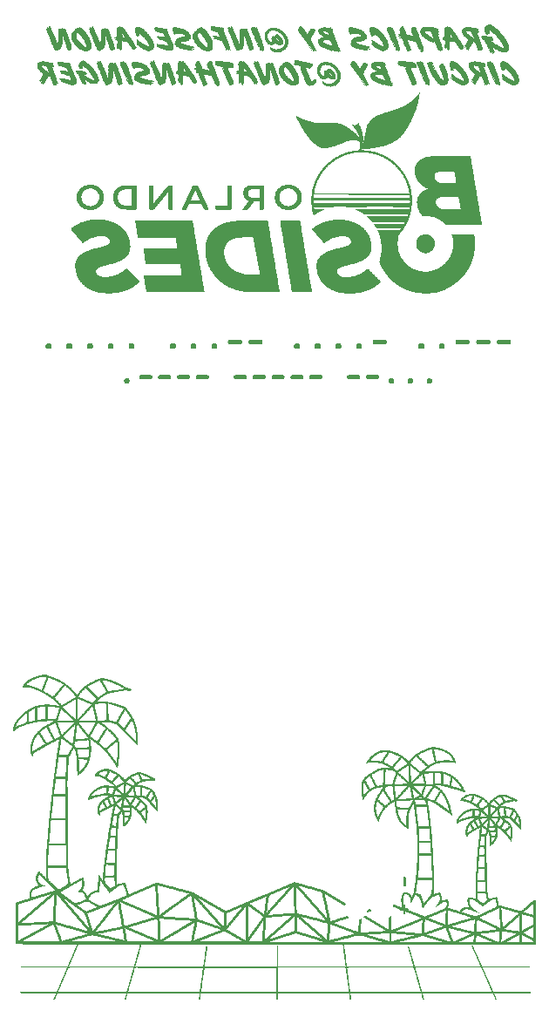
<source format=gbo>
G04 MADE WITH FRITZING*
G04 WWW.FRITZING.ORG*
G04 DOUBLE SIDED*
G04 HOLES PLATED*
G04 CONTOUR ON CENTER OF CONTOUR VECTOR*
%ASAXBY*%
%FSLAX23Y23*%
%MOIN*%
%OFA0B0*%
%SFA1.0B1.0*%
%ADD10R,0.001000X0.001000*%
%LNSILK0*%
G90*
G70*
G54D10*
X2518Y3729D02*
X2521Y3729D01*
X2513Y3728D02*
X2523Y3728D01*
X2512Y3727D02*
X2525Y3727D01*
X2510Y3726D02*
X2527Y3726D01*
X2508Y3725D02*
X2528Y3725D01*
X2506Y3724D02*
X2530Y3724D01*
X2506Y3723D02*
X2531Y3723D01*
X2505Y3722D02*
X2533Y3722D01*
X835Y3721D02*
X837Y3721D01*
X999Y3721D02*
X1000Y3721D01*
X1453Y3721D02*
X1464Y3721D01*
X1530Y3721D02*
X1532Y3721D01*
X1798Y3721D02*
X1799Y3721D01*
X2504Y3721D02*
X2534Y3721D01*
X834Y3720D02*
X837Y3720D01*
X998Y3720D02*
X1001Y3720D01*
X1103Y3720D02*
X1104Y3720D01*
X1454Y3720D02*
X1469Y3720D01*
X1529Y3720D02*
X1532Y3720D01*
X1794Y3720D02*
X1800Y3720D01*
X2183Y3720D02*
X2185Y3720D01*
X2187Y3720D02*
X2188Y3720D01*
X2229Y3720D02*
X2230Y3720D01*
X2356Y3720D02*
X2358Y3720D01*
X2503Y3720D02*
X2535Y3720D01*
X825Y3719D02*
X826Y3719D01*
X834Y3719D02*
X838Y3719D01*
X989Y3719D02*
X990Y3719D01*
X998Y3719D02*
X1001Y3719D01*
X1100Y3719D02*
X1105Y3719D01*
X1170Y3719D02*
X1177Y3719D01*
X1453Y3719D02*
X1475Y3719D01*
X1520Y3719D02*
X1521Y3719D01*
X1529Y3719D02*
X1533Y3719D01*
X1620Y3719D02*
X1621Y3719D01*
X1793Y3719D02*
X1800Y3719D01*
X2067Y3719D02*
X2075Y3719D01*
X2139Y3719D02*
X2140Y3719D01*
X2181Y3719D02*
X2189Y3719D01*
X2227Y3719D02*
X2236Y3719D01*
X2271Y3719D02*
X2288Y3719D01*
X2353Y3719D02*
X2359Y3719D01*
X2503Y3719D02*
X2536Y3719D01*
X825Y3718D02*
X829Y3718D01*
X834Y3718D02*
X838Y3718D01*
X988Y3718D02*
X992Y3718D01*
X997Y3718D02*
X1002Y3718D01*
X1096Y3718D02*
X1113Y3718D01*
X1168Y3718D02*
X1179Y3718D01*
X1313Y3718D02*
X1318Y3718D01*
X1452Y3718D02*
X1482Y3718D01*
X1520Y3718D02*
X1523Y3718D01*
X1528Y3718D02*
X1533Y3718D01*
X1616Y3718D02*
X1621Y3718D01*
X1791Y3718D02*
X1801Y3718D01*
X1986Y3718D02*
X1990Y3718D01*
X2065Y3718D02*
X2077Y3718D01*
X2136Y3718D02*
X2140Y3718D01*
X2180Y3718D02*
X2189Y3718D01*
X2226Y3718D02*
X2236Y3718D01*
X2267Y3718D02*
X2294Y3718D01*
X2349Y3718D02*
X2366Y3718D01*
X2429Y3718D02*
X2443Y3718D01*
X2502Y3718D02*
X2538Y3718D01*
X825Y3717D02*
X829Y3717D01*
X834Y3717D02*
X839Y3717D01*
X948Y3717D02*
X952Y3717D01*
X989Y3717D02*
X993Y3717D01*
X997Y3717D02*
X1002Y3717D01*
X1095Y3717D02*
X1114Y3717D01*
X1166Y3717D02*
X1182Y3717D01*
X1240Y3717D02*
X1250Y3717D01*
X1311Y3717D02*
X1323Y3717D01*
X1413Y3717D02*
X1417Y3717D01*
X1452Y3717D02*
X1487Y3717D01*
X1492Y3717D02*
X1496Y3717D01*
X1520Y3717D02*
X1524Y3717D01*
X1528Y3717D02*
X1534Y3717D01*
X1609Y3717D02*
X1622Y3717D01*
X1627Y3717D02*
X1627Y3717D01*
X1791Y3717D02*
X1802Y3717D01*
X1884Y3717D02*
X1891Y3717D01*
X1909Y3717D02*
X1911Y3717D01*
X1984Y3717D02*
X1996Y3717D01*
X2064Y3717D02*
X2079Y3717D01*
X2129Y3717D02*
X2141Y3717D01*
X2146Y3717D02*
X2146Y3717D01*
X2179Y3717D02*
X2190Y3717D01*
X2224Y3717D02*
X2236Y3717D01*
X2263Y3717D02*
X2304Y3717D01*
X2348Y3717D02*
X2368Y3717D01*
X2425Y3717D02*
X2448Y3717D01*
X2501Y3717D02*
X2539Y3717D01*
X826Y3716D02*
X840Y3716D01*
X944Y3716D02*
X955Y3716D01*
X990Y3716D02*
X1003Y3716D01*
X1094Y3716D02*
X1115Y3716D01*
X1165Y3716D02*
X1184Y3716D01*
X1236Y3716D02*
X1256Y3716D01*
X1310Y3716D02*
X1329Y3716D01*
X1409Y3716D02*
X1420Y3716D01*
X1453Y3716D02*
X1497Y3716D01*
X1521Y3716D02*
X1534Y3716D01*
X1608Y3716D02*
X1623Y3716D01*
X1627Y3716D02*
X1628Y3716D01*
X1684Y3716D02*
X1699Y3716D01*
X1791Y3716D02*
X1803Y3716D01*
X1877Y3716D02*
X1900Y3716D01*
X1906Y3716D02*
X1912Y3716D01*
X1982Y3716D02*
X2002Y3716D01*
X2063Y3716D02*
X2081Y3716D01*
X2127Y3716D02*
X2142Y3716D01*
X2147Y3716D02*
X2147Y3716D01*
X2178Y3716D02*
X2190Y3716D01*
X2223Y3716D02*
X2237Y3716D01*
X2261Y3716D02*
X2310Y3716D01*
X2347Y3716D02*
X2368Y3716D01*
X2422Y3716D02*
X2455Y3716D01*
X2501Y3716D02*
X2540Y3716D01*
X826Y3715D02*
X840Y3715D01*
X942Y3715D02*
X956Y3715D01*
X990Y3715D02*
X1004Y3715D01*
X1094Y3715D02*
X1116Y3715D01*
X1165Y3715D02*
X1186Y3715D01*
X1236Y3715D02*
X1264Y3715D01*
X1308Y3715D02*
X1332Y3715D01*
X1407Y3715D02*
X1421Y3715D01*
X1453Y3715D02*
X1501Y3715D01*
X1521Y3715D02*
X1535Y3715D01*
X1607Y3715D02*
X1625Y3715D01*
X1627Y3715D02*
X1628Y3715D01*
X1680Y3715D02*
X1703Y3715D01*
X1789Y3715D02*
X1804Y3715D01*
X1874Y3715D02*
X1912Y3715D01*
X1981Y3715D02*
X2005Y3715D01*
X2062Y3715D02*
X2084Y3715D01*
X2126Y3715D02*
X2144Y3715D01*
X2147Y3715D02*
X2148Y3715D01*
X2177Y3715D02*
X2191Y3715D01*
X2222Y3715D02*
X2237Y3715D01*
X2260Y3715D02*
X2313Y3715D01*
X2347Y3715D02*
X2370Y3715D01*
X2420Y3715D02*
X2464Y3715D01*
X2501Y3715D02*
X2542Y3715D01*
X822Y3714D02*
X822Y3714D01*
X826Y3714D02*
X841Y3714D01*
X883Y3714D02*
X884Y3714D01*
X940Y3714D02*
X958Y3714D01*
X990Y3714D02*
X1005Y3714D01*
X1047Y3714D02*
X1047Y3714D01*
X1094Y3714D02*
X1118Y3714D01*
X1164Y3714D02*
X1188Y3714D01*
X1237Y3714D02*
X1270Y3714D01*
X1307Y3714D02*
X1335Y3714D01*
X1405Y3714D02*
X1423Y3714D01*
X1454Y3714D02*
X1501Y3714D01*
X1517Y3714D02*
X1517Y3714D01*
X1521Y3714D02*
X1536Y3714D01*
X1578Y3714D02*
X1578Y3714D01*
X1606Y3714D02*
X1629Y3714D01*
X1678Y3714D02*
X1706Y3714D01*
X1788Y3714D02*
X1806Y3714D01*
X1872Y3714D02*
X1913Y3714D01*
X1980Y3714D02*
X2008Y3714D01*
X2061Y3714D02*
X2085Y3714D01*
X2126Y3714D02*
X2148Y3714D01*
X2176Y3714D02*
X2191Y3714D01*
X2221Y3714D02*
X2238Y3714D01*
X2259Y3714D02*
X2316Y3714D01*
X2347Y3714D02*
X2371Y3714D01*
X2418Y3714D02*
X2469Y3714D01*
X2500Y3714D02*
X2543Y3714D01*
X822Y3713D02*
X822Y3713D01*
X826Y3713D02*
X841Y3713D01*
X882Y3713D02*
X884Y3713D01*
X937Y3713D02*
X959Y3713D01*
X986Y3713D02*
X986Y3713D01*
X990Y3713D02*
X1005Y3713D01*
X1046Y3713D02*
X1048Y3713D01*
X1093Y3713D02*
X1118Y3713D01*
X1163Y3713D02*
X1189Y3713D01*
X1239Y3713D02*
X1280Y3713D01*
X1306Y3713D02*
X1340Y3713D01*
X1402Y3713D02*
X1424Y3713D01*
X1454Y3713D02*
X1500Y3713D01*
X1517Y3713D02*
X1517Y3713D01*
X1521Y3713D02*
X1536Y3713D01*
X1577Y3713D02*
X1579Y3713D01*
X1607Y3713D02*
X1629Y3713D01*
X1676Y3713D02*
X1709Y3713D01*
X1788Y3713D02*
X1806Y3713D01*
X1870Y3713D02*
X1913Y3713D01*
X1979Y3713D02*
X2012Y3713D01*
X2061Y3713D02*
X2087Y3713D01*
X2126Y3713D02*
X2148Y3713D01*
X2176Y3713D02*
X2191Y3713D01*
X2220Y3713D02*
X2238Y3713D01*
X2258Y3713D02*
X2319Y3713D01*
X2346Y3713D02*
X2372Y3713D01*
X2417Y3713D02*
X2472Y3713D01*
X2500Y3713D02*
X2544Y3713D01*
X822Y3712D02*
X824Y3712D01*
X826Y3712D02*
X842Y3712D01*
X875Y3712D02*
X885Y3712D01*
X893Y3712D02*
X893Y3712D01*
X936Y3712D02*
X960Y3712D01*
X986Y3712D02*
X987Y3712D01*
X990Y3712D02*
X1005Y3712D01*
X1039Y3712D02*
X1049Y3712D01*
X1056Y3712D02*
X1057Y3712D01*
X1093Y3712D02*
X1119Y3712D01*
X1163Y3712D02*
X1191Y3712D01*
X1238Y3712D02*
X1282Y3712D01*
X1306Y3712D02*
X1342Y3712D01*
X1401Y3712D02*
X1425Y3712D01*
X1454Y3712D02*
X1499Y3712D01*
X1517Y3712D02*
X1518Y3712D01*
X1521Y3712D02*
X1536Y3712D01*
X1570Y3712D02*
X1580Y3712D01*
X1587Y3712D02*
X1588Y3712D01*
X1607Y3712D02*
X1630Y3712D01*
X1674Y3712D02*
X1712Y3712D01*
X1788Y3712D02*
X1807Y3712D01*
X1835Y3712D02*
X1840Y3712D01*
X1869Y3712D02*
X1916Y3712D01*
X1979Y3712D02*
X2015Y3712D01*
X2060Y3712D02*
X2088Y3712D01*
X2126Y3712D02*
X2149Y3712D01*
X2176Y3712D02*
X2192Y3712D01*
X2220Y3712D02*
X2238Y3712D01*
X2257Y3712D02*
X2321Y3712D01*
X2346Y3712D02*
X2373Y3712D01*
X2416Y3712D02*
X2474Y3712D01*
X2500Y3712D02*
X2545Y3712D01*
X822Y3711D02*
X824Y3711D01*
X826Y3711D02*
X842Y3711D01*
X873Y3711D02*
X895Y3711D01*
X935Y3711D02*
X962Y3711D01*
X986Y3711D02*
X988Y3711D01*
X990Y3711D02*
X1006Y3711D01*
X1036Y3711D02*
X1059Y3711D01*
X1092Y3711D02*
X1120Y3711D01*
X1163Y3711D02*
X1192Y3711D01*
X1238Y3711D02*
X1284Y3711D01*
X1307Y3711D02*
X1345Y3711D01*
X1400Y3711D02*
X1427Y3711D01*
X1454Y3711D02*
X1502Y3711D01*
X1517Y3711D02*
X1519Y3711D01*
X1521Y3711D02*
X1537Y3711D01*
X1567Y3711D02*
X1590Y3711D01*
X1607Y3711D02*
X1630Y3711D01*
X1673Y3711D02*
X1714Y3711D01*
X1787Y3711D02*
X1808Y3711D01*
X1834Y3711D02*
X1845Y3711D01*
X1867Y3711D02*
X1919Y3711D01*
X1980Y3711D02*
X2018Y3711D01*
X2060Y3711D02*
X2089Y3711D01*
X2126Y3711D02*
X2149Y3711D01*
X2175Y3711D02*
X2192Y3711D01*
X2219Y3711D02*
X2239Y3711D01*
X2257Y3711D02*
X2322Y3711D01*
X2346Y3711D02*
X2374Y3711D01*
X2415Y3711D02*
X2475Y3711D01*
X2500Y3711D02*
X2547Y3711D01*
X823Y3710D02*
X842Y3710D01*
X871Y3710D02*
X896Y3710D01*
X934Y3710D02*
X963Y3710D01*
X987Y3710D02*
X1006Y3710D01*
X1035Y3710D02*
X1060Y3710D01*
X1092Y3710D02*
X1121Y3710D01*
X1162Y3710D02*
X1194Y3710D01*
X1235Y3710D02*
X1286Y3710D01*
X1306Y3710D02*
X1347Y3710D01*
X1399Y3710D02*
X1428Y3710D01*
X1452Y3710D02*
X1503Y3710D01*
X1518Y3710D02*
X1537Y3710D01*
X1566Y3710D02*
X1591Y3710D01*
X1607Y3710D02*
X1631Y3710D01*
X1672Y3710D02*
X1716Y3710D01*
X1786Y3710D02*
X1808Y3710D01*
X1834Y3710D02*
X1849Y3710D01*
X1865Y3710D02*
X1920Y3710D01*
X1978Y3710D02*
X2020Y3710D01*
X2060Y3710D02*
X2091Y3710D01*
X2126Y3710D02*
X2150Y3710D01*
X2175Y3710D02*
X2193Y3710D01*
X2219Y3710D02*
X2239Y3710D01*
X2256Y3710D02*
X2322Y3710D01*
X2345Y3710D02*
X2375Y3710D01*
X2415Y3710D02*
X2474Y3710D01*
X2500Y3710D02*
X2548Y3710D01*
X823Y3709D02*
X843Y3709D01*
X871Y3709D02*
X897Y3709D01*
X934Y3709D02*
X964Y3709D01*
X987Y3709D02*
X1006Y3709D01*
X1034Y3709D02*
X1060Y3709D01*
X1092Y3709D02*
X1122Y3709D01*
X1162Y3709D02*
X1195Y3709D01*
X1236Y3709D02*
X1286Y3709D01*
X1307Y3709D02*
X1350Y3709D01*
X1399Y3709D02*
X1429Y3709D01*
X1453Y3709D02*
X1503Y3709D01*
X1518Y3709D02*
X1538Y3709D01*
X1566Y3709D02*
X1591Y3709D01*
X1607Y3709D02*
X1631Y3709D01*
X1670Y3709D02*
X1717Y3709D01*
X1786Y3709D02*
X1809Y3709D01*
X1833Y3709D02*
X1850Y3709D01*
X1866Y3709D02*
X1920Y3709D01*
X1979Y3709D02*
X2023Y3709D01*
X2060Y3709D02*
X2092Y3709D01*
X2126Y3709D02*
X2150Y3709D01*
X2175Y3709D02*
X2193Y3709D01*
X2218Y3709D02*
X2240Y3709D01*
X2256Y3709D02*
X2323Y3709D01*
X2345Y3709D02*
X2375Y3709D01*
X2414Y3709D02*
X2475Y3709D01*
X2500Y3709D02*
X2549Y3709D01*
X823Y3708D02*
X843Y3708D01*
X870Y3708D02*
X897Y3708D01*
X933Y3708D02*
X965Y3708D01*
X987Y3708D02*
X1007Y3708D01*
X1034Y3708D02*
X1061Y3708D01*
X1092Y3708D02*
X1123Y3708D01*
X1162Y3708D02*
X1196Y3708D01*
X1237Y3708D02*
X1286Y3708D01*
X1307Y3708D02*
X1352Y3708D01*
X1398Y3708D02*
X1430Y3708D01*
X1454Y3708D02*
X1503Y3708D01*
X1518Y3708D02*
X1538Y3708D01*
X1565Y3708D02*
X1592Y3708D01*
X1607Y3708D02*
X1632Y3708D01*
X1669Y3708D02*
X1719Y3708D01*
X1785Y3708D02*
X1810Y3708D01*
X1833Y3708D02*
X1851Y3708D01*
X1865Y3708D02*
X1919Y3708D01*
X1979Y3708D02*
X2025Y3708D01*
X2060Y3708D02*
X2093Y3708D01*
X2126Y3708D02*
X2151Y3708D01*
X2175Y3708D02*
X2194Y3708D01*
X2218Y3708D02*
X2240Y3708D01*
X2255Y3708D02*
X2323Y3708D01*
X2345Y3708D02*
X2376Y3708D01*
X2414Y3708D02*
X2475Y3708D01*
X2500Y3708D02*
X2550Y3708D01*
X824Y3707D02*
X843Y3707D01*
X869Y3707D02*
X897Y3707D01*
X933Y3707D02*
X966Y3707D01*
X988Y3707D02*
X1007Y3707D01*
X1033Y3707D02*
X1061Y3707D01*
X1092Y3707D02*
X1124Y3707D01*
X1162Y3707D02*
X1197Y3707D01*
X1240Y3707D02*
X1286Y3707D01*
X1306Y3707D02*
X1354Y3707D01*
X1398Y3707D02*
X1431Y3707D01*
X1454Y3707D02*
X1503Y3707D01*
X1519Y3707D02*
X1538Y3707D01*
X1564Y3707D02*
X1592Y3707D01*
X1607Y3707D02*
X1632Y3707D01*
X1668Y3707D02*
X1720Y3707D01*
X1785Y3707D02*
X1811Y3707D01*
X1832Y3707D02*
X1851Y3707D01*
X1864Y3707D02*
X1918Y3707D01*
X1979Y3707D02*
X2027Y3707D01*
X2060Y3707D02*
X2095Y3707D01*
X2127Y3707D02*
X2151Y3707D01*
X2174Y3707D02*
X2194Y3707D01*
X2218Y3707D02*
X2240Y3707D01*
X2255Y3707D02*
X2322Y3707D01*
X2345Y3707D02*
X2377Y3707D01*
X2414Y3707D02*
X2476Y3707D01*
X2500Y3707D02*
X2551Y3707D01*
X825Y3706D02*
X844Y3706D01*
X869Y3706D02*
X898Y3706D01*
X931Y3706D02*
X967Y3706D01*
X988Y3706D02*
X1007Y3706D01*
X1033Y3706D02*
X1062Y3706D01*
X1092Y3706D02*
X1125Y3706D01*
X1162Y3706D02*
X1198Y3706D01*
X1241Y3706D02*
X1287Y3706D01*
X1306Y3706D02*
X1356Y3706D01*
X1396Y3706D02*
X1432Y3706D01*
X1455Y3706D02*
X1502Y3706D01*
X1519Y3706D02*
X1539Y3706D01*
X1564Y3706D02*
X1593Y3706D01*
X1608Y3706D02*
X1632Y3706D01*
X1667Y3706D02*
X1722Y3706D01*
X1785Y3706D02*
X1811Y3706D01*
X1831Y3706D02*
X1852Y3706D01*
X1864Y3706D02*
X1919Y3706D01*
X1979Y3706D02*
X2028Y3706D01*
X2060Y3706D02*
X2096Y3706D01*
X2127Y3706D02*
X2151Y3706D01*
X2174Y3706D02*
X2194Y3706D01*
X2218Y3706D02*
X2241Y3706D01*
X2255Y3706D02*
X2321Y3706D01*
X2345Y3706D02*
X2378Y3706D01*
X2413Y3706D02*
X2475Y3706D01*
X2500Y3706D02*
X2552Y3706D01*
X825Y3705D02*
X845Y3705D01*
X869Y3705D02*
X898Y3705D01*
X931Y3705D02*
X968Y3705D01*
X989Y3705D02*
X1008Y3705D01*
X1033Y3705D02*
X1062Y3705D01*
X1092Y3705D02*
X1126Y3705D01*
X1163Y3705D02*
X1199Y3705D01*
X1241Y3705D02*
X1287Y3705D01*
X1305Y3705D02*
X1357Y3705D01*
X1396Y3705D02*
X1433Y3705D01*
X1457Y3705D02*
X1502Y3705D01*
X1520Y3705D02*
X1539Y3705D01*
X1564Y3705D02*
X1593Y3705D01*
X1608Y3705D02*
X1633Y3705D01*
X1666Y3705D02*
X1685Y3705D01*
X1694Y3705D02*
X1723Y3705D01*
X1785Y3705D02*
X1812Y3705D01*
X1830Y3705D02*
X1852Y3705D01*
X1864Y3705D02*
X1920Y3705D01*
X1978Y3705D02*
X2030Y3705D01*
X2060Y3705D02*
X2097Y3705D01*
X2127Y3705D02*
X2152Y3705D01*
X2174Y3705D02*
X2195Y3705D01*
X2218Y3705D02*
X2241Y3705D01*
X2255Y3705D02*
X2321Y3705D01*
X2345Y3705D02*
X2379Y3705D01*
X2413Y3705D02*
X2475Y3705D01*
X2500Y3705D02*
X2553Y3705D01*
X825Y3704D02*
X845Y3704D01*
X869Y3704D02*
X899Y3704D01*
X930Y3704D02*
X969Y3704D01*
X989Y3704D02*
X1009Y3704D01*
X1032Y3704D02*
X1062Y3704D01*
X1092Y3704D02*
X1126Y3704D01*
X1163Y3704D02*
X1200Y3704D01*
X1241Y3704D02*
X1286Y3704D01*
X1306Y3704D02*
X1359Y3704D01*
X1395Y3704D02*
X1434Y3704D01*
X1459Y3704D02*
X1501Y3704D01*
X1520Y3704D02*
X1540Y3704D01*
X1563Y3704D02*
X1593Y3704D01*
X1608Y3704D02*
X1633Y3704D01*
X1665Y3704D02*
X1683Y3704D01*
X1698Y3704D02*
X1724Y3704D01*
X1785Y3704D02*
X1813Y3704D01*
X1830Y3704D02*
X1852Y3704D01*
X1863Y3704D02*
X1920Y3704D01*
X1979Y3704D02*
X2031Y3704D01*
X2060Y3704D02*
X2098Y3704D01*
X2127Y3704D02*
X2152Y3704D01*
X2175Y3704D02*
X2195Y3704D01*
X2219Y3704D02*
X2241Y3704D01*
X2254Y3704D02*
X2322Y3704D01*
X2345Y3704D02*
X2379Y3704D01*
X2413Y3704D02*
X2475Y3704D01*
X2501Y3704D02*
X2519Y3704D01*
X2522Y3704D02*
X2554Y3704D01*
X825Y3703D02*
X845Y3703D01*
X868Y3703D02*
X899Y3703D01*
X928Y3703D02*
X970Y3703D01*
X989Y3703D02*
X1009Y3703D01*
X1032Y3703D02*
X1062Y3703D01*
X1092Y3703D02*
X1127Y3703D01*
X1163Y3703D02*
X1202Y3703D01*
X1242Y3703D02*
X1286Y3703D01*
X1306Y3703D02*
X1360Y3703D01*
X1393Y3703D02*
X1435Y3703D01*
X1461Y3703D02*
X1501Y3703D01*
X1520Y3703D02*
X1540Y3703D01*
X1563Y3703D02*
X1594Y3703D01*
X1609Y3703D02*
X1633Y3703D01*
X1665Y3703D02*
X1681Y3703D01*
X1701Y3703D02*
X1726Y3703D01*
X1786Y3703D02*
X1813Y3703D01*
X1829Y3703D02*
X1851Y3703D01*
X1863Y3703D02*
X1920Y3703D01*
X1979Y3703D02*
X2033Y3703D01*
X2060Y3703D02*
X2099Y3703D01*
X2128Y3703D02*
X2153Y3703D01*
X2175Y3703D02*
X2195Y3703D01*
X2219Y3703D02*
X2242Y3703D01*
X2254Y3703D02*
X2323Y3703D01*
X2345Y3703D02*
X2380Y3703D01*
X2413Y3703D02*
X2476Y3703D01*
X2501Y3703D02*
X2519Y3703D01*
X2523Y3703D02*
X2555Y3703D01*
X826Y3702D02*
X846Y3702D01*
X868Y3702D02*
X899Y3702D01*
X927Y3702D02*
X970Y3702D01*
X989Y3702D02*
X1009Y3702D01*
X1032Y3702D02*
X1063Y3702D01*
X1092Y3702D02*
X1128Y3702D01*
X1163Y3702D02*
X1203Y3702D01*
X1241Y3702D02*
X1286Y3702D01*
X1307Y3702D02*
X1361Y3702D01*
X1392Y3702D02*
X1435Y3702D01*
X1464Y3702D02*
X1501Y3702D01*
X1521Y3702D02*
X1540Y3702D01*
X1563Y3702D02*
X1594Y3702D01*
X1609Y3702D02*
X1634Y3702D01*
X1664Y3702D02*
X1678Y3702D01*
X1704Y3702D02*
X1727Y3702D01*
X1787Y3702D02*
X1814Y3702D01*
X1828Y3702D02*
X1851Y3702D01*
X1863Y3702D02*
X1918Y3702D01*
X1980Y3702D02*
X2034Y3702D01*
X2060Y3702D02*
X2100Y3702D01*
X2128Y3702D02*
X2153Y3702D01*
X2175Y3702D02*
X2196Y3702D01*
X2219Y3702D02*
X2242Y3702D01*
X2254Y3702D02*
X2276Y3702D01*
X2281Y3702D02*
X2322Y3702D01*
X2345Y3702D02*
X2381Y3702D01*
X2413Y3702D02*
X2477Y3702D01*
X2501Y3702D02*
X2520Y3702D01*
X2524Y3702D02*
X2556Y3702D01*
X826Y3701D02*
X846Y3701D01*
X868Y3701D02*
X899Y3701D01*
X925Y3701D02*
X971Y3701D01*
X990Y3701D02*
X1010Y3701D01*
X1032Y3701D02*
X1063Y3701D01*
X1092Y3701D02*
X1128Y3701D01*
X1163Y3701D02*
X1204Y3701D01*
X1241Y3701D02*
X1287Y3701D01*
X1307Y3701D02*
X1363Y3701D01*
X1390Y3701D02*
X1436Y3701D01*
X1467Y3701D02*
X1502Y3701D01*
X1521Y3701D02*
X1541Y3701D01*
X1563Y3701D02*
X1594Y3701D01*
X1609Y3701D02*
X1634Y3701D01*
X1663Y3701D02*
X1677Y3701D01*
X1707Y3701D02*
X1728Y3701D01*
X1787Y3701D02*
X1814Y3701D01*
X1828Y3701D02*
X1850Y3701D01*
X1864Y3701D02*
X1886Y3701D01*
X1889Y3701D02*
X1917Y3701D01*
X1980Y3701D02*
X2036Y3701D01*
X2060Y3701D02*
X2101Y3701D01*
X2128Y3701D02*
X2153Y3701D01*
X2175Y3701D02*
X2197Y3701D01*
X2220Y3701D02*
X2243Y3701D01*
X2254Y3701D02*
X2272Y3701D01*
X2290Y3701D02*
X2325Y3701D01*
X2345Y3701D02*
X2382Y3701D01*
X2413Y3701D02*
X2431Y3701D01*
X2443Y3701D02*
X2476Y3701D01*
X2501Y3701D02*
X2520Y3701D01*
X2525Y3701D02*
X2557Y3701D01*
X826Y3700D02*
X846Y3700D01*
X868Y3700D02*
X900Y3700D01*
X925Y3700D02*
X972Y3700D01*
X990Y3700D02*
X1010Y3700D01*
X1032Y3700D02*
X1064Y3700D01*
X1092Y3700D02*
X1129Y3700D01*
X1163Y3700D02*
X1205Y3700D01*
X1247Y3700D02*
X1287Y3700D01*
X1308Y3700D02*
X1364Y3700D01*
X1390Y3700D02*
X1437Y3700D01*
X1471Y3700D02*
X1502Y3700D01*
X1521Y3700D02*
X1541Y3700D01*
X1563Y3700D02*
X1595Y3700D01*
X1610Y3700D02*
X1635Y3700D01*
X1663Y3700D02*
X1676Y3700D01*
X1709Y3700D02*
X1729Y3700D01*
X1788Y3700D02*
X1815Y3700D01*
X1827Y3700D02*
X1850Y3700D01*
X1864Y3700D02*
X1881Y3700D01*
X1894Y3700D02*
X1894Y3700D01*
X1896Y3700D02*
X1919Y3700D01*
X1980Y3700D02*
X2037Y3700D01*
X2061Y3700D02*
X2102Y3700D01*
X2129Y3700D02*
X2154Y3700D01*
X2175Y3700D02*
X2197Y3700D01*
X2220Y3700D02*
X2243Y3700D01*
X2254Y3700D02*
X2271Y3700D01*
X2293Y3700D02*
X2324Y3700D01*
X2345Y3700D02*
X2383Y3700D01*
X2413Y3700D02*
X2430Y3700D01*
X2446Y3700D02*
X2477Y3700D01*
X2501Y3700D02*
X2520Y3700D01*
X2527Y3700D02*
X2558Y3700D01*
X826Y3699D02*
X847Y3699D01*
X868Y3699D02*
X900Y3699D01*
X924Y3699D02*
X973Y3699D01*
X990Y3699D02*
X1010Y3699D01*
X1032Y3699D02*
X1064Y3699D01*
X1092Y3699D02*
X1130Y3699D01*
X1164Y3699D02*
X1206Y3699D01*
X1254Y3699D02*
X1287Y3699D01*
X1308Y3699D02*
X1365Y3699D01*
X1389Y3699D02*
X1438Y3699D01*
X1473Y3699D02*
X1503Y3699D01*
X1521Y3699D02*
X1541Y3699D01*
X1563Y3699D02*
X1595Y3699D01*
X1611Y3699D02*
X1635Y3699D01*
X1662Y3699D02*
X1675Y3699D01*
X1711Y3699D02*
X1730Y3699D01*
X1789Y3699D02*
X1816Y3699D01*
X1827Y3699D02*
X1849Y3699D01*
X1864Y3699D02*
X1882Y3699D01*
X1899Y3699D02*
X1919Y3699D01*
X1981Y3699D02*
X2038Y3699D01*
X2061Y3699D02*
X2103Y3699D01*
X2130Y3699D02*
X2154Y3699D01*
X2176Y3699D02*
X2197Y3699D01*
X2220Y3699D02*
X2243Y3699D01*
X2254Y3699D02*
X2272Y3699D01*
X2294Y3699D02*
X2325Y3699D01*
X2346Y3699D02*
X2383Y3699D01*
X2413Y3699D02*
X2431Y3699D01*
X2449Y3699D02*
X2476Y3699D01*
X2502Y3699D02*
X2520Y3699D01*
X2528Y3699D02*
X2558Y3699D01*
X827Y3698D02*
X847Y3698D01*
X868Y3698D02*
X901Y3698D01*
X923Y3698D02*
X973Y3698D01*
X991Y3698D02*
X1011Y3698D01*
X1032Y3698D02*
X1064Y3698D01*
X1092Y3698D02*
X1131Y3698D01*
X1164Y3698D02*
X1207Y3698D01*
X1256Y3698D02*
X1288Y3698D01*
X1308Y3698D02*
X1366Y3698D01*
X1388Y3698D02*
X1438Y3698D01*
X1478Y3698D02*
X1503Y3698D01*
X1522Y3698D02*
X1542Y3698D01*
X1563Y3698D02*
X1596Y3698D01*
X1611Y3698D02*
X1636Y3698D01*
X1662Y3698D02*
X1675Y3698D01*
X1713Y3698D02*
X1731Y3698D01*
X1790Y3698D02*
X1817Y3698D01*
X1826Y3698D02*
X1848Y3698D01*
X1864Y3698D02*
X1883Y3698D01*
X1900Y3698D02*
X1919Y3698D01*
X1981Y3698D02*
X2039Y3698D01*
X2061Y3698D02*
X2104Y3698D01*
X2130Y3698D02*
X2155Y3698D01*
X2176Y3698D02*
X2198Y3698D01*
X2221Y3698D02*
X2244Y3698D01*
X2254Y3698D02*
X2272Y3698D01*
X2294Y3698D02*
X2324Y3698D01*
X2346Y3698D02*
X2384Y3698D01*
X2413Y3698D02*
X2431Y3698D01*
X2449Y3698D02*
X2477Y3698D01*
X2502Y3698D02*
X2520Y3698D01*
X2529Y3698D02*
X2559Y3698D01*
X827Y3697D02*
X848Y3697D01*
X868Y3697D02*
X901Y3697D01*
X923Y3697D02*
X974Y3697D01*
X991Y3697D02*
X1012Y3697D01*
X1032Y3697D02*
X1065Y3697D01*
X1092Y3697D02*
X1131Y3697D01*
X1164Y3697D02*
X1208Y3697D01*
X1257Y3697D02*
X1288Y3697D01*
X1309Y3697D02*
X1367Y3697D01*
X1388Y3697D02*
X1439Y3697D01*
X1479Y3697D02*
X1504Y3697D01*
X1522Y3697D02*
X1543Y3697D01*
X1563Y3697D02*
X1596Y3697D01*
X1611Y3697D02*
X1636Y3697D01*
X1661Y3697D02*
X1674Y3697D01*
X1714Y3697D02*
X1732Y3697D01*
X1791Y3697D02*
X1817Y3697D01*
X1826Y3697D02*
X1848Y3697D01*
X1865Y3697D02*
X1884Y3697D01*
X1900Y3697D02*
X1920Y3697D01*
X1982Y3697D02*
X2040Y3697D01*
X2062Y3697D02*
X2105Y3697D01*
X2131Y3697D02*
X2155Y3697D01*
X2177Y3697D02*
X2198Y3697D01*
X2221Y3697D02*
X2244Y3697D01*
X2254Y3697D02*
X2273Y3697D01*
X2295Y3697D02*
X2323Y3697D01*
X2346Y3697D02*
X2385Y3697D01*
X2414Y3697D02*
X2432Y3697D01*
X2450Y3697D02*
X2475Y3697D01*
X2503Y3697D02*
X2520Y3697D01*
X2530Y3697D02*
X2560Y3697D01*
X828Y3696D02*
X848Y3696D01*
X868Y3696D02*
X902Y3696D01*
X922Y3696D02*
X941Y3696D01*
X944Y3696D02*
X975Y3696D01*
X992Y3696D02*
X1012Y3696D01*
X1032Y3696D02*
X1066Y3696D01*
X1093Y3696D02*
X1132Y3696D01*
X1165Y3696D02*
X1208Y3696D01*
X1260Y3696D02*
X1289Y3696D01*
X1309Y3696D02*
X1368Y3696D01*
X1387Y3696D02*
X1406Y3696D01*
X1409Y3696D02*
X1440Y3696D01*
X1480Y3696D02*
X1504Y3696D01*
X1523Y3696D02*
X1543Y3696D01*
X1563Y3696D02*
X1597Y3696D01*
X1612Y3696D02*
X1636Y3696D01*
X1661Y3696D02*
X1673Y3696D01*
X1716Y3696D02*
X1733Y3696D01*
X1792Y3696D02*
X1818Y3696D01*
X1825Y3696D02*
X1847Y3696D01*
X1865Y3696D02*
X1886Y3696D01*
X1901Y3696D02*
X1920Y3696D01*
X1982Y3696D02*
X2041Y3696D01*
X2062Y3696D02*
X2106Y3696D01*
X2131Y3696D02*
X2156Y3696D01*
X2177Y3696D02*
X2198Y3696D01*
X2221Y3696D02*
X2245Y3696D01*
X2254Y3696D02*
X2275Y3696D01*
X2295Y3696D02*
X2323Y3696D01*
X2346Y3696D02*
X2385Y3696D01*
X2414Y3696D02*
X2432Y3696D01*
X2450Y3696D02*
X2476Y3696D01*
X2504Y3696D02*
X2520Y3696D01*
X2531Y3696D02*
X2561Y3696D01*
X828Y3695D02*
X849Y3695D01*
X869Y3695D02*
X902Y3695D01*
X922Y3695D02*
X941Y3695D01*
X946Y3695D02*
X976Y3695D01*
X992Y3695D02*
X1013Y3695D01*
X1032Y3695D02*
X1066Y3695D01*
X1093Y3695D02*
X1133Y3695D01*
X1165Y3695D02*
X1209Y3695D01*
X1265Y3695D02*
X1289Y3695D01*
X1310Y3695D02*
X1369Y3695D01*
X1387Y3695D02*
X1406Y3695D01*
X1411Y3695D02*
X1441Y3695D01*
X1480Y3695D02*
X1504Y3695D01*
X1523Y3695D02*
X1544Y3695D01*
X1563Y3695D02*
X1597Y3695D01*
X1612Y3695D02*
X1637Y3695D01*
X1660Y3695D02*
X1673Y3695D01*
X1717Y3695D02*
X1734Y3695D01*
X1792Y3695D02*
X1819Y3695D01*
X1825Y3695D02*
X1847Y3695D01*
X1866Y3695D02*
X1887Y3695D01*
X1901Y3695D02*
X1921Y3695D01*
X1983Y3695D02*
X2041Y3695D01*
X2062Y3695D02*
X2107Y3695D01*
X2132Y3695D02*
X2156Y3695D01*
X2177Y3695D02*
X2198Y3695D01*
X2222Y3695D02*
X2245Y3695D01*
X2255Y3695D02*
X2276Y3695D01*
X2296Y3695D02*
X2323Y3695D01*
X2346Y3695D02*
X2386Y3695D01*
X2414Y3695D02*
X2433Y3695D01*
X2451Y3695D02*
X2471Y3695D01*
X2475Y3695D02*
X2475Y3695D01*
X2504Y3695D02*
X2519Y3695D01*
X2532Y3695D02*
X2562Y3695D01*
X829Y3694D02*
X850Y3694D01*
X869Y3694D02*
X902Y3694D01*
X921Y3694D02*
X940Y3694D01*
X947Y3694D02*
X976Y3694D01*
X993Y3694D02*
X1013Y3694D01*
X1032Y3694D02*
X1066Y3694D01*
X1093Y3694D02*
X1133Y3694D01*
X1165Y3694D02*
X1210Y3694D01*
X1268Y3694D02*
X1289Y3694D01*
X1310Y3694D02*
X1369Y3694D01*
X1386Y3694D02*
X1405Y3694D01*
X1412Y3694D02*
X1441Y3694D01*
X1480Y3694D02*
X1505Y3694D01*
X1524Y3694D02*
X1544Y3694D01*
X1564Y3694D02*
X1597Y3694D01*
X1613Y3694D02*
X1637Y3694D01*
X1660Y3694D02*
X1672Y3694D01*
X1719Y3694D02*
X1735Y3694D01*
X1793Y3694D02*
X1819Y3694D01*
X1824Y3694D02*
X1846Y3694D01*
X1867Y3694D02*
X1889Y3694D01*
X1902Y3694D02*
X1921Y3694D01*
X1983Y3694D02*
X2042Y3694D01*
X2063Y3694D02*
X2108Y3694D01*
X2132Y3694D02*
X2156Y3694D01*
X2177Y3694D02*
X2198Y3694D01*
X2222Y3694D02*
X2245Y3694D01*
X2255Y3694D02*
X2276Y3694D01*
X2296Y3694D02*
X2323Y3694D01*
X2346Y3694D02*
X2387Y3694D01*
X2415Y3694D02*
X2433Y3694D01*
X2451Y3694D02*
X2471Y3694D01*
X2504Y3694D02*
X2518Y3694D01*
X2534Y3694D02*
X2563Y3694D01*
X830Y3693D02*
X850Y3693D01*
X869Y3693D02*
X903Y3693D01*
X920Y3693D02*
X939Y3693D01*
X948Y3693D02*
X977Y3693D01*
X993Y3693D02*
X1014Y3693D01*
X1032Y3693D02*
X1067Y3693D01*
X1093Y3693D02*
X1113Y3693D01*
X1115Y3693D02*
X1134Y3693D01*
X1166Y3693D02*
X1211Y3693D01*
X1270Y3693D02*
X1290Y3693D01*
X1311Y3693D02*
X1320Y3693D01*
X1334Y3693D02*
X1370Y3693D01*
X1385Y3693D02*
X1404Y3693D01*
X1413Y3693D02*
X1442Y3693D01*
X1481Y3693D02*
X1505Y3693D01*
X1525Y3693D02*
X1545Y3693D01*
X1564Y3693D02*
X1598Y3693D01*
X1613Y3693D02*
X1638Y3693D01*
X1660Y3693D02*
X1672Y3693D01*
X1720Y3693D02*
X1736Y3693D01*
X1794Y3693D02*
X1820Y3693D01*
X1824Y3693D02*
X1846Y3693D01*
X1868Y3693D02*
X1892Y3693D01*
X1902Y3693D02*
X1922Y3693D01*
X1984Y3693D02*
X1993Y3693D01*
X2007Y3693D02*
X2043Y3693D01*
X2063Y3693D02*
X2109Y3693D01*
X2132Y3693D02*
X2157Y3693D01*
X2177Y3693D02*
X2199Y3693D01*
X2223Y3693D02*
X2245Y3693D01*
X2256Y3693D02*
X2277Y3693D01*
X2297Y3693D02*
X2323Y3693D01*
X2346Y3693D02*
X2366Y3693D01*
X2368Y3693D02*
X2387Y3693D01*
X2415Y3693D02*
X2434Y3693D01*
X2452Y3693D02*
X2472Y3693D01*
X2504Y3693D02*
X2518Y3693D01*
X2535Y3693D02*
X2564Y3693D01*
X831Y3692D02*
X850Y3692D01*
X869Y3692D02*
X904Y3692D01*
X919Y3692D02*
X938Y3692D01*
X949Y3692D02*
X978Y3692D01*
X994Y3692D02*
X1014Y3692D01*
X1032Y3692D02*
X1067Y3692D01*
X1093Y3692D02*
X1113Y3692D01*
X1115Y3692D02*
X1135Y3692D01*
X1166Y3692D02*
X1212Y3692D01*
X1272Y3692D02*
X1290Y3692D01*
X1312Y3692D02*
X1319Y3692D01*
X1339Y3692D02*
X1371Y3692D01*
X1384Y3692D02*
X1403Y3692D01*
X1414Y3692D02*
X1443Y3692D01*
X1481Y3692D02*
X1506Y3692D01*
X1525Y3692D02*
X1545Y3692D01*
X1563Y3692D02*
X1598Y3692D01*
X1614Y3692D02*
X1638Y3692D01*
X1660Y3692D02*
X1671Y3692D01*
X1722Y3692D02*
X1736Y3692D01*
X1795Y3692D02*
X1821Y3692D01*
X1823Y3692D02*
X1845Y3692D01*
X1869Y3692D02*
X1893Y3692D01*
X1902Y3692D02*
X1922Y3692D01*
X1985Y3692D02*
X1991Y3692D01*
X2012Y3692D02*
X2044Y3692D01*
X2064Y3692D02*
X2073Y3692D01*
X2075Y3692D02*
X2110Y3692D01*
X2133Y3692D02*
X2157Y3692D01*
X2176Y3692D02*
X2199Y3692D01*
X2223Y3692D02*
X2246Y3692D01*
X2256Y3692D02*
X2278Y3692D01*
X2297Y3692D02*
X2324Y3692D01*
X2346Y3692D02*
X2366Y3692D01*
X2369Y3692D02*
X2388Y3692D01*
X2416Y3692D02*
X2435Y3692D01*
X2452Y3692D02*
X2473Y3692D01*
X2505Y3692D02*
X2516Y3692D01*
X2536Y3692D02*
X2565Y3692D01*
X830Y3691D02*
X851Y3691D01*
X869Y3691D02*
X904Y3691D01*
X919Y3691D02*
X938Y3691D01*
X950Y3691D02*
X978Y3691D01*
X994Y3691D02*
X1014Y3691D01*
X1032Y3691D02*
X1067Y3691D01*
X1093Y3691D02*
X1113Y3691D01*
X1116Y3691D02*
X1136Y3691D01*
X1166Y3691D02*
X1176Y3691D01*
X1178Y3691D02*
X1180Y3691D01*
X1182Y3691D02*
X1213Y3691D01*
X1272Y3691D02*
X1291Y3691D01*
X1313Y3691D02*
X1318Y3691D01*
X1343Y3691D02*
X1371Y3691D01*
X1384Y3691D02*
X1403Y3691D01*
X1415Y3691D02*
X1443Y3691D01*
X1482Y3691D02*
X1506Y3691D01*
X1525Y3691D02*
X1546Y3691D01*
X1563Y3691D02*
X1598Y3691D01*
X1614Y3691D02*
X1639Y3691D01*
X1659Y3691D02*
X1671Y3691D01*
X1703Y3691D02*
X1704Y3691D01*
X1706Y3691D02*
X1706Y3691D01*
X1723Y3691D02*
X1737Y3691D01*
X1796Y3691D02*
X1844Y3691D01*
X1870Y3691D02*
X1895Y3691D01*
X1903Y3691D02*
X1922Y3691D01*
X1985Y3691D02*
X1991Y3691D01*
X2015Y3691D02*
X2044Y3691D01*
X2064Y3691D02*
X2077Y3691D01*
X2079Y3691D02*
X2111Y3691D01*
X2133Y3691D02*
X2158Y3691D01*
X2170Y3691D02*
X2200Y3691D01*
X2224Y3691D02*
X2246Y3691D01*
X2256Y3691D02*
X2280Y3691D01*
X2298Y3691D02*
X2324Y3691D01*
X2346Y3691D02*
X2366Y3691D01*
X2369Y3691D02*
X2389Y3691D01*
X2416Y3691D02*
X2436Y3691D01*
X2452Y3691D02*
X2473Y3691D01*
X2506Y3691D02*
X2514Y3691D01*
X2537Y3691D02*
X2566Y3691D01*
X830Y3690D02*
X851Y3690D01*
X869Y3690D02*
X904Y3690D01*
X919Y3690D02*
X937Y3690D01*
X951Y3690D02*
X979Y3690D01*
X994Y3690D02*
X1015Y3690D01*
X1032Y3690D02*
X1068Y3690D01*
X1093Y3690D02*
X1113Y3690D01*
X1117Y3690D02*
X1136Y3690D01*
X1167Y3690D02*
X1180Y3690D01*
X1183Y3690D02*
X1214Y3690D01*
X1273Y3690D02*
X1291Y3690D01*
X1313Y3690D02*
X1316Y3690D01*
X1346Y3690D02*
X1373Y3690D01*
X1384Y3690D02*
X1402Y3690D01*
X1416Y3690D02*
X1444Y3690D01*
X1482Y3690D02*
X1506Y3690D01*
X1525Y3690D02*
X1546Y3690D01*
X1564Y3690D02*
X1599Y3690D01*
X1614Y3690D02*
X1639Y3690D01*
X1659Y3690D02*
X1670Y3690D01*
X1702Y3690D02*
X1707Y3690D01*
X1724Y3690D02*
X1738Y3690D01*
X1796Y3690D02*
X1844Y3690D01*
X1871Y3690D02*
X1898Y3690D01*
X1903Y3690D02*
X1923Y3690D01*
X1986Y3690D02*
X1989Y3690D01*
X2018Y3690D02*
X2046Y3690D01*
X2064Y3690D02*
X2074Y3690D01*
X2076Y3690D02*
X2077Y3690D01*
X2080Y3690D02*
X2111Y3690D01*
X2134Y3690D02*
X2158Y3690D01*
X2169Y3690D02*
X2201Y3690D01*
X2224Y3690D02*
X2247Y3690D01*
X2257Y3690D02*
X2281Y3690D01*
X2298Y3690D02*
X2321Y3690D01*
X2324Y3690D02*
X2324Y3690D01*
X2346Y3690D02*
X2367Y3690D01*
X2370Y3690D02*
X2389Y3690D01*
X2417Y3690D02*
X2437Y3690D01*
X2453Y3690D02*
X2473Y3690D01*
X2506Y3690D02*
X2512Y3690D01*
X2538Y3690D02*
X2566Y3690D01*
X831Y3689D02*
X852Y3689D01*
X869Y3689D02*
X904Y3689D01*
X919Y3689D02*
X937Y3689D01*
X952Y3689D02*
X980Y3689D01*
X994Y3689D02*
X1015Y3689D01*
X1032Y3689D02*
X1068Y3689D01*
X1093Y3689D02*
X1113Y3689D01*
X1117Y3689D02*
X1137Y3689D01*
X1167Y3689D02*
X1177Y3689D01*
X1179Y3689D02*
X1180Y3689D01*
X1185Y3689D02*
X1215Y3689D01*
X1273Y3689D02*
X1292Y3689D01*
X1348Y3689D02*
X1373Y3689D01*
X1384Y3689D02*
X1402Y3689D01*
X1417Y3689D02*
X1445Y3689D01*
X1483Y3689D02*
X1507Y3689D01*
X1525Y3689D02*
X1547Y3689D01*
X1563Y3689D02*
X1599Y3689D01*
X1615Y3689D02*
X1639Y3689D01*
X1659Y3689D02*
X1670Y3689D01*
X1700Y3689D02*
X1709Y3689D01*
X1725Y3689D02*
X1739Y3689D01*
X1797Y3689D02*
X1843Y3689D01*
X1872Y3689D02*
X1901Y3689D01*
X1903Y3689D02*
X1923Y3689D01*
X2021Y3689D02*
X2046Y3689D01*
X2064Y3689D02*
X2074Y3689D01*
X2076Y3689D02*
X2077Y3689D01*
X2082Y3689D02*
X2112Y3689D01*
X2134Y3689D02*
X2158Y3689D01*
X2169Y3689D02*
X2204Y3689D01*
X2225Y3689D02*
X2248Y3689D01*
X2257Y3689D02*
X2282Y3689D01*
X2299Y3689D02*
X2321Y3689D01*
X2347Y3689D02*
X2367Y3689D01*
X2371Y3689D02*
X2390Y3689D01*
X2418Y3689D02*
X2438Y3689D01*
X2453Y3689D02*
X2474Y3689D01*
X2508Y3689D02*
X2509Y3689D01*
X2539Y3689D02*
X2567Y3689D01*
X831Y3688D02*
X852Y3688D01*
X868Y3688D02*
X905Y3688D01*
X918Y3688D02*
X937Y3688D01*
X953Y3688D02*
X981Y3688D01*
X995Y3688D02*
X1016Y3688D01*
X1032Y3688D02*
X1068Y3688D01*
X1094Y3688D02*
X1113Y3688D01*
X1118Y3688D02*
X1138Y3688D01*
X1167Y3688D02*
X1177Y3688D01*
X1179Y3688D02*
X1180Y3688D01*
X1186Y3688D02*
X1216Y3688D01*
X1273Y3688D02*
X1292Y3688D01*
X1350Y3688D02*
X1374Y3688D01*
X1383Y3688D02*
X1402Y3688D01*
X1418Y3688D02*
X1446Y3688D01*
X1483Y3688D02*
X1507Y3688D01*
X1526Y3688D02*
X1547Y3688D01*
X1563Y3688D02*
X1599Y3688D01*
X1615Y3688D02*
X1639Y3688D01*
X1659Y3688D02*
X1670Y3688D01*
X1699Y3688D02*
X1710Y3688D01*
X1726Y3688D02*
X1739Y3688D01*
X1798Y3688D02*
X1843Y3688D01*
X1874Y3688D02*
X1923Y3688D01*
X2023Y3688D02*
X2047Y3688D01*
X2064Y3688D02*
X2078Y3688D01*
X2083Y3688D02*
X2113Y3688D01*
X2135Y3688D02*
X2158Y3688D01*
X2170Y3688D02*
X2212Y3688D01*
X2226Y3688D02*
X2248Y3688D01*
X2258Y3688D02*
X2283Y3688D01*
X2299Y3688D02*
X2320Y3688D01*
X2347Y3688D02*
X2367Y3688D01*
X2371Y3688D02*
X2391Y3688D01*
X2418Y3688D02*
X2439Y3688D01*
X2454Y3688D02*
X2474Y3688D01*
X2540Y3688D02*
X2568Y3688D01*
X832Y3687D02*
X853Y3687D01*
X868Y3687D02*
X905Y3687D01*
X918Y3687D02*
X937Y3687D01*
X954Y3687D02*
X981Y3687D01*
X995Y3687D02*
X1016Y3687D01*
X1032Y3687D02*
X1069Y3687D01*
X1094Y3687D02*
X1114Y3687D01*
X1119Y3687D02*
X1138Y3687D01*
X1167Y3687D02*
X1180Y3687D01*
X1187Y3687D02*
X1216Y3687D01*
X1274Y3687D02*
X1292Y3687D01*
X1352Y3687D02*
X1375Y3687D01*
X1383Y3687D02*
X1402Y3687D01*
X1419Y3687D02*
X1446Y3687D01*
X1484Y3687D02*
X1508Y3687D01*
X1526Y3687D02*
X1547Y3687D01*
X1563Y3687D02*
X1600Y3687D01*
X1616Y3687D02*
X1639Y3687D01*
X1659Y3687D02*
X1670Y3687D01*
X1698Y3687D02*
X1712Y3687D01*
X1726Y3687D02*
X1740Y3687D01*
X1798Y3687D02*
X1842Y3687D01*
X1875Y3687D02*
X1924Y3687D01*
X2025Y3687D02*
X2048Y3687D01*
X2065Y3687D02*
X2077Y3687D01*
X2084Y3687D02*
X2114Y3687D01*
X2135Y3687D02*
X2159Y3687D01*
X2173Y3687D02*
X2216Y3687D01*
X2226Y3687D02*
X2248Y3687D01*
X2258Y3687D02*
X2285Y3687D01*
X2300Y3687D02*
X2321Y3687D01*
X2347Y3687D02*
X2367Y3687D01*
X2372Y3687D02*
X2392Y3687D01*
X2419Y3687D02*
X2441Y3687D01*
X2454Y3687D02*
X2475Y3687D01*
X2542Y3687D02*
X2569Y3687D01*
X832Y3686D02*
X853Y3686D01*
X868Y3686D02*
X905Y3686D01*
X918Y3686D02*
X937Y3686D01*
X955Y3686D02*
X982Y3686D01*
X996Y3686D02*
X1017Y3686D01*
X1032Y3686D02*
X1069Y3686D01*
X1094Y3686D02*
X1114Y3686D01*
X1119Y3686D02*
X1139Y3686D01*
X1168Y3686D02*
X1179Y3686D01*
X1188Y3686D02*
X1217Y3686D01*
X1274Y3686D02*
X1293Y3686D01*
X1353Y3686D02*
X1375Y3686D01*
X1384Y3686D02*
X1402Y3686D01*
X1420Y3686D02*
X1447Y3686D01*
X1484Y3686D02*
X1508Y3686D01*
X1527Y3686D02*
X1548Y3686D01*
X1563Y3686D02*
X1600Y3686D01*
X1617Y3686D02*
X1640Y3686D01*
X1659Y3686D02*
X1670Y3686D01*
X1697Y3686D02*
X1713Y3686D01*
X1727Y3686D02*
X1740Y3686D01*
X1799Y3686D02*
X1841Y3686D01*
X1876Y3686D02*
X1924Y3686D01*
X2026Y3686D02*
X2048Y3686D01*
X2065Y3686D02*
X2077Y3686D01*
X2085Y3686D02*
X2114Y3686D01*
X2136Y3686D02*
X2159Y3686D01*
X2175Y3686D02*
X2219Y3686D01*
X2226Y3686D02*
X2249Y3686D01*
X2259Y3686D02*
X2286Y3686D01*
X2300Y3686D02*
X2321Y3686D01*
X2347Y3686D02*
X2367Y3686D01*
X2373Y3686D02*
X2392Y3686D01*
X2420Y3686D02*
X2442Y3686D01*
X2454Y3686D02*
X2475Y3686D01*
X2488Y3686D02*
X2497Y3686D01*
X2543Y3686D02*
X2570Y3686D01*
X833Y3685D02*
X853Y3685D01*
X868Y3685D02*
X906Y3685D01*
X919Y3685D02*
X937Y3685D01*
X956Y3685D02*
X983Y3685D01*
X996Y3685D02*
X1017Y3685D01*
X1032Y3685D02*
X1069Y3685D01*
X1094Y3685D02*
X1114Y3685D01*
X1120Y3685D02*
X1140Y3685D01*
X1168Y3685D02*
X1177Y3685D01*
X1189Y3685D02*
X1218Y3685D01*
X1275Y3685D02*
X1293Y3685D01*
X1353Y3685D02*
X1375Y3685D01*
X1384Y3685D02*
X1402Y3685D01*
X1421Y3685D02*
X1448Y3685D01*
X1465Y3685D02*
X1471Y3685D01*
X1485Y3685D02*
X1509Y3685D01*
X1527Y3685D02*
X1548Y3685D01*
X1563Y3685D02*
X1600Y3685D01*
X1617Y3685D02*
X1640Y3685D01*
X1659Y3685D02*
X1669Y3685D01*
X1696Y3685D02*
X1714Y3685D01*
X1728Y3685D02*
X1741Y3685D01*
X1800Y3685D02*
X1840Y3685D01*
X1878Y3685D02*
X1924Y3685D01*
X2026Y3685D02*
X2048Y3685D01*
X2065Y3685D02*
X2074Y3685D01*
X2087Y3685D02*
X2115Y3685D01*
X2136Y3685D02*
X2159Y3685D01*
X2175Y3685D02*
X2222Y3685D01*
X2227Y3685D02*
X2249Y3685D01*
X2260Y3685D02*
X2287Y3685D01*
X2300Y3685D02*
X2321Y3685D01*
X2347Y3685D02*
X2367Y3685D01*
X2373Y3685D02*
X2393Y3685D01*
X2421Y3685D02*
X2443Y3685D01*
X2455Y3685D02*
X2476Y3685D01*
X2490Y3685D02*
X2503Y3685D01*
X2544Y3685D02*
X2570Y3685D01*
X833Y3684D02*
X854Y3684D01*
X868Y3684D02*
X906Y3684D01*
X919Y3684D02*
X937Y3684D01*
X956Y3684D02*
X983Y3684D01*
X997Y3684D02*
X1018Y3684D01*
X1032Y3684D02*
X1070Y3684D01*
X1094Y3684D02*
X1114Y3684D01*
X1121Y3684D02*
X1140Y3684D01*
X1168Y3684D02*
X1175Y3684D01*
X1190Y3684D02*
X1219Y3684D01*
X1250Y3684D02*
X1251Y3684D01*
X1275Y3684D02*
X1294Y3684D01*
X1354Y3684D02*
X1375Y3684D01*
X1384Y3684D02*
X1402Y3684D01*
X1421Y3684D02*
X1448Y3684D01*
X1460Y3684D02*
X1476Y3684D01*
X1485Y3684D02*
X1509Y3684D01*
X1528Y3684D02*
X1549Y3684D01*
X1563Y3684D02*
X1601Y3684D01*
X1618Y3684D02*
X1641Y3684D01*
X1658Y3684D02*
X1669Y3684D01*
X1690Y3684D02*
X1691Y3684D01*
X1695Y3684D02*
X1715Y3684D01*
X1729Y3684D02*
X1742Y3684D01*
X1800Y3684D02*
X1840Y3684D01*
X1880Y3684D02*
X1925Y3684D01*
X2026Y3684D02*
X2048Y3684D01*
X2065Y3684D02*
X2072Y3684D01*
X2088Y3684D02*
X2116Y3684D01*
X2137Y3684D02*
X2160Y3684D01*
X2171Y3684D02*
X2224Y3684D01*
X2226Y3684D02*
X2249Y3684D01*
X2261Y3684D02*
X2288Y3684D01*
X2301Y3684D02*
X2322Y3684D01*
X2347Y3684D02*
X2367Y3684D01*
X2374Y3684D02*
X2394Y3684D01*
X2421Y3684D02*
X2444Y3684D01*
X2455Y3684D02*
X2476Y3684D01*
X2489Y3684D02*
X2509Y3684D01*
X2545Y3684D02*
X2571Y3684D01*
X833Y3683D02*
X854Y3683D01*
X868Y3683D02*
X907Y3683D01*
X919Y3683D02*
X937Y3683D01*
X957Y3683D02*
X984Y3683D01*
X997Y3683D02*
X1018Y3683D01*
X1032Y3683D02*
X1070Y3683D01*
X1094Y3683D02*
X1114Y3683D01*
X1122Y3683D02*
X1141Y3683D01*
X1169Y3683D02*
X1172Y3683D01*
X1191Y3683D02*
X1219Y3683D01*
X1248Y3683D02*
X1260Y3683D01*
X1263Y3683D02*
X1263Y3683D01*
X1276Y3683D02*
X1294Y3683D01*
X1352Y3683D02*
X1375Y3683D01*
X1384Y3683D02*
X1402Y3683D01*
X1422Y3683D02*
X1449Y3683D01*
X1461Y3683D02*
X1483Y3683D01*
X1485Y3683D02*
X1509Y3683D01*
X1528Y3683D02*
X1549Y3683D01*
X1563Y3683D02*
X1601Y3683D01*
X1617Y3683D02*
X1641Y3683D01*
X1658Y3683D02*
X1669Y3683D01*
X1687Y3683D02*
X1692Y3683D01*
X1695Y3683D02*
X1716Y3683D01*
X1729Y3683D02*
X1742Y3683D01*
X1801Y3683D02*
X1839Y3683D01*
X1882Y3683D02*
X1925Y3683D01*
X2025Y3683D02*
X2048Y3683D01*
X2066Y3683D02*
X2070Y3683D01*
X2089Y3683D02*
X2117Y3683D01*
X2136Y3683D02*
X2160Y3683D01*
X2172Y3683D02*
X2250Y3683D01*
X2262Y3683D02*
X2289Y3683D01*
X2301Y3683D02*
X2322Y3683D01*
X2347Y3683D02*
X2367Y3683D01*
X2375Y3683D02*
X2394Y3683D01*
X2423Y3683D02*
X2445Y3683D01*
X2456Y3683D02*
X2477Y3683D01*
X2489Y3683D02*
X2515Y3683D01*
X2546Y3683D02*
X2572Y3683D01*
X834Y3682D02*
X855Y3682D01*
X868Y3682D02*
X907Y3682D01*
X919Y3682D02*
X937Y3682D01*
X958Y3682D02*
X984Y3682D01*
X998Y3682D02*
X1018Y3682D01*
X1032Y3682D02*
X1071Y3682D01*
X1086Y3682D02*
X1114Y3682D01*
X1123Y3682D02*
X1142Y3682D01*
X1192Y3682D02*
X1220Y3682D01*
X1248Y3682D02*
X1269Y3682D01*
X1276Y3682D02*
X1295Y3682D01*
X1348Y3682D02*
X1376Y3682D01*
X1384Y3682D02*
X1402Y3682D01*
X1423Y3682D02*
X1450Y3682D01*
X1461Y3682D02*
X1510Y3682D01*
X1529Y3682D02*
X1550Y3682D01*
X1563Y3682D02*
X1602Y3682D01*
X1617Y3682D02*
X1642Y3682D01*
X1658Y3682D02*
X1669Y3682D01*
X1686Y3682D02*
X1692Y3682D01*
X1694Y3682D02*
X1717Y3682D01*
X1730Y3682D02*
X1743Y3682D01*
X1802Y3682D02*
X1839Y3682D01*
X1884Y3682D02*
X1926Y3682D01*
X2021Y3682D02*
X2048Y3682D01*
X2090Y3682D02*
X2117Y3682D01*
X2136Y3682D02*
X2161Y3682D01*
X2175Y3682D02*
X2250Y3682D01*
X2263Y3682D02*
X2292Y3682D01*
X2302Y3682D02*
X2323Y3682D01*
X2339Y3682D02*
X2367Y3682D01*
X2376Y3682D02*
X2395Y3682D01*
X2424Y3682D02*
X2448Y3682D01*
X2456Y3682D02*
X2477Y3682D01*
X2486Y3682D02*
X2519Y3682D01*
X2546Y3682D02*
X2572Y3682D01*
X836Y3681D02*
X855Y3681D01*
X868Y3681D02*
X886Y3681D01*
X888Y3681D02*
X908Y3681D01*
X919Y3681D02*
X938Y3681D01*
X958Y3681D02*
X985Y3681D01*
X999Y3681D02*
X1019Y3681D01*
X1032Y3681D02*
X1049Y3681D01*
X1052Y3681D02*
X1071Y3681D01*
X1089Y3681D02*
X1114Y3681D01*
X1123Y3681D02*
X1142Y3681D01*
X1193Y3681D02*
X1221Y3681D01*
X1248Y3681D02*
X1272Y3681D01*
X1276Y3681D02*
X1295Y3681D01*
X1344Y3681D02*
X1376Y3681D01*
X1384Y3681D02*
X1403Y3681D01*
X1423Y3681D02*
X1450Y3681D01*
X1461Y3681D02*
X1510Y3681D01*
X1530Y3681D02*
X1550Y3681D01*
X1563Y3681D02*
X1581Y3681D01*
X1583Y3681D02*
X1602Y3681D01*
X1618Y3681D02*
X1642Y3681D01*
X1658Y3681D02*
X1669Y3681D01*
X1686Y3681D02*
X1718Y3681D01*
X1731Y3681D02*
X1743Y3681D01*
X1803Y3681D02*
X1838Y3681D01*
X1886Y3681D02*
X1926Y3681D01*
X2017Y3681D02*
X2049Y3681D01*
X2091Y3681D02*
X2118Y3681D01*
X2137Y3681D02*
X2161Y3681D01*
X2177Y3681D02*
X2250Y3681D01*
X2264Y3681D02*
X2294Y3681D01*
X2302Y3681D02*
X2323Y3681D01*
X2342Y3681D02*
X2367Y3681D01*
X2376Y3681D02*
X2396Y3681D01*
X2425Y3681D02*
X2449Y3681D01*
X2456Y3681D02*
X2477Y3681D01*
X2485Y3681D02*
X2523Y3681D01*
X2547Y3681D02*
X2573Y3681D01*
X836Y3680D02*
X856Y3680D01*
X868Y3680D02*
X885Y3680D01*
X888Y3680D02*
X908Y3680D01*
X919Y3680D02*
X938Y3680D01*
X959Y3680D02*
X986Y3680D01*
X999Y3680D02*
X1019Y3680D01*
X1032Y3680D02*
X1049Y3680D01*
X1052Y3680D02*
X1072Y3680D01*
X1089Y3680D02*
X1115Y3680D01*
X1124Y3680D02*
X1143Y3680D01*
X1194Y3680D02*
X1221Y3680D01*
X1247Y3680D02*
X1295Y3680D01*
X1338Y3680D02*
X1376Y3680D01*
X1384Y3680D02*
X1403Y3680D01*
X1424Y3680D02*
X1451Y3680D01*
X1462Y3680D02*
X1511Y3680D01*
X1530Y3680D02*
X1550Y3680D01*
X1563Y3680D02*
X1580Y3680D01*
X1583Y3680D02*
X1603Y3680D01*
X1618Y3680D02*
X1642Y3680D01*
X1658Y3680D02*
X1669Y3680D01*
X1686Y3680D02*
X1719Y3680D01*
X1731Y3680D02*
X1744Y3680D01*
X1804Y3680D02*
X1838Y3680D01*
X1883Y3680D02*
X1926Y3680D01*
X2011Y3680D02*
X2049Y3680D01*
X2092Y3680D02*
X2119Y3680D01*
X2137Y3680D02*
X2161Y3680D01*
X2178Y3680D02*
X2250Y3680D01*
X2265Y3680D02*
X2295Y3680D01*
X2302Y3680D02*
X2324Y3680D01*
X2342Y3680D02*
X2368Y3680D01*
X2377Y3680D02*
X2396Y3680D01*
X2425Y3680D02*
X2451Y3680D01*
X2457Y3680D02*
X2477Y3680D01*
X2486Y3680D02*
X2527Y3680D01*
X2547Y3680D02*
X2574Y3680D01*
X836Y3679D02*
X856Y3679D01*
X869Y3679D02*
X885Y3679D01*
X889Y3679D02*
X908Y3679D01*
X919Y3679D02*
X938Y3679D01*
X960Y3679D02*
X986Y3679D01*
X999Y3679D02*
X1020Y3679D01*
X1032Y3679D02*
X1049Y3679D01*
X1052Y3679D02*
X1072Y3679D01*
X1085Y3679D02*
X1120Y3679D01*
X1124Y3679D02*
X1144Y3679D01*
X1195Y3679D02*
X1222Y3679D01*
X1248Y3679D02*
X1296Y3679D01*
X1334Y3679D02*
X1376Y3679D01*
X1384Y3679D02*
X1403Y3679D01*
X1425Y3679D02*
X1451Y3679D01*
X1463Y3679D02*
X1511Y3679D01*
X1530Y3679D02*
X1551Y3679D01*
X1563Y3679D02*
X1580Y3679D01*
X1583Y3679D02*
X1603Y3679D01*
X1618Y3679D02*
X1642Y3679D01*
X1658Y3679D02*
X1669Y3679D01*
X1685Y3679D02*
X1720Y3679D01*
X1732Y3679D02*
X1744Y3679D01*
X1804Y3679D02*
X1837Y3679D01*
X1879Y3679D02*
X1927Y3679D01*
X2007Y3679D02*
X2049Y3679D01*
X2093Y3679D02*
X2119Y3679D01*
X2138Y3679D02*
X2162Y3679D01*
X2177Y3679D02*
X2251Y3679D01*
X2266Y3679D02*
X2297Y3679D01*
X2303Y3679D02*
X2324Y3679D01*
X2339Y3679D02*
X2374Y3679D01*
X2378Y3679D02*
X2397Y3679D01*
X2426Y3679D02*
X2452Y3679D01*
X2457Y3679D02*
X2478Y3679D01*
X2487Y3679D02*
X2529Y3679D01*
X2548Y3679D02*
X2575Y3679D01*
X836Y3678D02*
X857Y3678D01*
X869Y3678D02*
X885Y3678D01*
X889Y3678D02*
X908Y3678D01*
X919Y3678D02*
X939Y3678D01*
X960Y3678D02*
X987Y3678D01*
X999Y3678D02*
X1020Y3678D01*
X1032Y3678D02*
X1049Y3678D01*
X1052Y3678D02*
X1072Y3678D01*
X1084Y3678D02*
X1144Y3678D01*
X1196Y3678D02*
X1223Y3678D01*
X1249Y3678D02*
X1297Y3678D01*
X1330Y3678D02*
X1376Y3678D01*
X1384Y3678D02*
X1404Y3678D01*
X1425Y3678D02*
X1452Y3678D01*
X1464Y3678D02*
X1512Y3678D01*
X1530Y3678D02*
X1551Y3678D01*
X1563Y3678D02*
X1580Y3678D01*
X1584Y3678D02*
X1603Y3678D01*
X1619Y3678D02*
X1643Y3678D01*
X1658Y3678D02*
X1669Y3678D01*
X1686Y3678D02*
X1721Y3678D01*
X1732Y3678D02*
X1745Y3678D01*
X1805Y3678D02*
X1837Y3678D01*
X1877Y3678D02*
X1927Y3678D01*
X2003Y3678D02*
X2049Y3678D01*
X2094Y3678D02*
X2120Y3678D01*
X2138Y3678D02*
X2162Y3678D01*
X2175Y3678D02*
X2251Y3678D01*
X2267Y3678D02*
X2297Y3678D01*
X2304Y3678D02*
X2324Y3678D01*
X2337Y3678D02*
X2398Y3678D01*
X2427Y3678D02*
X2453Y3678D01*
X2458Y3678D02*
X2478Y3678D01*
X2489Y3678D02*
X2530Y3678D01*
X2549Y3678D02*
X2575Y3678D01*
X836Y3677D02*
X857Y3677D01*
X869Y3677D02*
X885Y3677D01*
X889Y3677D02*
X909Y3677D01*
X919Y3677D02*
X939Y3677D01*
X961Y3677D02*
X987Y3677D01*
X999Y3677D02*
X1021Y3677D01*
X1032Y3677D02*
X1049Y3677D01*
X1053Y3677D02*
X1072Y3677D01*
X1084Y3677D02*
X1145Y3677D01*
X1198Y3677D02*
X1223Y3677D01*
X1250Y3677D02*
X1297Y3677D01*
X1328Y3677D02*
X1376Y3677D01*
X1384Y3677D02*
X1404Y3677D01*
X1426Y3677D02*
X1452Y3677D01*
X1465Y3677D02*
X1512Y3677D01*
X1531Y3677D02*
X1552Y3677D01*
X1563Y3677D02*
X1580Y3677D01*
X1584Y3677D02*
X1604Y3677D01*
X1619Y3677D02*
X1643Y3677D01*
X1659Y3677D02*
X1669Y3677D01*
X1686Y3677D02*
X1722Y3677D01*
X1733Y3677D02*
X1745Y3677D01*
X1805Y3677D02*
X1836Y3677D01*
X1874Y3677D02*
X1927Y3677D01*
X2000Y3677D02*
X2049Y3677D01*
X2095Y3677D02*
X2121Y3677D01*
X2138Y3677D02*
X2162Y3677D01*
X2174Y3677D02*
X2252Y3677D01*
X2268Y3677D02*
X2299Y3677D01*
X2304Y3677D02*
X2325Y3677D01*
X2338Y3677D02*
X2398Y3677D01*
X2428Y3677D02*
X2455Y3677D01*
X2458Y3677D02*
X2478Y3677D01*
X2490Y3677D02*
X2530Y3677D01*
X2550Y3677D02*
X2576Y3677D01*
X837Y3676D02*
X857Y3676D01*
X868Y3676D02*
X885Y3676D01*
X889Y3676D02*
X909Y3676D01*
X919Y3676D02*
X939Y3676D01*
X961Y3676D02*
X988Y3676D01*
X1000Y3676D02*
X1021Y3676D01*
X1032Y3676D02*
X1049Y3676D01*
X1053Y3676D02*
X1073Y3676D01*
X1085Y3676D02*
X1146Y3676D01*
X1199Y3676D02*
X1224Y3676D01*
X1250Y3676D02*
X1297Y3676D01*
X1326Y3676D02*
X1376Y3676D01*
X1384Y3676D02*
X1405Y3676D01*
X1426Y3676D02*
X1453Y3676D01*
X1466Y3676D02*
X1512Y3676D01*
X1531Y3676D02*
X1552Y3676D01*
X1563Y3676D02*
X1580Y3676D01*
X1584Y3676D02*
X1604Y3676D01*
X1620Y3676D02*
X1643Y3676D01*
X1659Y3676D02*
X1670Y3676D01*
X1685Y3676D02*
X1723Y3676D01*
X1733Y3676D02*
X1746Y3676D01*
X1806Y3676D02*
X1836Y3676D01*
X1871Y3676D02*
X1928Y3676D01*
X1999Y3676D02*
X2049Y3676D01*
X2096Y3676D02*
X2121Y3676D01*
X2139Y3676D02*
X2162Y3676D01*
X2175Y3676D02*
X2252Y3676D01*
X2269Y3676D02*
X2301Y3676D01*
X2305Y3676D02*
X2325Y3676D01*
X2338Y3676D02*
X2399Y3676D01*
X2429Y3676D02*
X2478Y3676D01*
X2491Y3676D02*
X2531Y3676D01*
X2551Y3676D02*
X2577Y3676D01*
X837Y3675D02*
X858Y3675D01*
X868Y3675D02*
X885Y3675D01*
X890Y3675D02*
X909Y3675D01*
X919Y3675D02*
X940Y3675D01*
X962Y3675D02*
X988Y3675D01*
X1000Y3675D02*
X1021Y3675D01*
X1032Y3675D02*
X1049Y3675D01*
X1053Y3675D02*
X1073Y3675D01*
X1087Y3675D02*
X1146Y3675D01*
X1200Y3675D02*
X1224Y3675D01*
X1251Y3675D02*
X1298Y3675D01*
X1324Y3675D02*
X1376Y3675D01*
X1384Y3675D02*
X1405Y3675D01*
X1427Y3675D02*
X1453Y3675D01*
X1464Y3675D02*
X1513Y3675D01*
X1532Y3675D02*
X1553Y3675D01*
X1563Y3675D02*
X1580Y3675D01*
X1584Y3675D02*
X1604Y3675D01*
X1621Y3675D02*
X1644Y3675D01*
X1659Y3675D02*
X1670Y3675D01*
X1685Y3675D02*
X1723Y3675D01*
X1734Y3675D02*
X1746Y3675D01*
X1807Y3675D02*
X1836Y3675D01*
X1870Y3675D02*
X1928Y3675D01*
X1997Y3675D02*
X2049Y3675D01*
X2097Y3675D02*
X2122Y3675D01*
X2140Y3675D02*
X2163Y3675D01*
X2179Y3675D02*
X2252Y3675D01*
X2271Y3675D02*
X2302Y3675D01*
X2305Y3675D02*
X2326Y3675D01*
X2340Y3675D02*
X2400Y3675D01*
X2431Y3675D02*
X2479Y3675D01*
X2490Y3675D02*
X2532Y3675D01*
X2552Y3675D02*
X2578Y3675D01*
X837Y3674D02*
X858Y3674D01*
X868Y3674D02*
X885Y3674D01*
X890Y3674D02*
X910Y3674D01*
X919Y3674D02*
X940Y3674D01*
X963Y3674D02*
X989Y3674D01*
X1000Y3674D02*
X1022Y3674D01*
X1032Y3674D02*
X1049Y3674D01*
X1053Y3674D02*
X1073Y3674D01*
X1088Y3674D02*
X1147Y3674D01*
X1200Y3674D02*
X1225Y3674D01*
X1252Y3674D02*
X1298Y3674D01*
X1323Y3674D02*
X1375Y3674D01*
X1384Y3674D02*
X1405Y3674D01*
X1428Y3674D02*
X1454Y3674D01*
X1464Y3674D02*
X1513Y3674D01*
X1532Y3674D02*
X1553Y3674D01*
X1563Y3674D02*
X1580Y3674D01*
X1585Y3674D02*
X1605Y3674D01*
X1621Y3674D02*
X1644Y3674D01*
X1659Y3674D02*
X1671Y3674D01*
X1684Y3674D02*
X1703Y3674D01*
X1707Y3674D02*
X1724Y3674D01*
X1734Y3674D02*
X1746Y3674D01*
X1808Y3674D02*
X1836Y3674D01*
X1868Y3674D02*
X1929Y3674D01*
X1996Y3674D02*
X2048Y3674D01*
X2098Y3674D02*
X2122Y3674D01*
X2140Y3674D02*
X2163Y3674D01*
X2183Y3674D02*
X2253Y3674D01*
X2272Y3674D02*
X2326Y3674D01*
X2341Y3674D02*
X2400Y3674D01*
X2432Y3674D02*
X2479Y3674D01*
X2489Y3674D02*
X2532Y3674D01*
X2552Y3674D02*
X2578Y3674D01*
X837Y3673D02*
X859Y3673D01*
X868Y3673D02*
X885Y3673D01*
X890Y3673D02*
X910Y3673D01*
X920Y3673D02*
X941Y3673D01*
X963Y3673D02*
X989Y3673D01*
X1001Y3673D02*
X1022Y3673D01*
X1032Y3673D02*
X1049Y3673D01*
X1054Y3673D02*
X1074Y3673D01*
X1087Y3673D02*
X1148Y3673D01*
X1201Y3673D02*
X1226Y3673D01*
X1250Y3673D02*
X1299Y3673D01*
X1322Y3673D02*
X1374Y3673D01*
X1385Y3673D02*
X1406Y3673D01*
X1428Y3673D02*
X1454Y3673D01*
X1467Y3673D02*
X1514Y3673D01*
X1532Y3673D02*
X1553Y3673D01*
X1563Y3673D02*
X1580Y3673D01*
X1585Y3673D02*
X1605Y3673D01*
X1621Y3673D02*
X1645Y3673D01*
X1659Y3673D02*
X1671Y3673D01*
X1685Y3673D02*
X1701Y3673D01*
X1708Y3673D02*
X1724Y3673D01*
X1734Y3673D02*
X1747Y3673D01*
X1808Y3673D02*
X1835Y3673D01*
X1867Y3673D02*
X1929Y3673D01*
X1995Y3673D02*
X2047Y3673D01*
X2099Y3673D02*
X2123Y3673D01*
X2140Y3673D02*
X2164Y3673D01*
X2184Y3673D02*
X2253Y3673D01*
X2273Y3673D02*
X2326Y3673D01*
X2341Y3673D02*
X2401Y3673D01*
X2433Y3673D02*
X2479Y3673D01*
X2487Y3673D02*
X2532Y3673D01*
X2553Y3673D02*
X2579Y3673D01*
X837Y3672D02*
X859Y3672D01*
X868Y3672D02*
X885Y3672D01*
X891Y3672D02*
X910Y3672D01*
X920Y3672D02*
X942Y3672D01*
X964Y3672D02*
X989Y3672D01*
X1001Y3672D02*
X1023Y3672D01*
X1032Y3672D02*
X1049Y3672D01*
X1054Y3672D02*
X1074Y3672D01*
X1086Y3672D02*
X1148Y3672D01*
X1202Y3672D02*
X1226Y3672D01*
X1250Y3672D02*
X1299Y3672D01*
X1321Y3672D02*
X1373Y3672D01*
X1385Y3672D02*
X1407Y3672D01*
X1429Y3672D02*
X1454Y3672D01*
X1470Y3672D02*
X1514Y3672D01*
X1532Y3672D02*
X1554Y3672D01*
X1563Y3672D02*
X1580Y3672D01*
X1585Y3672D02*
X1605Y3672D01*
X1621Y3672D02*
X1645Y3672D01*
X1660Y3672D02*
X1671Y3672D01*
X1685Y3672D02*
X1702Y3672D01*
X1709Y3672D02*
X1725Y3672D01*
X1735Y3672D02*
X1747Y3672D01*
X1809Y3672D02*
X1835Y3672D01*
X1865Y3672D02*
X1929Y3672D01*
X1994Y3672D02*
X2046Y3672D01*
X2099Y3672D02*
X2124Y3672D01*
X2141Y3672D02*
X2164Y3672D01*
X2185Y3672D02*
X2253Y3672D01*
X2275Y3672D02*
X2327Y3672D01*
X2339Y3672D02*
X2402Y3672D01*
X2434Y3672D02*
X2480Y3672D01*
X2488Y3672D02*
X2531Y3672D01*
X2554Y3672D02*
X2580Y3672D01*
X838Y3671D02*
X859Y3671D01*
X868Y3671D02*
X885Y3671D01*
X891Y3671D02*
X911Y3671D01*
X920Y3671D02*
X942Y3671D01*
X965Y3671D02*
X990Y3671D01*
X1002Y3671D02*
X1023Y3671D01*
X1032Y3671D02*
X1048Y3671D01*
X1054Y3671D02*
X1074Y3671D01*
X1085Y3671D02*
X1149Y3671D01*
X1203Y3671D02*
X1227Y3671D01*
X1252Y3671D02*
X1299Y3671D01*
X1320Y3671D02*
X1371Y3671D01*
X1385Y3671D02*
X1407Y3671D01*
X1430Y3671D02*
X1455Y3671D01*
X1473Y3671D02*
X1515Y3671D01*
X1533Y3671D02*
X1554Y3671D01*
X1563Y3671D02*
X1580Y3671D01*
X1585Y3671D02*
X1606Y3671D01*
X1622Y3671D02*
X1645Y3671D01*
X1660Y3671D02*
X1672Y3671D01*
X1685Y3671D02*
X1703Y3671D01*
X1710Y3671D02*
X1726Y3671D01*
X1735Y3671D02*
X1747Y3671D01*
X1810Y3671D02*
X1835Y3671D01*
X1864Y3671D02*
X1930Y3671D01*
X1993Y3671D02*
X2044Y3671D01*
X2100Y3671D02*
X2124Y3671D01*
X2141Y3671D02*
X2164Y3671D01*
X2185Y3671D02*
X2254Y3671D01*
X2276Y3671D02*
X2327Y3671D01*
X2338Y3671D02*
X2402Y3671D01*
X2435Y3671D02*
X2480Y3671D01*
X2491Y3671D02*
X2532Y3671D01*
X2555Y3671D02*
X2580Y3671D01*
X839Y3670D02*
X860Y3670D01*
X868Y3670D02*
X885Y3670D01*
X891Y3670D02*
X911Y3670D01*
X921Y3670D02*
X943Y3670D01*
X966Y3670D02*
X990Y3670D01*
X1002Y3670D02*
X1023Y3670D01*
X1032Y3670D02*
X1048Y3670D01*
X1054Y3670D02*
X1075Y3670D01*
X1086Y3670D02*
X1150Y3670D01*
X1170Y3670D02*
X1171Y3670D01*
X1204Y3670D02*
X1228Y3670D01*
X1256Y3670D02*
X1300Y3670D01*
X1320Y3670D02*
X1370Y3670D01*
X1386Y3670D02*
X1408Y3670D01*
X1431Y3670D02*
X1455Y3670D01*
X1477Y3670D02*
X1515Y3670D01*
X1533Y3670D02*
X1554Y3670D01*
X1563Y3670D02*
X1580Y3670D01*
X1586Y3670D02*
X1606Y3670D01*
X1622Y3670D02*
X1645Y3670D01*
X1660Y3670D02*
X1672Y3670D01*
X1686Y3670D02*
X1704Y3670D01*
X1711Y3670D02*
X1726Y3670D01*
X1735Y3670D02*
X1747Y3670D01*
X1810Y3670D02*
X1834Y3670D01*
X1863Y3670D02*
X1930Y3670D01*
X1992Y3670D02*
X2043Y3670D01*
X2068Y3670D02*
X2068Y3670D01*
X2101Y3670D02*
X2125Y3670D01*
X2141Y3670D02*
X2164Y3670D01*
X2186Y3670D02*
X2254Y3670D01*
X2278Y3670D02*
X2327Y3670D01*
X2339Y3670D02*
X2403Y3670D01*
X2436Y3670D02*
X2481Y3670D01*
X2494Y3670D02*
X2532Y3670D01*
X2556Y3670D02*
X2581Y3670D01*
X839Y3669D02*
X860Y3669D01*
X868Y3669D02*
X885Y3669D01*
X891Y3669D02*
X911Y3669D01*
X922Y3669D02*
X944Y3669D01*
X966Y3669D02*
X991Y3669D01*
X1003Y3669D02*
X1024Y3669D01*
X1032Y3669D02*
X1048Y3669D01*
X1055Y3669D02*
X1075Y3669D01*
X1090Y3669D02*
X1150Y3669D01*
X1169Y3669D02*
X1173Y3669D01*
X1204Y3669D02*
X1228Y3669D01*
X1260Y3669D02*
X1300Y3669D01*
X1319Y3669D02*
X1369Y3669D01*
X1387Y3669D02*
X1409Y3669D01*
X1431Y3669D02*
X1456Y3669D01*
X1480Y3669D02*
X1516Y3669D01*
X1534Y3669D02*
X1555Y3669D01*
X1563Y3669D02*
X1579Y3669D01*
X1586Y3669D02*
X1606Y3669D01*
X1624Y3669D02*
X1646Y3669D01*
X1661Y3669D02*
X1673Y3669D01*
X1686Y3669D02*
X1705Y3669D01*
X1711Y3669D02*
X1727Y3669D01*
X1736Y3669D02*
X1747Y3669D01*
X1811Y3669D02*
X1835Y3669D01*
X1863Y3669D02*
X1931Y3669D01*
X1992Y3669D02*
X2042Y3669D01*
X2066Y3669D02*
X2070Y3669D01*
X2102Y3669D02*
X2126Y3669D01*
X2143Y3669D02*
X2165Y3669D01*
X2186Y3669D02*
X2255Y3669D01*
X2279Y3669D02*
X2328Y3669D01*
X2343Y3669D02*
X2404Y3669D01*
X2436Y3669D02*
X2481Y3669D01*
X2499Y3669D02*
X2533Y3669D01*
X2557Y3669D02*
X2581Y3669D01*
X840Y3668D02*
X860Y3668D01*
X868Y3668D02*
X885Y3668D01*
X892Y3668D02*
X912Y3668D01*
X922Y3668D02*
X945Y3668D01*
X967Y3668D02*
X991Y3668D01*
X1003Y3668D02*
X1024Y3668D01*
X1032Y3668D02*
X1048Y3668D01*
X1056Y3668D02*
X1075Y3668D01*
X1094Y3668D02*
X1151Y3668D01*
X1169Y3668D02*
X1174Y3668D01*
X1205Y3668D02*
X1229Y3668D01*
X1265Y3668D02*
X1300Y3668D01*
X1319Y3668D02*
X1368Y3668D01*
X1387Y3668D02*
X1410Y3668D01*
X1432Y3668D02*
X1456Y3668D01*
X1483Y3668D02*
X1516Y3668D01*
X1534Y3668D02*
X1555Y3668D01*
X1563Y3668D02*
X1579Y3668D01*
X1587Y3668D02*
X1607Y3668D01*
X1624Y3668D02*
X1647Y3668D01*
X1661Y3668D02*
X1674Y3668D01*
X1686Y3668D02*
X1707Y3668D01*
X1712Y3668D02*
X1727Y3668D01*
X1736Y3668D02*
X1748Y3668D01*
X1812Y3668D02*
X1835Y3668D01*
X1862Y3668D02*
X1931Y3668D01*
X1992Y3668D02*
X2041Y3668D01*
X2066Y3668D02*
X2072Y3668D01*
X2103Y3668D02*
X2126Y3668D01*
X2143Y3668D02*
X2166Y3668D01*
X2187Y3668D02*
X2255Y3668D01*
X2281Y3668D02*
X2328Y3668D01*
X2347Y3668D02*
X2404Y3668D01*
X2436Y3668D02*
X2482Y3668D01*
X2502Y3668D02*
X2532Y3668D01*
X2558Y3668D02*
X2582Y3668D01*
X840Y3667D02*
X861Y3667D01*
X868Y3667D02*
X885Y3667D01*
X893Y3667D02*
X912Y3667D01*
X923Y3667D02*
X945Y3667D01*
X968Y3667D02*
X992Y3667D01*
X1004Y3667D02*
X1024Y3667D01*
X1032Y3667D02*
X1048Y3667D01*
X1056Y3667D02*
X1076Y3667D01*
X1093Y3667D02*
X1152Y3667D01*
X1169Y3667D02*
X1176Y3667D01*
X1206Y3667D02*
X1229Y3667D01*
X1269Y3667D02*
X1301Y3667D01*
X1318Y3667D02*
X1367Y3667D01*
X1388Y3667D02*
X1410Y3667D01*
X1433Y3667D02*
X1457Y3667D01*
X1487Y3667D02*
X1516Y3667D01*
X1535Y3667D02*
X1556Y3667D01*
X1563Y3667D02*
X1579Y3667D01*
X1587Y3667D02*
X1607Y3667D01*
X1624Y3667D02*
X1647Y3667D01*
X1662Y3667D02*
X1675Y3667D01*
X1686Y3667D02*
X1708Y3667D01*
X1713Y3667D02*
X1728Y3667D01*
X1736Y3667D02*
X1748Y3667D01*
X1812Y3667D02*
X1836Y3667D01*
X1862Y3667D02*
X1886Y3667D01*
X1906Y3667D02*
X1931Y3667D01*
X1991Y3667D02*
X2040Y3667D01*
X2066Y3667D02*
X2073Y3667D01*
X2103Y3667D02*
X2127Y3667D01*
X2144Y3667D02*
X2166Y3667D01*
X2187Y3667D02*
X2205Y3667D01*
X2212Y3667D02*
X2255Y3667D01*
X2283Y3667D02*
X2329Y3667D01*
X2347Y3667D02*
X2405Y3667D01*
X2435Y3667D02*
X2482Y3667D01*
X2501Y3667D02*
X2531Y3667D01*
X2558Y3667D02*
X2583Y3667D01*
X840Y3666D02*
X861Y3666D01*
X868Y3666D02*
X885Y3666D01*
X893Y3666D02*
X913Y3666D01*
X923Y3666D02*
X946Y3666D01*
X968Y3666D02*
X992Y3666D01*
X1004Y3666D02*
X1025Y3666D01*
X1032Y3666D02*
X1048Y3666D01*
X1057Y3666D02*
X1076Y3666D01*
X1095Y3666D02*
X1152Y3666D01*
X1169Y3666D02*
X1177Y3666D01*
X1207Y3666D02*
X1230Y3666D01*
X1271Y3666D02*
X1301Y3666D01*
X1318Y3666D02*
X1363Y3666D01*
X1388Y3666D02*
X1411Y3666D01*
X1433Y3666D02*
X1457Y3666D01*
X1494Y3666D02*
X1517Y3666D01*
X1535Y3666D02*
X1556Y3666D01*
X1563Y3666D02*
X1579Y3666D01*
X1588Y3666D02*
X1607Y3666D01*
X1625Y3666D02*
X1648Y3666D01*
X1662Y3666D02*
X1676Y3666D01*
X1686Y3666D02*
X1709Y3666D01*
X1713Y3666D02*
X1728Y3666D01*
X1736Y3666D02*
X1748Y3666D01*
X1813Y3666D02*
X1836Y3666D01*
X1861Y3666D02*
X1883Y3666D01*
X1910Y3666D02*
X1932Y3666D01*
X1991Y3666D02*
X2036Y3666D01*
X2067Y3666D02*
X2074Y3666D01*
X2104Y3666D02*
X2127Y3666D01*
X2144Y3666D02*
X2167Y3666D01*
X2187Y3666D02*
X2205Y3666D01*
X2218Y3666D02*
X2255Y3666D01*
X2286Y3666D02*
X2329Y3666D01*
X2348Y3666D02*
X2406Y3666D01*
X2434Y3666D02*
X2482Y3666D01*
X2501Y3666D02*
X2527Y3666D01*
X2559Y3666D02*
X2583Y3666D01*
X840Y3665D02*
X861Y3665D01*
X868Y3665D02*
X885Y3665D01*
X893Y3665D02*
X913Y3665D01*
X924Y3665D02*
X947Y3665D01*
X969Y3665D02*
X992Y3665D01*
X1004Y3665D02*
X1025Y3665D01*
X1031Y3665D02*
X1048Y3665D01*
X1057Y3665D02*
X1077Y3665D01*
X1095Y3665D02*
X1153Y3665D01*
X1170Y3665D02*
X1178Y3665D01*
X1207Y3665D02*
X1230Y3665D01*
X1273Y3665D02*
X1302Y3665D01*
X1317Y3665D02*
X1359Y3665D01*
X1389Y3665D02*
X1412Y3665D01*
X1434Y3665D02*
X1457Y3665D01*
X1494Y3665D02*
X1517Y3665D01*
X1535Y3665D02*
X1556Y3665D01*
X1563Y3665D02*
X1579Y3665D01*
X1588Y3665D02*
X1608Y3665D01*
X1625Y3665D02*
X1648Y3665D01*
X1662Y3665D02*
X1677Y3665D01*
X1686Y3665D02*
X1711Y3665D01*
X1714Y3665D02*
X1728Y3665D01*
X1736Y3665D02*
X1748Y3665D01*
X1814Y3665D02*
X1837Y3665D01*
X1862Y3665D02*
X1882Y3665D01*
X1910Y3665D02*
X1932Y3665D01*
X1990Y3665D02*
X2032Y3665D01*
X2067Y3665D02*
X2076Y3665D01*
X2105Y3665D02*
X2127Y3665D01*
X2145Y3665D02*
X2167Y3665D01*
X2188Y3665D02*
X2206Y3665D01*
X2223Y3665D02*
X2256Y3665D01*
X2288Y3665D02*
X2329Y3665D01*
X2348Y3665D02*
X2406Y3665D01*
X2434Y3665D02*
X2483Y3665D01*
X2501Y3665D02*
X2526Y3665D01*
X2559Y3665D02*
X2584Y3665D01*
X841Y3664D02*
X862Y3664D01*
X868Y3664D02*
X884Y3664D01*
X893Y3664D02*
X913Y3664D01*
X924Y3664D02*
X948Y3664D01*
X969Y3664D02*
X992Y3664D01*
X1004Y3664D02*
X1025Y3664D01*
X1031Y3664D02*
X1048Y3664D01*
X1057Y3664D02*
X1077Y3664D01*
X1095Y3664D02*
X1113Y3664D01*
X1117Y3664D02*
X1154Y3664D01*
X1170Y3664D02*
X1180Y3664D01*
X1208Y3664D02*
X1231Y3664D01*
X1276Y3664D02*
X1302Y3664D01*
X1316Y3664D02*
X1357Y3664D01*
X1389Y3664D02*
X1413Y3664D01*
X1434Y3664D02*
X1457Y3664D01*
X1495Y3664D02*
X1518Y3664D01*
X1535Y3664D02*
X1557Y3664D01*
X1562Y3664D02*
X1579Y3664D01*
X1588Y3664D02*
X1608Y3664D01*
X1626Y3664D02*
X1648Y3664D01*
X1663Y3664D02*
X1678Y3664D01*
X1685Y3664D02*
X1712Y3664D01*
X1714Y3664D02*
X1729Y3664D01*
X1736Y3664D02*
X1748Y3664D01*
X1815Y3664D02*
X1837Y3664D01*
X1862Y3664D02*
X1881Y3664D01*
X1911Y3664D02*
X1933Y3664D01*
X1989Y3664D02*
X2030Y3664D01*
X2068Y3664D02*
X2077Y3664D01*
X2105Y3664D02*
X2128Y3664D01*
X2145Y3664D02*
X2167Y3664D01*
X2188Y3664D02*
X2206Y3664D01*
X2226Y3664D02*
X2256Y3664D01*
X2290Y3664D02*
X2330Y3664D01*
X2348Y3664D02*
X2367Y3664D01*
X2370Y3664D02*
X2407Y3664D01*
X2433Y3664D02*
X2483Y3664D01*
X2500Y3664D02*
X2526Y3664D01*
X2560Y3664D02*
X2584Y3664D01*
X841Y3663D02*
X862Y3663D01*
X868Y3663D02*
X884Y3663D01*
X894Y3663D02*
X914Y3663D01*
X924Y3663D02*
X948Y3663D01*
X970Y3663D02*
X993Y3663D01*
X1004Y3663D02*
X1026Y3663D01*
X1031Y3663D02*
X1048Y3663D01*
X1057Y3663D02*
X1077Y3663D01*
X1095Y3663D02*
X1113Y3663D01*
X1121Y3663D02*
X1155Y3663D01*
X1171Y3663D02*
X1182Y3663D01*
X1208Y3663D02*
X1231Y3663D01*
X1280Y3663D02*
X1303Y3663D01*
X1315Y3663D02*
X1351Y3663D01*
X1389Y3663D02*
X1413Y3663D01*
X1435Y3663D02*
X1458Y3663D01*
X1495Y3663D02*
X1518Y3663D01*
X1536Y3663D02*
X1557Y3663D01*
X1562Y3663D02*
X1579Y3663D01*
X1588Y3663D02*
X1609Y3663D01*
X1626Y3663D02*
X1648Y3663D01*
X1664Y3663D02*
X1680Y3663D01*
X1685Y3663D02*
X1729Y3663D01*
X1736Y3663D02*
X1748Y3663D01*
X1815Y3663D02*
X1838Y3663D01*
X1862Y3663D02*
X1880Y3663D01*
X1911Y3663D02*
X1933Y3663D01*
X1988Y3663D02*
X2024Y3663D01*
X2068Y3663D02*
X2079Y3663D01*
X2106Y3663D02*
X2128Y3663D01*
X2145Y3663D02*
X2168Y3663D01*
X2189Y3663D02*
X2207Y3663D01*
X2228Y3663D02*
X2256Y3663D01*
X2292Y3663D02*
X2330Y3663D01*
X2348Y3663D02*
X2366Y3663D01*
X2375Y3663D02*
X2408Y3663D01*
X2433Y3663D02*
X2484Y3663D01*
X2501Y3663D02*
X2527Y3663D01*
X2561Y3663D02*
X2585Y3663D01*
X841Y3662D02*
X862Y3662D01*
X867Y3662D02*
X884Y3662D01*
X894Y3662D02*
X914Y3662D01*
X925Y3662D02*
X949Y3662D01*
X970Y3662D02*
X993Y3662D01*
X1005Y3662D02*
X1026Y3662D01*
X1031Y3662D02*
X1048Y3662D01*
X1058Y3662D02*
X1078Y3662D01*
X1095Y3662D02*
X1113Y3662D01*
X1125Y3662D02*
X1155Y3662D01*
X1169Y3662D02*
X1183Y3662D01*
X1209Y3662D02*
X1232Y3662D01*
X1283Y3662D02*
X1303Y3662D01*
X1315Y3662D02*
X1348Y3662D01*
X1390Y3662D02*
X1414Y3662D01*
X1435Y3662D02*
X1458Y3662D01*
X1496Y3662D02*
X1519Y3662D01*
X1536Y3662D02*
X1557Y3662D01*
X1562Y3662D02*
X1579Y3662D01*
X1589Y3662D02*
X1609Y3662D01*
X1626Y3662D02*
X1649Y3662D01*
X1664Y3662D02*
X1729Y3662D01*
X1736Y3662D02*
X1747Y3662D01*
X1816Y3662D02*
X1838Y3662D01*
X1862Y3662D02*
X1880Y3662D01*
X1912Y3662D02*
X1933Y3662D01*
X1988Y3662D02*
X2020Y3662D01*
X2067Y3662D02*
X2080Y3662D01*
X2106Y3662D02*
X2129Y3662D01*
X2145Y3662D02*
X2168Y3662D01*
X2188Y3662D02*
X2207Y3662D01*
X2230Y3662D02*
X2257Y3662D01*
X2294Y3662D02*
X2330Y3662D01*
X2348Y3662D02*
X2366Y3662D01*
X2378Y3662D02*
X2408Y3662D01*
X2432Y3662D02*
X2484Y3662D01*
X2501Y3662D02*
X2528Y3662D01*
X2562Y3662D02*
X2585Y3662D01*
X842Y3661D02*
X863Y3661D01*
X867Y3661D02*
X884Y3661D01*
X894Y3661D02*
X915Y3661D01*
X925Y3661D02*
X950Y3661D01*
X971Y3661D02*
X993Y3661D01*
X1006Y3661D02*
X1026Y3661D01*
X1031Y3661D02*
X1048Y3661D01*
X1058Y3661D02*
X1078Y3661D01*
X1095Y3661D02*
X1113Y3661D01*
X1130Y3661D02*
X1156Y3661D01*
X1170Y3661D02*
X1184Y3661D01*
X1210Y3661D02*
X1232Y3661D01*
X1284Y3661D02*
X1303Y3661D01*
X1315Y3661D02*
X1340Y3661D01*
X1390Y3661D02*
X1415Y3661D01*
X1436Y3661D02*
X1458Y3661D01*
X1496Y3661D02*
X1519Y3661D01*
X1537Y3661D02*
X1558Y3661D01*
X1562Y3661D02*
X1579Y3661D01*
X1589Y3661D02*
X1609Y3661D01*
X1627Y3661D02*
X1629Y3661D01*
X1631Y3661D02*
X1649Y3661D01*
X1665Y3661D02*
X1729Y3661D01*
X1736Y3661D02*
X1747Y3661D01*
X1817Y3661D02*
X1838Y3661D01*
X1862Y3661D02*
X1881Y3661D01*
X1912Y3661D02*
X1934Y3661D01*
X1988Y3661D02*
X2013Y3661D01*
X2067Y3661D02*
X2082Y3661D01*
X2107Y3661D02*
X2129Y3661D01*
X2146Y3661D02*
X2148Y3661D01*
X2150Y3661D02*
X2168Y3661D01*
X2189Y3661D02*
X2207Y3661D01*
X2237Y3661D02*
X2257Y3661D01*
X2296Y3661D02*
X2331Y3661D01*
X2348Y3661D02*
X2366Y3661D01*
X2383Y3661D02*
X2409Y3661D01*
X2432Y3661D02*
X2484Y3661D01*
X2502Y3661D02*
X2529Y3661D01*
X2562Y3661D02*
X2586Y3661D01*
X843Y3660D02*
X863Y3660D01*
X867Y3660D02*
X884Y3660D01*
X895Y3660D02*
X915Y3660D01*
X926Y3660D02*
X951Y3660D01*
X971Y3660D02*
X993Y3660D01*
X1006Y3660D02*
X1027Y3660D01*
X1031Y3660D02*
X1048Y3660D01*
X1058Y3660D02*
X1079Y3660D01*
X1095Y3660D02*
X1113Y3660D01*
X1134Y3660D02*
X1156Y3660D01*
X1170Y3660D02*
X1186Y3660D01*
X1210Y3660D02*
X1232Y3660D01*
X1284Y3660D02*
X1304Y3660D01*
X1315Y3660D02*
X1337Y3660D01*
X1391Y3660D02*
X1416Y3660D01*
X1436Y3660D02*
X1458Y3660D01*
X1497Y3660D02*
X1520Y3660D01*
X1537Y3660D02*
X1558Y3660D01*
X1562Y3660D02*
X1579Y3660D01*
X1590Y3660D02*
X1610Y3660D01*
X1627Y3660D02*
X1649Y3660D01*
X1666Y3660D02*
X1729Y3660D01*
X1736Y3660D02*
X1747Y3660D01*
X1818Y3660D02*
X1839Y3660D01*
X1863Y3660D02*
X1883Y3660D01*
X1912Y3660D02*
X1934Y3660D01*
X1988Y3660D02*
X2010Y3660D01*
X2068Y3660D02*
X2083Y3660D01*
X2108Y3660D02*
X2130Y3660D01*
X2147Y3660D02*
X2149Y3660D01*
X2151Y3660D02*
X2168Y3660D01*
X2189Y3660D02*
X2208Y3660D01*
X2237Y3660D02*
X2258Y3660D01*
X2298Y3660D02*
X2299Y3660D01*
X2301Y3660D02*
X2306Y3660D01*
X2309Y3660D02*
X2331Y3660D01*
X2348Y3660D02*
X2366Y3660D01*
X2387Y3660D02*
X2410Y3660D01*
X2432Y3660D02*
X2455Y3660D01*
X2460Y3660D02*
X2485Y3660D01*
X2503Y3660D02*
X2531Y3660D01*
X2563Y3660D02*
X2586Y3660D01*
X843Y3659D02*
X863Y3659D01*
X867Y3659D02*
X884Y3659D01*
X895Y3659D02*
X915Y3659D01*
X926Y3659D02*
X952Y3659D01*
X972Y3659D02*
X994Y3659D01*
X1006Y3659D02*
X1027Y3659D01*
X1031Y3659D02*
X1048Y3659D01*
X1059Y3659D02*
X1079Y3659D01*
X1095Y3659D02*
X1113Y3659D01*
X1135Y3659D02*
X1157Y3659D01*
X1171Y3659D02*
X1187Y3659D01*
X1211Y3659D02*
X1233Y3659D01*
X1284Y3659D02*
X1304Y3659D01*
X1315Y3659D02*
X1337Y3659D01*
X1391Y3659D02*
X1417Y3659D01*
X1437Y3659D02*
X1459Y3659D01*
X1497Y3659D02*
X1520Y3659D01*
X1538Y3659D02*
X1558Y3659D01*
X1562Y3659D02*
X1579Y3659D01*
X1590Y3659D02*
X1610Y3659D01*
X1628Y3659D02*
X1630Y3659D01*
X1632Y3659D02*
X1649Y3659D01*
X1666Y3659D02*
X1729Y3659D01*
X1736Y3659D02*
X1747Y3659D01*
X1818Y3659D02*
X1839Y3659D01*
X1863Y3659D02*
X1885Y3659D01*
X1913Y3659D02*
X1935Y3659D01*
X1988Y3659D02*
X2009Y3659D01*
X2068Y3659D02*
X2084Y3659D01*
X2108Y3659D02*
X2130Y3659D01*
X2147Y3659D02*
X2149Y3659D01*
X2151Y3659D02*
X2168Y3659D01*
X2189Y3659D02*
X2208Y3659D01*
X2237Y3659D02*
X2258Y3659D01*
X2299Y3659D02*
X2300Y3659D01*
X2302Y3659D02*
X2302Y3659D01*
X2304Y3659D02*
X2305Y3659D01*
X2310Y3659D02*
X2332Y3659D01*
X2348Y3659D02*
X2366Y3659D01*
X2388Y3659D02*
X2410Y3659D01*
X2431Y3659D02*
X2454Y3659D01*
X2463Y3659D02*
X2485Y3659D01*
X2503Y3659D02*
X2532Y3659D01*
X2563Y3659D02*
X2587Y3659D01*
X843Y3658D02*
X864Y3658D01*
X867Y3658D02*
X884Y3658D01*
X895Y3658D02*
X916Y3658D01*
X927Y3658D02*
X952Y3658D01*
X972Y3658D02*
X994Y3658D01*
X1007Y3658D02*
X1027Y3658D01*
X1031Y3658D02*
X1048Y3658D01*
X1059Y3658D02*
X1079Y3658D01*
X1095Y3658D02*
X1113Y3658D01*
X1136Y3658D02*
X1158Y3658D01*
X1171Y3658D02*
X1188Y3658D01*
X1211Y3658D02*
X1233Y3658D01*
X1285Y3658D02*
X1305Y3658D01*
X1315Y3658D02*
X1337Y3658D01*
X1392Y3658D02*
X1418Y3658D01*
X1437Y3658D02*
X1459Y3658D01*
X1498Y3658D02*
X1520Y3658D01*
X1538Y3658D02*
X1558Y3658D01*
X1562Y3658D02*
X1579Y3658D01*
X1590Y3658D02*
X1611Y3658D01*
X1629Y3658D02*
X1630Y3658D01*
X1632Y3658D02*
X1650Y3658D01*
X1667Y3658D02*
X1729Y3658D01*
X1736Y3658D02*
X1747Y3658D01*
X1819Y3658D02*
X1840Y3658D01*
X1862Y3658D02*
X1887Y3658D01*
X1913Y3658D02*
X1935Y3658D01*
X1988Y3658D02*
X2010Y3658D01*
X2068Y3658D02*
X2085Y3658D01*
X2109Y3658D02*
X2130Y3658D01*
X2148Y3658D02*
X2149Y3658D01*
X2151Y3658D02*
X2169Y3658D01*
X2189Y3658D02*
X2209Y3658D01*
X2238Y3658D02*
X2258Y3658D01*
X2305Y3658D02*
X2305Y3658D01*
X2310Y3658D02*
X2332Y3658D01*
X2348Y3658D02*
X2366Y3658D01*
X2389Y3658D02*
X2411Y3658D01*
X2431Y3658D02*
X2454Y3658D01*
X2464Y3658D02*
X2485Y3658D01*
X2504Y3658D02*
X2534Y3658D01*
X2564Y3658D02*
X2587Y3658D01*
X843Y3657D02*
X864Y3657D01*
X867Y3657D02*
X884Y3657D01*
X896Y3657D02*
X916Y3657D01*
X928Y3657D02*
X954Y3657D01*
X973Y3657D02*
X994Y3657D01*
X1007Y3657D02*
X1028Y3657D01*
X1030Y3657D02*
X1048Y3657D01*
X1059Y3657D02*
X1080Y3657D01*
X1095Y3657D02*
X1113Y3657D01*
X1137Y3657D02*
X1158Y3657D01*
X1171Y3657D02*
X1189Y3657D01*
X1212Y3657D02*
X1233Y3657D01*
X1285Y3657D02*
X1305Y3657D01*
X1315Y3657D02*
X1339Y3657D01*
X1393Y3657D02*
X1419Y3657D01*
X1438Y3657D02*
X1459Y3657D01*
X1498Y3657D02*
X1520Y3657D01*
X1538Y3657D02*
X1559Y3657D01*
X1562Y3657D02*
X1579Y3657D01*
X1590Y3657D02*
X1611Y3657D01*
X1629Y3657D02*
X1630Y3657D01*
X1633Y3657D02*
X1650Y3657D01*
X1668Y3657D02*
X1698Y3657D01*
X1700Y3657D02*
X1729Y3657D01*
X1736Y3657D02*
X1747Y3657D01*
X1820Y3657D02*
X1841Y3657D01*
X1863Y3657D02*
X1888Y3657D01*
X1913Y3657D02*
X1935Y3657D01*
X1988Y3657D02*
X2012Y3657D01*
X2068Y3657D02*
X2087Y3657D01*
X2110Y3657D02*
X2130Y3657D01*
X2148Y3657D02*
X2150Y3657D01*
X2152Y3657D02*
X2169Y3657D01*
X2190Y3657D02*
X2209Y3657D01*
X2238Y3657D02*
X2259Y3657D01*
X2310Y3657D02*
X2333Y3657D01*
X2348Y3657D02*
X2366Y3657D01*
X2390Y3657D02*
X2412Y3657D01*
X2430Y3657D02*
X2454Y3657D01*
X2464Y3657D02*
X2486Y3657D01*
X2504Y3657D02*
X2536Y3657D01*
X2565Y3657D02*
X2588Y3657D01*
X843Y3656D02*
X864Y3656D01*
X867Y3656D02*
X884Y3656D01*
X896Y3656D02*
X916Y3656D01*
X929Y3656D02*
X955Y3656D01*
X973Y3656D02*
X994Y3656D01*
X1007Y3656D02*
X1028Y3656D01*
X1030Y3656D02*
X1048Y3656D01*
X1060Y3656D02*
X1080Y3656D01*
X1095Y3656D02*
X1113Y3656D01*
X1138Y3656D02*
X1159Y3656D01*
X1168Y3656D02*
X1169Y3656D01*
X1172Y3656D02*
X1191Y3656D01*
X1213Y3656D02*
X1233Y3656D01*
X1286Y3656D02*
X1306Y3656D01*
X1315Y3656D02*
X1342Y3656D01*
X1394Y3656D02*
X1420Y3656D01*
X1438Y3656D02*
X1459Y3656D01*
X1499Y3656D02*
X1520Y3656D01*
X1538Y3656D02*
X1559Y3656D01*
X1561Y3656D02*
X1579Y3656D01*
X1591Y3656D02*
X1611Y3656D01*
X1629Y3656D02*
X1631Y3656D01*
X1633Y3656D02*
X1650Y3656D01*
X1669Y3656D02*
X1697Y3656D01*
X1701Y3656D02*
X1729Y3656D01*
X1735Y3656D02*
X1747Y3656D01*
X1820Y3656D02*
X1841Y3656D01*
X1863Y3656D02*
X1890Y3656D01*
X1914Y3656D02*
X1936Y3656D01*
X1988Y3656D02*
X2014Y3656D01*
X2065Y3656D02*
X2066Y3656D01*
X2069Y3656D02*
X2089Y3656D01*
X2110Y3656D02*
X2131Y3656D01*
X2149Y3656D02*
X2150Y3656D01*
X2152Y3656D02*
X2169Y3656D01*
X2190Y3656D02*
X2209Y3656D01*
X2239Y3656D02*
X2259Y3656D01*
X2311Y3656D02*
X2333Y3656D01*
X2348Y3656D02*
X2366Y3656D01*
X2391Y3656D02*
X2412Y3656D01*
X2429Y3656D02*
X2453Y3656D01*
X2464Y3656D02*
X2486Y3656D01*
X2505Y3656D02*
X2537Y3656D01*
X2565Y3656D02*
X2588Y3656D01*
X844Y3655D02*
X884Y3655D01*
X896Y3655D02*
X917Y3655D01*
X929Y3655D02*
X956Y3655D01*
X973Y3655D02*
X994Y3655D01*
X1007Y3655D02*
X1048Y3655D01*
X1060Y3655D02*
X1080Y3655D01*
X1095Y3655D02*
X1113Y3655D01*
X1138Y3655D02*
X1159Y3655D01*
X1168Y3655D02*
X1170Y3655D01*
X1172Y3655D02*
X1193Y3655D01*
X1213Y3655D02*
X1234Y3655D01*
X1286Y3655D02*
X1306Y3655D01*
X1314Y3655D02*
X1344Y3655D01*
X1394Y3655D02*
X1421Y3655D01*
X1438Y3655D02*
X1459Y3655D01*
X1499Y3655D02*
X1520Y3655D01*
X1539Y3655D02*
X1579Y3655D01*
X1591Y3655D02*
X1611Y3655D01*
X1630Y3655D02*
X1631Y3655D01*
X1634Y3655D02*
X1650Y3655D01*
X1670Y3655D02*
X1697Y3655D01*
X1703Y3655D02*
X1728Y3655D01*
X1735Y3655D02*
X1747Y3655D01*
X1821Y3655D02*
X1841Y3655D01*
X1864Y3655D02*
X1893Y3655D01*
X1914Y3655D02*
X1936Y3655D01*
X1987Y3655D02*
X2017Y3655D01*
X2065Y3655D02*
X2067Y3655D01*
X2070Y3655D02*
X2091Y3655D01*
X2111Y3655D02*
X2131Y3655D01*
X2149Y3655D02*
X2151Y3655D01*
X2153Y3655D02*
X2170Y3655D01*
X2191Y3655D02*
X2210Y3655D01*
X2239Y3655D02*
X2260Y3655D01*
X2311Y3655D02*
X2333Y3655D01*
X2348Y3655D02*
X2366Y3655D01*
X2392Y3655D02*
X2413Y3655D01*
X2429Y3655D02*
X2452Y3655D01*
X2465Y3655D02*
X2486Y3655D01*
X2505Y3655D02*
X2538Y3655D01*
X2566Y3655D02*
X2589Y3655D01*
X844Y3654D02*
X884Y3654D01*
X896Y3654D02*
X917Y3654D01*
X930Y3654D02*
X957Y3654D01*
X974Y3654D02*
X995Y3654D01*
X1008Y3654D02*
X1047Y3654D01*
X1060Y3654D02*
X1081Y3654D01*
X1094Y3654D02*
X1113Y3654D01*
X1139Y3654D02*
X1160Y3654D01*
X1168Y3654D02*
X1195Y3654D01*
X1214Y3654D02*
X1234Y3654D01*
X1247Y3654D02*
X1250Y3654D01*
X1286Y3654D02*
X1307Y3654D01*
X1314Y3654D02*
X1347Y3654D01*
X1395Y3654D02*
X1422Y3654D01*
X1439Y3654D02*
X1460Y3654D01*
X1499Y3654D02*
X1521Y3654D01*
X1539Y3654D02*
X1579Y3654D01*
X1591Y3654D02*
X1612Y3654D01*
X1630Y3654D02*
X1632Y3654D01*
X1634Y3654D02*
X1651Y3654D01*
X1671Y3654D02*
X1696Y3654D01*
X1704Y3654D02*
X1728Y3654D01*
X1735Y3654D02*
X1747Y3654D01*
X1823Y3654D02*
X1842Y3654D01*
X1865Y3654D02*
X1895Y3654D01*
X1915Y3654D02*
X1936Y3654D01*
X1987Y3654D02*
X2020Y3654D01*
X2066Y3654D02*
X2092Y3654D01*
X2111Y3654D02*
X2131Y3654D01*
X2149Y3654D02*
X2151Y3654D01*
X2153Y3654D02*
X2170Y3654D01*
X2191Y3654D02*
X2210Y3654D01*
X2240Y3654D02*
X2260Y3654D01*
X2312Y3654D02*
X2334Y3654D01*
X2348Y3654D02*
X2366Y3654D01*
X2392Y3654D02*
X2413Y3654D01*
X2429Y3654D02*
X2451Y3654D01*
X2465Y3654D02*
X2486Y3654D01*
X2506Y3654D02*
X2540Y3654D01*
X2567Y3654D02*
X2589Y3654D01*
X845Y3653D02*
X884Y3653D01*
X897Y3653D02*
X917Y3653D01*
X931Y3653D02*
X958Y3653D01*
X974Y3653D02*
X995Y3653D01*
X1008Y3653D02*
X1047Y3653D01*
X1060Y3653D02*
X1081Y3653D01*
X1094Y3653D02*
X1113Y3653D01*
X1140Y3653D02*
X1160Y3653D01*
X1169Y3653D02*
X1196Y3653D01*
X1214Y3653D02*
X1234Y3653D01*
X1246Y3653D02*
X1260Y3653D01*
X1287Y3653D02*
X1307Y3653D01*
X1315Y3653D02*
X1350Y3653D01*
X1396Y3653D02*
X1423Y3653D01*
X1439Y3653D02*
X1460Y3653D01*
X1499Y3653D02*
X1521Y3653D01*
X1539Y3653D02*
X1578Y3653D01*
X1591Y3653D02*
X1612Y3653D01*
X1630Y3653D02*
X1632Y3653D01*
X1635Y3653D02*
X1651Y3653D01*
X1673Y3653D02*
X1695Y3653D01*
X1705Y3653D02*
X1727Y3653D01*
X1735Y3653D02*
X1746Y3653D01*
X1823Y3653D02*
X1842Y3653D01*
X1865Y3653D02*
X1898Y3653D01*
X1915Y3653D02*
X1937Y3653D01*
X1987Y3653D02*
X2022Y3653D01*
X2066Y3653D02*
X2094Y3653D01*
X2112Y3653D02*
X2131Y3653D01*
X2149Y3653D02*
X2151Y3653D01*
X2154Y3653D02*
X2170Y3653D01*
X2192Y3653D02*
X2211Y3653D01*
X2241Y3653D02*
X2261Y3653D01*
X2313Y3653D02*
X2334Y3653D01*
X2347Y3653D02*
X2366Y3653D01*
X2393Y3653D02*
X2414Y3653D01*
X2428Y3653D02*
X2451Y3653D01*
X2466Y3653D02*
X2487Y3653D01*
X2506Y3653D02*
X2541Y3653D01*
X2567Y3653D02*
X2589Y3653D01*
X845Y3652D02*
X884Y3652D01*
X897Y3652D02*
X917Y3652D01*
X932Y3652D02*
X959Y3652D01*
X974Y3652D02*
X995Y3652D01*
X1009Y3652D02*
X1047Y3652D01*
X1061Y3652D02*
X1081Y3652D01*
X1094Y3652D02*
X1113Y3652D01*
X1140Y3652D02*
X1161Y3652D01*
X1170Y3652D02*
X1198Y3652D01*
X1215Y3652D02*
X1234Y3652D01*
X1245Y3652D02*
X1264Y3652D01*
X1287Y3652D02*
X1307Y3652D01*
X1315Y3652D02*
X1352Y3652D01*
X1397Y3652D02*
X1424Y3652D01*
X1439Y3652D02*
X1460Y3652D01*
X1500Y3652D02*
X1522Y3652D01*
X1540Y3652D02*
X1578Y3652D01*
X1592Y3652D02*
X1612Y3652D01*
X1630Y3652D02*
X1633Y3652D01*
X1635Y3652D02*
X1652Y3652D01*
X1674Y3652D02*
X1693Y3652D01*
X1706Y3652D02*
X1727Y3652D01*
X1734Y3652D02*
X1746Y3652D01*
X1824Y3652D02*
X1842Y3652D01*
X1866Y3652D02*
X1900Y3652D01*
X1916Y3652D02*
X1937Y3652D01*
X1988Y3652D02*
X2025Y3652D01*
X2067Y3652D02*
X2095Y3652D01*
X2112Y3652D02*
X2132Y3652D01*
X2150Y3652D02*
X2152Y3652D01*
X2154Y3652D02*
X2171Y3652D01*
X2192Y3652D02*
X2211Y3652D01*
X2242Y3652D02*
X2261Y3652D01*
X2313Y3652D02*
X2334Y3652D01*
X2347Y3652D02*
X2366Y3652D01*
X2394Y3652D02*
X2414Y3652D01*
X2427Y3652D02*
X2450Y3652D01*
X2466Y3652D02*
X2487Y3652D01*
X2507Y3652D02*
X2543Y3652D01*
X2568Y3652D02*
X2590Y3652D01*
X846Y3651D02*
X883Y3651D01*
X898Y3651D02*
X918Y3651D01*
X932Y3651D02*
X960Y3651D01*
X974Y3651D02*
X995Y3651D01*
X1009Y3651D02*
X1047Y3651D01*
X1061Y3651D02*
X1081Y3651D01*
X1094Y3651D02*
X1113Y3651D01*
X1141Y3651D02*
X1161Y3651D01*
X1170Y3651D02*
X1200Y3651D01*
X1215Y3651D02*
X1235Y3651D01*
X1246Y3651D02*
X1269Y3651D01*
X1287Y3651D02*
X1308Y3651D01*
X1315Y3651D02*
X1355Y3651D01*
X1397Y3651D02*
X1425Y3651D01*
X1439Y3651D02*
X1460Y3651D01*
X1501Y3651D02*
X1522Y3651D01*
X1540Y3651D02*
X1578Y3651D01*
X1592Y3651D02*
X1612Y3651D01*
X1631Y3651D02*
X1633Y3651D01*
X1635Y3651D02*
X1652Y3651D01*
X1675Y3651D02*
X1692Y3651D01*
X1708Y3651D02*
X1725Y3651D01*
X1734Y3651D02*
X1746Y3651D01*
X1824Y3651D02*
X1844Y3651D01*
X1865Y3651D02*
X1903Y3651D01*
X1916Y3651D02*
X1937Y3651D01*
X1988Y3651D02*
X2028Y3651D01*
X2068Y3651D02*
X2097Y3651D01*
X2113Y3651D02*
X2132Y3651D01*
X2150Y3651D02*
X2152Y3651D01*
X2155Y3651D02*
X2172Y3651D01*
X2193Y3651D02*
X2211Y3651D01*
X2242Y3651D02*
X2261Y3651D01*
X2313Y3651D02*
X2334Y3651D01*
X2347Y3651D02*
X2366Y3651D01*
X2394Y3651D02*
X2415Y3651D01*
X2427Y3651D02*
X2450Y3651D01*
X2467Y3651D02*
X2487Y3651D01*
X2507Y3651D02*
X2545Y3651D01*
X2568Y3651D02*
X2590Y3651D01*
X846Y3650D02*
X883Y3650D01*
X898Y3650D02*
X918Y3650D01*
X933Y3650D02*
X961Y3650D01*
X975Y3650D02*
X995Y3650D01*
X1010Y3650D02*
X1047Y3650D01*
X1062Y3650D02*
X1081Y3650D01*
X1094Y3650D02*
X1113Y3650D01*
X1141Y3650D02*
X1162Y3650D01*
X1171Y3650D02*
X1201Y3650D01*
X1216Y3650D02*
X1235Y3650D01*
X1247Y3650D02*
X1274Y3650D01*
X1288Y3650D02*
X1308Y3650D01*
X1316Y3650D02*
X1359Y3650D01*
X1398Y3650D02*
X1426Y3650D01*
X1440Y3650D02*
X1460Y3650D01*
X1502Y3650D02*
X1523Y3650D01*
X1541Y3650D02*
X1578Y3650D01*
X1593Y3650D02*
X1613Y3650D01*
X1631Y3650D02*
X1634Y3650D01*
X1636Y3650D02*
X1653Y3650D01*
X1678Y3650D02*
X1689Y3650D01*
X1710Y3650D02*
X1723Y3650D01*
X1733Y3650D02*
X1746Y3650D01*
X1825Y3650D02*
X1844Y3650D01*
X1865Y3650D02*
X1906Y3650D01*
X1917Y3650D02*
X1938Y3650D01*
X1989Y3650D02*
X2032Y3650D01*
X2068Y3650D02*
X2099Y3650D01*
X2113Y3650D02*
X2132Y3650D01*
X2150Y3650D02*
X2153Y3650D01*
X2155Y3650D02*
X2172Y3650D01*
X2193Y3650D02*
X2212Y3650D01*
X2242Y3650D02*
X2262Y3650D01*
X2313Y3650D02*
X2335Y3650D01*
X2347Y3650D02*
X2366Y3650D01*
X2394Y3650D02*
X2415Y3650D01*
X2426Y3650D02*
X2449Y3650D01*
X2467Y3650D02*
X2487Y3650D01*
X2508Y3650D02*
X2547Y3650D01*
X2569Y3650D02*
X2591Y3650D01*
X847Y3649D02*
X883Y3649D01*
X899Y3649D02*
X918Y3649D01*
X934Y3649D02*
X962Y3649D01*
X975Y3649D02*
X995Y3649D01*
X1010Y3649D02*
X1047Y3649D01*
X1062Y3649D02*
X1082Y3649D01*
X1094Y3649D02*
X1112Y3649D01*
X1142Y3649D02*
X1162Y3649D01*
X1172Y3649D02*
X1203Y3649D01*
X1216Y3649D02*
X1235Y3649D01*
X1248Y3649D02*
X1277Y3649D01*
X1288Y3649D02*
X1309Y3649D01*
X1317Y3649D02*
X1363Y3649D01*
X1399Y3649D02*
X1428Y3649D01*
X1440Y3649D02*
X1460Y3649D01*
X1502Y3649D02*
X1523Y3649D01*
X1541Y3649D02*
X1578Y3649D01*
X1594Y3649D02*
X1613Y3649D01*
X1631Y3649D02*
X1634Y3649D01*
X1636Y3649D02*
X1653Y3649D01*
X1714Y3649D02*
X1716Y3649D01*
X1733Y3649D02*
X1745Y3649D01*
X1825Y3649D02*
X1827Y3649D01*
X1829Y3649D02*
X1845Y3649D01*
X1867Y3649D02*
X1909Y3649D01*
X1917Y3649D02*
X1938Y3649D01*
X1989Y3649D02*
X2036Y3649D01*
X2069Y3649D02*
X2100Y3649D01*
X2113Y3649D02*
X2132Y3649D01*
X2150Y3649D02*
X2153Y3649D01*
X2155Y3649D02*
X2172Y3649D01*
X2194Y3649D02*
X2212Y3649D01*
X2243Y3649D02*
X2262Y3649D01*
X2314Y3649D02*
X2335Y3649D01*
X2347Y3649D02*
X2366Y3649D01*
X2395Y3649D02*
X2416Y3649D01*
X2425Y3649D02*
X2449Y3649D01*
X2468Y3649D02*
X2487Y3649D01*
X2508Y3649D02*
X2548Y3649D01*
X2570Y3649D02*
X2591Y3649D01*
X847Y3648D02*
X883Y3648D01*
X899Y3648D02*
X918Y3648D01*
X935Y3648D02*
X964Y3648D01*
X975Y3648D02*
X995Y3648D01*
X1011Y3648D02*
X1046Y3648D01*
X1063Y3648D02*
X1082Y3648D01*
X1094Y3648D02*
X1112Y3648D01*
X1143Y3648D02*
X1163Y3648D01*
X1173Y3648D02*
X1205Y3648D01*
X1216Y3648D02*
X1235Y3648D01*
X1248Y3648D02*
X1281Y3648D01*
X1288Y3648D02*
X1309Y3648D01*
X1317Y3648D02*
X1368Y3648D01*
X1400Y3648D02*
X1429Y3648D01*
X1440Y3648D02*
X1460Y3648D01*
X1503Y3648D02*
X1523Y3648D01*
X1542Y3648D02*
X1577Y3648D01*
X1594Y3648D02*
X1613Y3648D01*
X1632Y3648D02*
X1634Y3648D01*
X1637Y3648D02*
X1653Y3648D01*
X1732Y3648D02*
X1745Y3648D01*
X1826Y3648D02*
X1828Y3648D01*
X1830Y3648D02*
X1845Y3648D01*
X1868Y3648D02*
X1913Y3648D01*
X1917Y3648D02*
X1938Y3648D01*
X1990Y3648D02*
X2041Y3648D01*
X2071Y3648D02*
X2103Y3648D01*
X2113Y3648D02*
X2132Y3648D01*
X2151Y3648D02*
X2154Y3648D01*
X2156Y3648D02*
X2172Y3648D01*
X2194Y3648D02*
X2212Y3648D01*
X2243Y3648D02*
X2263Y3648D01*
X2315Y3648D02*
X2335Y3648D01*
X2347Y3648D02*
X2366Y3648D01*
X2396Y3648D02*
X2416Y3648D01*
X2424Y3648D02*
X2448Y3648D01*
X2469Y3648D02*
X2488Y3648D01*
X2509Y3648D02*
X2550Y3648D01*
X2570Y3648D02*
X2591Y3648D01*
X848Y3647D02*
X882Y3647D01*
X899Y3647D02*
X918Y3647D01*
X936Y3647D02*
X965Y3647D01*
X975Y3647D02*
X995Y3647D01*
X1011Y3647D02*
X1046Y3647D01*
X1063Y3647D02*
X1082Y3647D01*
X1094Y3647D02*
X1112Y3647D01*
X1144Y3647D02*
X1163Y3647D01*
X1175Y3647D02*
X1208Y3647D01*
X1216Y3647D02*
X1235Y3647D01*
X1247Y3647D02*
X1309Y3647D01*
X1318Y3647D02*
X1373Y3647D01*
X1401Y3647D02*
X1430Y3647D01*
X1440Y3647D02*
X1460Y3647D01*
X1503Y3647D02*
X1523Y3647D01*
X1542Y3647D02*
X1577Y3647D01*
X1594Y3647D02*
X1613Y3647D01*
X1633Y3647D02*
X1635Y3647D01*
X1637Y3647D02*
X1653Y3647D01*
X1732Y3647D02*
X1745Y3647D01*
X1826Y3647D02*
X1828Y3647D01*
X1830Y3647D02*
X1845Y3647D01*
X1869Y3647D02*
X1939Y3647D01*
X1991Y3647D02*
X2046Y3647D01*
X2072Y3647D02*
X2105Y3647D01*
X2114Y3647D02*
X2132Y3647D01*
X2152Y3647D02*
X2154Y3647D01*
X2156Y3647D02*
X2172Y3647D01*
X2194Y3647D02*
X2213Y3647D01*
X2243Y3647D02*
X2263Y3647D01*
X2315Y3647D02*
X2336Y3647D01*
X2347Y3647D02*
X2366Y3647D01*
X2397Y3647D02*
X2417Y3647D01*
X2423Y3647D02*
X2448Y3647D01*
X2469Y3647D02*
X2488Y3647D01*
X2509Y3647D02*
X2551Y3647D01*
X2571Y3647D02*
X2592Y3647D01*
X848Y3646D02*
X882Y3646D01*
X900Y3646D02*
X919Y3646D01*
X937Y3646D02*
X966Y3646D01*
X976Y3646D02*
X995Y3646D01*
X1012Y3646D02*
X1046Y3646D01*
X1063Y3646D02*
X1082Y3646D01*
X1094Y3646D02*
X1112Y3646D01*
X1145Y3646D02*
X1164Y3646D01*
X1176Y3646D02*
X1209Y3646D01*
X1216Y3646D02*
X1235Y3646D01*
X1249Y3646D02*
X1309Y3646D01*
X1319Y3646D02*
X1379Y3646D01*
X1402Y3646D02*
X1431Y3646D01*
X1441Y3646D02*
X1460Y3646D01*
X1504Y3646D02*
X1524Y3646D01*
X1543Y3646D02*
X1577Y3646D01*
X1594Y3646D02*
X1614Y3646D01*
X1633Y3646D02*
X1653Y3646D01*
X1731Y3646D02*
X1744Y3646D01*
X1827Y3646D02*
X1829Y3646D01*
X1831Y3646D02*
X1846Y3646D01*
X1870Y3646D02*
X1939Y3646D01*
X1992Y3646D02*
X2052Y3646D01*
X2074Y3646D02*
X2107Y3646D01*
X2114Y3646D02*
X2133Y3646D01*
X2152Y3646D02*
X2172Y3646D01*
X2195Y3646D02*
X2213Y3646D01*
X2244Y3646D02*
X2263Y3646D01*
X2315Y3646D02*
X2336Y3646D01*
X2347Y3646D02*
X2365Y3646D01*
X2398Y3646D02*
X2417Y3646D01*
X2422Y3646D02*
X2424Y3646D01*
X2426Y3646D02*
X2447Y3646D01*
X2469Y3646D02*
X2488Y3646D01*
X2510Y3646D02*
X2511Y3646D01*
X2513Y3646D02*
X2553Y3646D01*
X2571Y3646D02*
X2592Y3646D01*
X849Y3645D02*
X882Y3645D01*
X900Y3645D02*
X919Y3645D01*
X938Y3645D02*
X967Y3645D01*
X976Y3645D02*
X995Y3645D01*
X1012Y3645D02*
X1046Y3645D01*
X1063Y3645D02*
X1083Y3645D01*
X1093Y3645D02*
X1112Y3645D01*
X1145Y3645D02*
X1165Y3645D01*
X1178Y3645D02*
X1213Y3645D01*
X1216Y3645D02*
X1235Y3645D01*
X1250Y3645D02*
X1310Y3645D01*
X1320Y3645D02*
X1384Y3645D01*
X1403Y3645D02*
X1432Y3645D01*
X1441Y3645D02*
X1460Y3645D01*
X1504Y3645D02*
X1524Y3645D01*
X1543Y3645D02*
X1577Y3645D01*
X1595Y3645D02*
X1614Y3645D01*
X1633Y3645D02*
X1653Y3645D01*
X1730Y3645D02*
X1744Y3645D01*
X1828Y3645D02*
X1829Y3645D01*
X1832Y3645D02*
X1846Y3645D01*
X1872Y3645D02*
X1939Y3645D01*
X1993Y3645D02*
X2057Y3645D01*
X2075Y3645D02*
X2110Y3645D01*
X2114Y3645D02*
X2133Y3645D01*
X2153Y3645D02*
X2172Y3645D01*
X2196Y3645D02*
X2214Y3645D01*
X2244Y3645D02*
X2264Y3645D01*
X2316Y3645D02*
X2336Y3645D01*
X2347Y3645D02*
X2365Y3645D01*
X2398Y3645D02*
X2418Y3645D01*
X2422Y3645D02*
X2423Y3645D01*
X2426Y3645D02*
X2447Y3645D01*
X2469Y3645D02*
X2489Y3645D01*
X2510Y3645D02*
X2511Y3645D01*
X2513Y3645D02*
X2555Y3645D01*
X2572Y3645D02*
X2592Y3645D01*
X849Y3644D02*
X882Y3644D01*
X900Y3644D02*
X919Y3644D01*
X939Y3644D02*
X968Y3644D01*
X976Y3644D02*
X995Y3644D01*
X1013Y3644D02*
X1045Y3644D01*
X1064Y3644D02*
X1083Y3644D01*
X1094Y3644D02*
X1112Y3644D01*
X1146Y3644D02*
X1165Y3644D01*
X1179Y3644D02*
X1235Y3644D01*
X1247Y3644D02*
X1310Y3644D01*
X1321Y3644D02*
X1384Y3644D01*
X1404Y3644D02*
X1433Y3644D01*
X1441Y3644D02*
X1460Y3644D01*
X1505Y3644D02*
X1524Y3644D01*
X1544Y3644D02*
X1576Y3644D01*
X1595Y3644D02*
X1614Y3644D01*
X1634Y3644D02*
X1654Y3644D01*
X1729Y3644D02*
X1744Y3644D01*
X1829Y3644D02*
X1830Y3644D01*
X1832Y3644D02*
X1848Y3644D01*
X1874Y3644D02*
X1939Y3644D01*
X1994Y3644D02*
X2057Y3644D01*
X2076Y3644D02*
X2132Y3644D01*
X2153Y3644D02*
X2173Y3644D01*
X2196Y3644D02*
X2214Y3644D01*
X2244Y3644D02*
X2264Y3644D01*
X2316Y3644D02*
X2336Y3644D01*
X2347Y3644D02*
X2366Y3644D01*
X2399Y3644D02*
X2418Y3644D01*
X2425Y3644D02*
X2446Y3644D01*
X2469Y3644D02*
X2489Y3644D01*
X2510Y3644D02*
X2512Y3644D01*
X2514Y3644D02*
X2557Y3644D01*
X2572Y3644D02*
X2592Y3644D01*
X850Y3643D02*
X881Y3643D01*
X901Y3643D02*
X919Y3643D01*
X940Y3643D02*
X970Y3643D01*
X976Y3643D02*
X995Y3643D01*
X1013Y3643D02*
X1045Y3643D01*
X1064Y3643D02*
X1083Y3643D01*
X1094Y3643D02*
X1112Y3643D01*
X1147Y3643D02*
X1166Y3643D01*
X1180Y3643D02*
X1235Y3643D01*
X1248Y3643D02*
X1310Y3643D01*
X1323Y3643D02*
X1387Y3643D01*
X1405Y3643D02*
X1435Y3643D01*
X1441Y3643D02*
X1460Y3643D01*
X1505Y3643D02*
X1524Y3643D01*
X1544Y3643D02*
X1576Y3643D01*
X1595Y3643D02*
X1614Y3643D01*
X1634Y3643D02*
X1654Y3643D01*
X1728Y3643D02*
X1743Y3643D01*
X1830Y3643D02*
X1831Y3643D01*
X1833Y3643D02*
X1848Y3643D01*
X1877Y3643D02*
X1940Y3643D01*
X1996Y3643D02*
X2060Y3643D01*
X2077Y3643D02*
X2132Y3643D01*
X2153Y3643D02*
X2173Y3643D01*
X2197Y3643D02*
X2214Y3643D01*
X2245Y3643D02*
X2264Y3643D01*
X2316Y3643D02*
X2337Y3643D01*
X2347Y3643D02*
X2366Y3643D01*
X2400Y3643D02*
X2419Y3643D01*
X2424Y3643D02*
X2445Y3643D01*
X2469Y3643D02*
X2490Y3643D01*
X2511Y3643D02*
X2559Y3643D01*
X2572Y3643D02*
X2592Y3643D01*
X850Y3642D02*
X881Y3642D01*
X901Y3642D02*
X920Y3642D01*
X941Y3642D02*
X971Y3642D01*
X976Y3642D02*
X995Y3642D01*
X1014Y3642D02*
X1045Y3642D01*
X1065Y3642D02*
X1083Y3642D01*
X1094Y3642D02*
X1112Y3642D01*
X1147Y3642D02*
X1166Y3642D01*
X1181Y3642D02*
X1235Y3642D01*
X1251Y3642D02*
X1310Y3642D01*
X1324Y3642D02*
X1389Y3642D01*
X1406Y3642D02*
X1436Y3642D01*
X1441Y3642D02*
X1460Y3642D01*
X1506Y3642D02*
X1525Y3642D01*
X1545Y3642D02*
X1576Y3642D01*
X1596Y3642D02*
X1614Y3642D01*
X1635Y3642D02*
X1654Y3642D01*
X1679Y3642D02*
X1679Y3642D01*
X1727Y3642D02*
X1743Y3642D01*
X1830Y3642D02*
X1831Y3642D01*
X1834Y3642D02*
X1848Y3642D01*
X1877Y3642D02*
X1940Y3642D01*
X1997Y3642D02*
X2062Y3642D01*
X2078Y3642D02*
X2132Y3642D01*
X2154Y3642D02*
X2173Y3642D01*
X2197Y3642D02*
X2215Y3642D01*
X2245Y3642D02*
X2264Y3642D01*
X2316Y3642D02*
X2337Y3642D01*
X2347Y3642D02*
X2365Y3642D01*
X2401Y3642D02*
X2419Y3642D01*
X2423Y3642D02*
X2428Y3642D01*
X2430Y3642D02*
X2445Y3642D01*
X2470Y3642D02*
X2490Y3642D01*
X2511Y3642D02*
X2561Y3642D01*
X2573Y3642D02*
X2593Y3642D01*
X851Y3641D02*
X881Y3641D01*
X901Y3641D02*
X920Y3641D01*
X942Y3641D02*
X974Y3641D01*
X976Y3641D02*
X995Y3641D01*
X1014Y3641D02*
X1044Y3641D01*
X1065Y3641D02*
X1083Y3641D01*
X1094Y3641D02*
X1112Y3641D01*
X1148Y3641D02*
X1167Y3641D01*
X1182Y3641D02*
X1235Y3641D01*
X1252Y3641D02*
X1310Y3641D01*
X1326Y3641D02*
X1390Y3641D01*
X1407Y3641D02*
X1439Y3641D01*
X1441Y3641D02*
X1460Y3641D01*
X1506Y3641D02*
X1525Y3641D01*
X1545Y3641D02*
X1576Y3641D01*
X1596Y3641D02*
X1615Y3641D01*
X1635Y3641D02*
X1655Y3641D01*
X1679Y3641D02*
X1681Y3641D01*
X1726Y3641D02*
X1742Y3641D01*
X1830Y3641D02*
X1832Y3641D01*
X1834Y3641D02*
X1849Y3641D01*
X1878Y3641D02*
X1940Y3641D01*
X1998Y3641D02*
X2063Y3641D01*
X2080Y3641D02*
X2132Y3641D01*
X2154Y3641D02*
X2174Y3641D01*
X2197Y3641D02*
X2215Y3641D01*
X2246Y3641D02*
X2265Y3641D01*
X2316Y3641D02*
X2337Y3641D01*
X2347Y3641D02*
X2365Y3641D01*
X2401Y3641D02*
X2420Y3641D01*
X2423Y3641D02*
X2426Y3641D01*
X2429Y3641D02*
X2444Y3641D01*
X2470Y3641D02*
X2491Y3641D01*
X2512Y3641D02*
X2530Y3641D01*
X2532Y3641D02*
X2563Y3641D01*
X2572Y3641D02*
X2593Y3641D01*
X851Y3640D02*
X880Y3640D01*
X901Y3640D02*
X920Y3640D01*
X943Y3640D02*
X995Y3640D01*
X1015Y3640D02*
X1044Y3640D01*
X1064Y3640D02*
X1084Y3640D01*
X1094Y3640D02*
X1112Y3640D01*
X1148Y3640D02*
X1167Y3640D01*
X1184Y3640D02*
X1234Y3640D01*
X1254Y3640D02*
X1310Y3640D01*
X1328Y3640D02*
X1387Y3640D01*
X1408Y3640D02*
X1460Y3640D01*
X1507Y3640D02*
X1525Y3640D01*
X1546Y3640D02*
X1575Y3640D01*
X1595Y3640D02*
X1615Y3640D01*
X1636Y3640D02*
X1636Y3640D01*
X1639Y3640D02*
X1655Y3640D01*
X1678Y3640D02*
X1682Y3640D01*
X1725Y3640D02*
X1742Y3640D01*
X1831Y3640D02*
X1832Y3640D01*
X1835Y3640D02*
X1849Y3640D01*
X1881Y3640D02*
X1941Y3640D01*
X2001Y3640D02*
X2060Y3640D01*
X2081Y3640D02*
X2132Y3640D01*
X2155Y3640D02*
X2155Y3640D01*
X2158Y3640D02*
X2174Y3640D01*
X2198Y3640D02*
X2215Y3640D01*
X2246Y3640D02*
X2265Y3640D01*
X2317Y3640D02*
X2337Y3640D01*
X2347Y3640D02*
X2365Y3640D01*
X2401Y3640D02*
X2420Y3640D01*
X2422Y3640D02*
X2425Y3640D01*
X2429Y3640D02*
X2443Y3640D01*
X2470Y3640D02*
X2491Y3640D01*
X2512Y3640D02*
X2514Y3640D01*
X2516Y3640D02*
X2531Y3640D01*
X2534Y3640D02*
X2566Y3640D01*
X2572Y3640D02*
X2593Y3640D01*
X851Y3639D02*
X880Y3639D01*
X901Y3639D02*
X920Y3639D01*
X944Y3639D02*
X995Y3639D01*
X1015Y3639D02*
X1044Y3639D01*
X1065Y3639D02*
X1084Y3639D01*
X1094Y3639D02*
X1112Y3639D01*
X1149Y3639D02*
X1167Y3639D01*
X1185Y3639D02*
X1234Y3639D01*
X1256Y3639D02*
X1310Y3639D01*
X1330Y3639D02*
X1386Y3639D01*
X1409Y3639D02*
X1460Y3639D01*
X1507Y3639D02*
X1525Y3639D01*
X1546Y3639D02*
X1575Y3639D01*
X1596Y3639D02*
X1615Y3639D01*
X1639Y3639D02*
X1655Y3639D01*
X1678Y3639D02*
X1684Y3639D01*
X1723Y3639D02*
X1741Y3639D01*
X1832Y3639D02*
X1832Y3639D01*
X1835Y3639D02*
X1850Y3639D01*
X1884Y3639D02*
X1941Y3639D01*
X2002Y3639D02*
X2058Y3639D01*
X2083Y3639D02*
X2131Y3639D01*
X2158Y3639D02*
X2174Y3639D01*
X2198Y3639D02*
X2216Y3639D01*
X2246Y3639D02*
X2265Y3639D01*
X2317Y3639D02*
X2338Y3639D01*
X2347Y3639D02*
X2365Y3639D01*
X2402Y3639D02*
X2420Y3639D01*
X2422Y3639D02*
X2422Y3639D01*
X2429Y3639D02*
X2443Y3639D01*
X2471Y3639D02*
X2491Y3639D01*
X2513Y3639D02*
X2514Y3639D01*
X2516Y3639D02*
X2532Y3639D01*
X2535Y3639D02*
X2593Y3639D01*
X852Y3638D02*
X880Y3638D01*
X901Y3638D02*
X920Y3638D01*
X946Y3638D02*
X994Y3638D01*
X1015Y3638D02*
X1043Y3638D01*
X1065Y3638D02*
X1084Y3638D01*
X1094Y3638D02*
X1112Y3638D01*
X1150Y3638D02*
X1166Y3638D01*
X1187Y3638D02*
X1233Y3638D01*
X1258Y3638D02*
X1310Y3638D01*
X1331Y3638D02*
X1382Y3638D01*
X1411Y3638D02*
X1459Y3638D01*
X1508Y3638D02*
X1526Y3638D01*
X1546Y3638D02*
X1574Y3638D01*
X1596Y3638D02*
X1615Y3638D01*
X1639Y3638D02*
X1655Y3638D01*
X1679Y3638D02*
X1686Y3638D01*
X1721Y3638D02*
X1740Y3638D01*
X1832Y3638D02*
X1833Y3638D01*
X1836Y3638D02*
X1851Y3638D01*
X1886Y3638D02*
X1942Y3638D01*
X2004Y3638D02*
X2055Y3638D01*
X2084Y3638D02*
X2131Y3638D01*
X2158Y3638D02*
X2175Y3638D01*
X2198Y3638D02*
X2216Y3638D01*
X2247Y3638D02*
X2265Y3638D01*
X2317Y3638D02*
X2338Y3638D01*
X2347Y3638D02*
X2365Y3638D01*
X2403Y3638D02*
X2419Y3638D01*
X2429Y3638D02*
X2442Y3638D01*
X2471Y3638D02*
X2491Y3638D01*
X2513Y3638D02*
X2515Y3638D01*
X2517Y3638D02*
X2532Y3638D01*
X2536Y3638D02*
X2593Y3638D01*
X852Y3637D02*
X879Y3637D01*
X902Y3637D02*
X920Y3637D01*
X947Y3637D02*
X994Y3637D01*
X1016Y3637D02*
X1043Y3637D01*
X1066Y3637D02*
X1084Y3637D01*
X1094Y3637D02*
X1112Y3637D01*
X1151Y3637D02*
X1165Y3637D01*
X1189Y3637D02*
X1233Y3637D01*
X1260Y3637D02*
X1309Y3637D01*
X1334Y3637D02*
X1383Y3637D01*
X1412Y3637D02*
X1459Y3637D01*
X1509Y3637D02*
X1526Y3637D01*
X1547Y3637D02*
X1574Y3637D01*
X1597Y3637D02*
X1615Y3637D01*
X1639Y3637D02*
X1656Y3637D01*
X1679Y3637D02*
X1688Y3637D01*
X1720Y3637D02*
X1739Y3637D01*
X1833Y3637D02*
X1834Y3637D01*
X1836Y3637D02*
X1851Y3637D01*
X1889Y3637D02*
X1944Y3637D01*
X2007Y3637D02*
X2056Y3637D01*
X2086Y3637D02*
X2130Y3637D01*
X2158Y3637D02*
X2175Y3637D01*
X2199Y3637D02*
X2216Y3637D01*
X2247Y3637D02*
X2265Y3637D01*
X2318Y3637D02*
X2338Y3637D01*
X2348Y3637D02*
X2353Y3637D01*
X2355Y3637D02*
X2365Y3637D01*
X2404Y3637D02*
X2419Y3637D01*
X2429Y3637D02*
X2442Y3637D01*
X2472Y3637D02*
X2491Y3637D01*
X2514Y3637D02*
X2515Y3637D01*
X2517Y3637D02*
X2532Y3637D01*
X2537Y3637D02*
X2593Y3637D01*
X852Y3636D02*
X878Y3636D01*
X903Y3636D02*
X920Y3636D01*
X948Y3636D02*
X993Y3636D01*
X1016Y3636D02*
X1042Y3636D01*
X1066Y3636D02*
X1084Y3636D01*
X1095Y3636D02*
X1099Y3636D01*
X1102Y3636D02*
X1112Y3636D01*
X1151Y3636D02*
X1164Y3636D01*
X1190Y3636D02*
X1232Y3636D01*
X1264Y3636D02*
X1309Y3636D01*
X1336Y3636D02*
X1386Y3636D01*
X1413Y3636D02*
X1458Y3636D01*
X1509Y3636D02*
X1526Y3636D01*
X1547Y3636D02*
X1573Y3636D01*
X1597Y3636D02*
X1615Y3636D01*
X1639Y3636D02*
X1656Y3636D01*
X1679Y3636D02*
X1690Y3636D01*
X1718Y3636D02*
X1739Y3636D01*
X1834Y3636D02*
X1835Y3636D01*
X1837Y3636D02*
X1852Y3636D01*
X1891Y3636D02*
X1947Y3636D01*
X2009Y3636D02*
X2059Y3636D01*
X2088Y3636D02*
X2130Y3636D01*
X2158Y3636D02*
X2175Y3636D01*
X2200Y3636D02*
X2217Y3636D01*
X2247Y3636D02*
X2266Y3636D01*
X2318Y3636D02*
X2338Y3636D01*
X2348Y3636D02*
X2352Y3636D01*
X2355Y3636D02*
X2365Y3636D01*
X2404Y3636D02*
X2417Y3636D01*
X2430Y3636D02*
X2441Y3636D01*
X2472Y3636D02*
X2492Y3636D01*
X2514Y3636D02*
X2516Y3636D01*
X2518Y3636D02*
X2532Y3636D01*
X2538Y3636D02*
X2593Y3636D01*
X853Y3635D02*
X877Y3635D01*
X903Y3635D02*
X921Y3635D01*
X950Y3635D02*
X993Y3635D01*
X1016Y3635D02*
X1041Y3635D01*
X1067Y3635D02*
X1084Y3635D01*
X1102Y3635D02*
X1112Y3635D01*
X1151Y3635D02*
X1162Y3635D01*
X1193Y3635D02*
X1232Y3635D01*
X1268Y3635D02*
X1308Y3635D01*
X1342Y3635D02*
X1389Y3635D01*
X1415Y3635D02*
X1458Y3635D01*
X1508Y3635D02*
X1526Y3635D01*
X1548Y3635D02*
X1572Y3635D01*
X1598Y3635D02*
X1615Y3635D01*
X1639Y3635D02*
X1656Y3635D01*
X1680Y3635D02*
X1693Y3635D01*
X1713Y3635D02*
X1738Y3635D01*
X1834Y3635D02*
X1835Y3635D01*
X1837Y3635D02*
X1852Y3635D01*
X1893Y3635D02*
X1947Y3635D01*
X2015Y3635D02*
X2062Y3635D01*
X2090Y3635D02*
X2129Y3635D01*
X2158Y3635D02*
X2175Y3635D01*
X2200Y3635D02*
X2217Y3635D01*
X2248Y3635D02*
X2266Y3635D01*
X2319Y3635D02*
X2338Y3635D01*
X2355Y3635D02*
X2365Y3635D01*
X2405Y3635D02*
X2416Y3635D01*
X2429Y3635D02*
X2440Y3635D01*
X2473Y3635D02*
X2492Y3635D01*
X2515Y3635D02*
X2516Y3635D01*
X2518Y3635D02*
X2533Y3635D01*
X2539Y3635D02*
X2593Y3635D01*
X853Y3634D02*
X876Y3634D01*
X903Y3634D02*
X920Y3634D01*
X951Y3634D02*
X993Y3634D01*
X1017Y3634D02*
X1040Y3634D01*
X1067Y3634D02*
X1084Y3634D01*
X1104Y3634D02*
X1112Y3634D01*
X1152Y3634D02*
X1163Y3634D01*
X1194Y3634D02*
X1231Y3634D01*
X1271Y3634D02*
X1308Y3634D01*
X1346Y3634D02*
X1379Y3634D01*
X1384Y3634D02*
X1388Y3634D01*
X1416Y3634D02*
X1458Y3634D01*
X1509Y3634D02*
X1526Y3634D01*
X1548Y3634D02*
X1571Y3634D01*
X1598Y3634D02*
X1615Y3634D01*
X1639Y3634D02*
X1656Y3634D01*
X1680Y3634D02*
X1700Y3634D01*
X1705Y3634D02*
X1737Y3634D01*
X1835Y3634D02*
X1836Y3634D01*
X1838Y3634D02*
X1852Y3634D01*
X1895Y3634D02*
X1945Y3634D01*
X2018Y3634D02*
X2052Y3634D01*
X2057Y3634D02*
X2061Y3634D01*
X2092Y3634D02*
X2129Y3634D01*
X2158Y3634D02*
X2175Y3634D01*
X2200Y3634D02*
X2217Y3634D01*
X2248Y3634D02*
X2266Y3634D01*
X2319Y3634D02*
X2338Y3634D01*
X2357Y3634D02*
X2365Y3634D01*
X2405Y3634D02*
X2416Y3634D01*
X2429Y3634D02*
X2440Y3634D01*
X2473Y3634D02*
X2492Y3634D01*
X2515Y3634D02*
X2516Y3634D01*
X2519Y3634D02*
X2533Y3634D01*
X2541Y3634D02*
X2592Y3634D01*
X854Y3633D02*
X875Y3633D01*
X904Y3633D02*
X920Y3633D01*
X952Y3633D02*
X992Y3633D01*
X1017Y3633D02*
X1038Y3633D01*
X1067Y3633D02*
X1083Y3633D01*
X1103Y3633D02*
X1112Y3633D01*
X1153Y3633D02*
X1156Y3633D01*
X1159Y3633D02*
X1163Y3633D01*
X1196Y3633D02*
X1230Y3633D01*
X1273Y3633D02*
X1308Y3633D01*
X1349Y3633D02*
X1376Y3633D01*
X1386Y3633D02*
X1386Y3633D01*
X1417Y3633D02*
X1457Y3633D01*
X1509Y3633D02*
X1522Y3633D01*
X1525Y3633D02*
X1527Y3633D01*
X1548Y3633D02*
X1569Y3633D01*
X1599Y3633D02*
X1615Y3633D01*
X1639Y3633D02*
X1656Y3633D01*
X1681Y3633D02*
X1736Y3633D01*
X1836Y3633D02*
X1853Y3633D01*
X1897Y3633D02*
X1899Y3633D01*
X1901Y3633D02*
X1945Y3633D01*
X2022Y3633D02*
X2048Y3633D01*
X2058Y3633D02*
X2059Y3633D01*
X2093Y3633D02*
X2128Y3633D01*
X2158Y3633D02*
X2175Y3633D01*
X2201Y3633D02*
X2217Y3633D01*
X2249Y3633D02*
X2266Y3633D01*
X2319Y3633D02*
X2338Y3633D01*
X2357Y3633D02*
X2365Y3633D01*
X2406Y3633D02*
X2409Y3633D01*
X2412Y3633D02*
X2416Y3633D01*
X2429Y3633D02*
X2433Y3633D01*
X2436Y3633D02*
X2439Y3633D01*
X2473Y3633D02*
X2491Y3633D01*
X2516Y3633D02*
X2517Y3633D01*
X2520Y3633D02*
X2534Y3633D01*
X2543Y3633D02*
X2592Y3633D01*
X854Y3632D02*
X873Y3632D01*
X904Y3632D02*
X919Y3632D01*
X954Y3632D02*
X991Y3632D01*
X1018Y3632D02*
X1036Y3632D01*
X1068Y3632D02*
X1083Y3632D01*
X1103Y3632D02*
X1111Y3632D01*
X1154Y3632D02*
X1156Y3632D01*
X1160Y3632D02*
X1162Y3632D01*
X1198Y3632D02*
X1229Y3632D01*
X1274Y3632D02*
X1307Y3632D01*
X1353Y3632D02*
X1378Y3632D01*
X1419Y3632D02*
X1456Y3632D01*
X1510Y3632D02*
X1515Y3632D01*
X1517Y3632D02*
X1522Y3632D01*
X1525Y3632D02*
X1527Y3632D01*
X1549Y3632D02*
X1567Y3632D01*
X1599Y3632D02*
X1614Y3632D01*
X1640Y3632D02*
X1656Y3632D01*
X1681Y3632D02*
X1735Y3632D01*
X1836Y3632D02*
X1853Y3632D01*
X1899Y3632D02*
X1901Y3632D01*
X1905Y3632D02*
X1946Y3632D01*
X2025Y3632D02*
X2051Y3632D01*
X2096Y3632D02*
X2126Y3632D01*
X2159Y3632D02*
X2175Y3632D01*
X2201Y3632D02*
X2218Y3632D01*
X2249Y3632D02*
X2265Y3632D01*
X2319Y3632D02*
X2339Y3632D01*
X2356Y3632D02*
X2364Y3632D01*
X2407Y3632D02*
X2409Y3632D01*
X2413Y3632D02*
X2415Y3632D01*
X2436Y3632D02*
X2439Y3632D01*
X2473Y3632D02*
X2491Y3632D01*
X2516Y3632D02*
X2518Y3632D01*
X2520Y3632D02*
X2534Y3632D01*
X2545Y3632D02*
X2592Y3632D01*
X855Y3631D02*
X870Y3631D01*
X904Y3631D02*
X918Y3631D01*
X956Y3631D02*
X990Y3631D01*
X1019Y3631D02*
X1034Y3631D01*
X1068Y3631D02*
X1082Y3631D01*
X1104Y3631D02*
X1110Y3631D01*
X1155Y3631D02*
X1156Y3631D01*
X1200Y3631D02*
X1228Y3631D01*
X1278Y3631D02*
X1306Y3631D01*
X1357Y3631D02*
X1381Y3631D01*
X1421Y3631D02*
X1455Y3631D01*
X1510Y3631D02*
X1514Y3631D01*
X1518Y3631D02*
X1523Y3631D01*
X1526Y3631D02*
X1527Y3631D01*
X1550Y3631D02*
X1565Y3631D01*
X1599Y3631D02*
X1613Y3631D01*
X1640Y3631D02*
X1656Y3631D01*
X1682Y3631D02*
X1734Y3631D01*
X1837Y3631D02*
X1839Y3631D01*
X1841Y3631D02*
X1854Y3631D01*
X1902Y3631D02*
X1904Y3631D01*
X1908Y3631D02*
X1945Y3631D01*
X2030Y3631D02*
X2054Y3631D01*
X2098Y3631D02*
X2125Y3631D01*
X2159Y3631D02*
X2175Y3631D01*
X2202Y3631D02*
X2218Y3631D01*
X2250Y3631D02*
X2250Y3631D01*
X2253Y3631D02*
X2265Y3631D01*
X2319Y3631D02*
X2339Y3631D01*
X2357Y3631D02*
X2364Y3631D01*
X2408Y3631D02*
X2409Y3631D01*
X2435Y3631D02*
X2438Y3631D01*
X2473Y3631D02*
X2487Y3631D01*
X2490Y3631D02*
X2491Y3631D01*
X2517Y3631D02*
X2518Y3631D01*
X2520Y3631D02*
X2534Y3631D01*
X2546Y3631D02*
X2591Y3631D01*
X856Y3630D02*
X868Y3630D01*
X905Y3630D02*
X915Y3630D01*
X958Y3630D02*
X989Y3630D01*
X1019Y3630D02*
X1032Y3630D01*
X1068Y3630D02*
X1079Y3630D01*
X1105Y3630D02*
X1110Y3630D01*
X1156Y3630D02*
X1156Y3630D01*
X1202Y3630D02*
X1226Y3630D01*
X1281Y3630D02*
X1304Y3630D01*
X1362Y3630D02*
X1381Y3630D01*
X1423Y3630D02*
X1454Y3630D01*
X1511Y3630D02*
X1513Y3630D01*
X1519Y3630D02*
X1523Y3630D01*
X1527Y3630D02*
X1527Y3630D01*
X1551Y3630D02*
X1563Y3630D01*
X1599Y3630D02*
X1610Y3630D01*
X1641Y3630D02*
X1656Y3630D01*
X1683Y3630D02*
X1729Y3630D01*
X1731Y3630D02*
X1733Y3630D01*
X1837Y3630D02*
X1839Y3630D01*
X1842Y3630D02*
X1855Y3630D01*
X1905Y3630D02*
X1907Y3630D01*
X1911Y3630D02*
X1944Y3630D01*
X2035Y3630D02*
X2053Y3630D01*
X2100Y3630D02*
X2123Y3630D01*
X2160Y3630D02*
X2175Y3630D01*
X2202Y3630D02*
X2211Y3630D01*
X2213Y3630D02*
X2218Y3630D01*
X2255Y3630D02*
X2265Y3630D01*
X2319Y3630D02*
X2320Y3630D01*
X2323Y3630D02*
X2339Y3630D01*
X2358Y3630D02*
X2363Y3630D01*
X2409Y3630D02*
X2410Y3630D01*
X2436Y3630D02*
X2438Y3630D01*
X2474Y3630D02*
X2487Y3630D01*
X2517Y3630D02*
X2536Y3630D01*
X2548Y3630D02*
X2591Y3630D01*
X857Y3629D02*
X867Y3629D01*
X905Y3629D02*
X914Y3629D01*
X961Y3629D02*
X987Y3629D01*
X1021Y3629D02*
X1031Y3629D01*
X1069Y3629D02*
X1078Y3629D01*
X1106Y3629D02*
X1109Y3629D01*
X1204Y3629D02*
X1224Y3629D01*
X1283Y3629D02*
X1302Y3629D01*
X1372Y3629D02*
X1381Y3629D01*
X1426Y3629D02*
X1452Y3629D01*
X1512Y3629D02*
X1512Y3629D01*
X1520Y3629D02*
X1522Y3629D01*
X1552Y3629D02*
X1562Y3629D01*
X1600Y3629D02*
X1609Y3629D01*
X1643Y3629D02*
X1644Y3629D01*
X1650Y3629D02*
X1655Y3629D01*
X1683Y3629D02*
X1727Y3629D01*
X1730Y3629D02*
X1732Y3629D01*
X1838Y3629D02*
X1840Y3629D01*
X1842Y3629D02*
X1855Y3629D01*
X1908Y3629D02*
X1910Y3629D01*
X1915Y3629D02*
X1945Y3629D01*
X2045Y3629D02*
X2053Y3629D01*
X2102Y3629D02*
X2121Y3629D01*
X2162Y3629D02*
X2163Y3629D01*
X2169Y3629D02*
X2174Y3629D01*
X2202Y3629D02*
X2211Y3629D01*
X2213Y3629D02*
X2217Y3629D01*
X2254Y3629D02*
X2265Y3629D01*
X2324Y3629D02*
X2325Y3629D01*
X2327Y3629D02*
X2337Y3629D01*
X2359Y3629D02*
X2362Y3629D01*
X2475Y3629D02*
X2477Y3629D01*
X2479Y3629D02*
X2484Y3629D01*
X2486Y3629D02*
X2487Y3629D01*
X2518Y3629D02*
X2537Y3629D01*
X2550Y3629D02*
X2590Y3629D01*
X859Y3628D02*
X866Y3628D01*
X906Y3628D02*
X912Y3628D01*
X963Y3628D02*
X985Y3628D01*
X1023Y3628D02*
X1029Y3628D01*
X1070Y3628D02*
X1075Y3628D01*
X1206Y3628D02*
X1219Y3628D01*
X1287Y3628D02*
X1300Y3628D01*
X1428Y3628D02*
X1450Y3628D01*
X1554Y3628D02*
X1560Y3628D01*
X1601Y3628D02*
X1606Y3628D01*
X1650Y3628D02*
X1655Y3628D01*
X1685Y3628D02*
X1726Y3628D01*
X1729Y3628D02*
X1730Y3628D01*
X1839Y3628D02*
X1840Y3628D01*
X1843Y3628D02*
X1855Y3628D01*
X1911Y3628D02*
X1914Y3628D01*
X1919Y3628D02*
X1949Y3628D01*
X2104Y3628D02*
X2117Y3628D01*
X2169Y3628D02*
X2174Y3628D01*
X2203Y3628D02*
X2211Y3628D01*
X2213Y3628D02*
X2215Y3628D01*
X2254Y3628D02*
X2264Y3628D01*
X2328Y3628D02*
X2333Y3628D01*
X2361Y3628D02*
X2361Y3628D01*
X2479Y3628D02*
X2483Y3628D01*
X2518Y3628D02*
X2537Y3628D01*
X2552Y3628D02*
X2590Y3628D01*
X863Y3627D02*
X863Y3627D01*
X967Y3627D02*
X983Y3627D01*
X1027Y3627D02*
X1027Y3627D01*
X1210Y3627D02*
X1218Y3627D01*
X1432Y3627D02*
X1448Y3627D01*
X1558Y3627D02*
X1558Y3627D01*
X1650Y3627D02*
X1652Y3627D01*
X1686Y3627D02*
X1725Y3627D01*
X1728Y3627D02*
X1728Y3627D01*
X1840Y3627D02*
X1840Y3627D01*
X1844Y3627D02*
X1849Y3627D01*
X1852Y3627D02*
X1855Y3627D01*
X1914Y3627D02*
X1915Y3627D01*
X1922Y3627D02*
X1950Y3627D01*
X2107Y3627D02*
X2115Y3627D01*
X2169Y3627D02*
X2171Y3627D01*
X2204Y3627D02*
X2207Y3627D01*
X2209Y3627D02*
X2211Y3627D01*
X2254Y3627D02*
X2264Y3627D01*
X2328Y3627D02*
X2333Y3627D01*
X2482Y3627D02*
X2483Y3627D01*
X2518Y3627D02*
X2536Y3627D01*
X2554Y3627D02*
X2589Y3627D01*
X975Y3626D02*
X978Y3626D01*
X1213Y3626D02*
X1216Y3626D01*
X1440Y3626D02*
X1443Y3626D01*
X1689Y3626D02*
X1722Y3626D01*
X1726Y3626D02*
X1727Y3626D01*
X1845Y3626D02*
X1849Y3626D01*
X1853Y3626D02*
X1856Y3626D01*
X1925Y3626D02*
X1944Y3626D01*
X2110Y3626D02*
X2114Y3626D01*
X2204Y3626D02*
X2207Y3626D01*
X2255Y3626D02*
X2263Y3626D01*
X2332Y3626D02*
X2333Y3626D01*
X2519Y3626D02*
X2537Y3626D01*
X2556Y3626D02*
X2588Y3626D01*
X1691Y3625D02*
X1721Y3625D01*
X1723Y3625D02*
X1725Y3625D01*
X1846Y3625D02*
X1849Y3625D01*
X1928Y3625D02*
X1931Y3625D01*
X1936Y3625D02*
X1945Y3625D01*
X2206Y3625D02*
X2207Y3625D01*
X2256Y3625D02*
X2262Y3625D01*
X2333Y3625D02*
X2333Y3625D01*
X2519Y3625D02*
X2537Y3625D01*
X2559Y3625D02*
X2587Y3625D01*
X1694Y3624D02*
X1722Y3624D01*
X1846Y3624D02*
X1846Y3624D01*
X1849Y3624D02*
X1850Y3624D01*
X1941Y3624D02*
X1943Y3624D01*
X2257Y3624D02*
X2261Y3624D01*
X2520Y3624D02*
X2537Y3624D01*
X2563Y3624D02*
X2584Y3624D01*
X1696Y3623D02*
X1719Y3623D01*
X2521Y3623D02*
X2523Y3623D01*
X2525Y3623D02*
X2537Y3623D01*
X2566Y3623D02*
X2581Y3623D01*
X1699Y3622D02*
X1714Y3622D01*
X2522Y3622D02*
X2523Y3622D01*
X2526Y3622D02*
X2537Y3622D01*
X2522Y3621D02*
X2524Y3621D01*
X2527Y3621D02*
X2537Y3621D01*
X2523Y3620D02*
X2524Y3620D01*
X2528Y3620D02*
X2536Y3620D01*
X2529Y3619D02*
X2532Y3619D01*
X2530Y3618D02*
X2531Y3618D01*
X2531Y3617D02*
X2532Y3617D01*
X1772Y3592D02*
X1772Y3592D01*
X1771Y3591D02*
X1778Y3591D01*
X962Y3590D02*
X965Y3590D01*
X1029Y3590D02*
X1029Y3590D01*
X1233Y3590D02*
X1234Y3590D01*
X1630Y3590D02*
X1630Y3590D01*
X1772Y3590D02*
X1788Y3590D01*
X958Y3589D02*
X967Y3589D01*
X1027Y3589D02*
X1030Y3589D01*
X1232Y3589D02*
X1234Y3589D01*
X1337Y3589D02*
X1338Y3589D01*
X1403Y3589D02*
X1404Y3589D01*
X1407Y3589D02*
X1407Y3589D01*
X1449Y3589D02*
X1449Y3589D01*
X1469Y3589D02*
X1483Y3589D01*
X1569Y3589D02*
X1569Y3589D01*
X1628Y3589D02*
X1631Y3589D01*
X1772Y3589D02*
X1794Y3589D01*
X1996Y3589D02*
X2001Y3589D01*
X2169Y3589D02*
X2183Y3589D01*
X957Y3588D02*
X969Y3588D01*
X1018Y3588D02*
X1019Y3588D01*
X1027Y3588D02*
X1031Y3588D01*
X1118Y3588D02*
X1119Y3588D01*
X1223Y3588D02*
X1223Y3588D01*
X1232Y3588D02*
X1235Y3588D01*
X1334Y3588D02*
X1339Y3588D01*
X1401Y3588D02*
X1408Y3588D01*
X1447Y3588D02*
X1452Y3588D01*
X1454Y3588D02*
X1455Y3588D01*
X1469Y3588D02*
X1494Y3588D01*
X1566Y3588D02*
X1571Y3588D01*
X1619Y3588D02*
X1620Y3588D01*
X1628Y3588D02*
X1632Y3588D01*
X1773Y3588D02*
X1799Y3588D01*
X1995Y3588D02*
X2001Y3588D01*
X2169Y3588D02*
X2193Y3588D01*
X2254Y3588D02*
X2255Y3588D01*
X2374Y3588D02*
X2379Y3588D01*
X2522Y3588D02*
X2522Y3588D01*
X2567Y3588D02*
X2572Y3588D01*
X807Y3587D02*
X814Y3587D01*
X955Y3587D02*
X971Y3587D01*
X1018Y3587D02*
X1021Y3587D01*
X1027Y3587D02*
X1031Y3587D01*
X1117Y3587D02*
X1119Y3587D01*
X1222Y3587D02*
X1226Y3587D01*
X1231Y3587D02*
X1235Y3587D01*
X1331Y3587D02*
X1340Y3587D01*
X1344Y3587D02*
X1347Y3587D01*
X1400Y3587D02*
X1409Y3587D01*
X1446Y3587D02*
X1455Y3587D01*
X1470Y3587D02*
X1500Y3587D01*
X1563Y3587D02*
X1572Y3587D01*
X1576Y3587D02*
X1578Y3587D01*
X1619Y3587D02*
X1622Y3587D01*
X1628Y3587D02*
X1632Y3587D01*
X1772Y3587D02*
X1803Y3587D01*
X1993Y3587D02*
X2002Y3587D01*
X2169Y3587D02*
X2199Y3587D01*
X2253Y3587D02*
X2255Y3587D01*
X2371Y3587D02*
X2381Y3587D01*
X2458Y3587D02*
X2465Y3587D01*
X2521Y3587D02*
X2523Y3587D01*
X2565Y3587D02*
X2575Y3587D01*
X801Y3586D02*
X822Y3586D01*
X870Y3586D02*
X876Y3586D01*
X954Y3586D02*
X972Y3586D01*
X1018Y3586D02*
X1022Y3586D01*
X1027Y3586D02*
X1032Y3586D01*
X1108Y3586D02*
X1120Y3586D01*
X1156Y3586D02*
X1167Y3586D01*
X1222Y3586D02*
X1226Y3586D01*
X1231Y3586D02*
X1236Y3586D01*
X1329Y3586D02*
X1348Y3586D01*
X1399Y3586D02*
X1409Y3586D01*
X1444Y3586D02*
X1456Y3586D01*
X1470Y3586D02*
X1509Y3586D01*
X1561Y3586D02*
X1580Y3586D01*
X1619Y3586D02*
X1623Y3586D01*
X1628Y3586D02*
X1633Y3586D01*
X1744Y3586D02*
X1746Y3586D01*
X1772Y3586D02*
X1807Y3586D01*
X1992Y3586D02*
X2003Y3586D01*
X2111Y3586D02*
X2112Y3586D01*
X2169Y3586D02*
X2208Y3586D01*
X2244Y3586D02*
X2255Y3586D01*
X2295Y3586D02*
X2296Y3586D01*
X2299Y3586D02*
X2299Y3586D01*
X2370Y3586D02*
X2384Y3586D01*
X2452Y3586D02*
X2473Y3586D01*
X2512Y3586D02*
X2523Y3586D01*
X2564Y3586D02*
X2577Y3586D01*
X798Y3585D02*
X829Y3585D01*
X866Y3585D02*
X884Y3585D01*
X952Y3585D02*
X974Y3585D01*
X1019Y3585D02*
X1024Y3585D01*
X1026Y3585D02*
X1032Y3585D01*
X1106Y3585D02*
X1121Y3585D01*
X1125Y3585D02*
X1126Y3585D01*
X1155Y3585D02*
X1172Y3585D01*
X1223Y3585D02*
X1228Y3585D01*
X1231Y3585D02*
X1237Y3585D01*
X1328Y3585D02*
X1348Y3585D01*
X1398Y3585D02*
X1409Y3585D01*
X1443Y3585D02*
X1456Y3585D01*
X1471Y3585D02*
X1517Y3585D01*
X1560Y3585D02*
X1580Y3585D01*
X1620Y3585D02*
X1625Y3585D01*
X1627Y3585D02*
X1633Y3585D01*
X1738Y3585D02*
X1748Y3585D01*
X1773Y3585D02*
X1813Y3585D01*
X1889Y3585D02*
X1895Y3585D01*
X1992Y3585D02*
X2004Y3585D01*
X2080Y3585D02*
X2099Y3585D01*
X2109Y3585D02*
X2113Y3585D01*
X2170Y3585D02*
X2217Y3585D01*
X2242Y3585D02*
X2257Y3585D01*
X2261Y3585D02*
X2262Y3585D01*
X2286Y3585D02*
X2289Y3585D01*
X2294Y3585D02*
X2300Y3585D01*
X2369Y3585D02*
X2386Y3585D01*
X2448Y3585D02*
X2480Y3585D01*
X2510Y3585D02*
X2524Y3585D01*
X2529Y3585D02*
X2530Y3585D01*
X2562Y3585D02*
X2580Y3585D01*
X795Y3584D02*
X833Y3584D01*
X838Y3584D02*
X838Y3584D01*
X865Y3584D02*
X890Y3584D01*
X952Y3584D02*
X975Y3584D01*
X1019Y3584D02*
X1033Y3584D01*
X1105Y3584D02*
X1123Y3584D01*
X1126Y3584D02*
X1126Y3584D01*
X1153Y3584D02*
X1175Y3584D01*
X1223Y3584D02*
X1237Y3584D01*
X1328Y3584D02*
X1350Y3584D01*
X1397Y3584D02*
X1410Y3584D01*
X1442Y3584D02*
X1457Y3584D01*
X1471Y3584D02*
X1526Y3584D01*
X1559Y3584D02*
X1581Y3584D01*
X1620Y3584D02*
X1634Y3584D01*
X1737Y3584D02*
X1750Y3584D01*
X1773Y3584D02*
X1817Y3584D01*
X1882Y3584D02*
X1903Y3584D01*
X1991Y3584D02*
X2005Y3584D01*
X2076Y3584D02*
X2113Y3584D01*
X2171Y3584D02*
X2225Y3584D01*
X2241Y3584D02*
X2258Y3584D01*
X2261Y3584D02*
X2262Y3584D01*
X2285Y3584D02*
X2300Y3584D01*
X2368Y3584D02*
X2388Y3584D01*
X2446Y3584D02*
X2484Y3584D01*
X2488Y3584D02*
X2488Y3584D01*
X2509Y3584D02*
X2526Y3584D01*
X2529Y3584D02*
X2530Y3584D01*
X2562Y3584D02*
X2582Y3584D01*
X793Y3583D02*
X842Y3583D01*
X865Y3583D02*
X897Y3583D01*
X951Y3583D02*
X976Y3583D01*
X1019Y3583D02*
X1034Y3583D01*
X1105Y3583D02*
X1127Y3583D01*
X1152Y3583D02*
X1178Y3583D01*
X1219Y3583D02*
X1219Y3583D01*
X1223Y3583D02*
X1238Y3583D01*
X1327Y3583D02*
X1351Y3583D01*
X1396Y3583D02*
X1410Y3583D01*
X1441Y3583D02*
X1457Y3583D01*
X1470Y3583D02*
X1531Y3583D01*
X1559Y3583D02*
X1583Y3583D01*
X1620Y3583D02*
X1635Y3583D01*
X1735Y3583D02*
X1751Y3583D01*
X1770Y3583D02*
X1821Y3583D01*
X1879Y3583D02*
X1906Y3583D01*
X1989Y3583D02*
X2006Y3583D01*
X2074Y3583D02*
X2114Y3583D01*
X2170Y3583D02*
X2230Y3583D01*
X2240Y3583D02*
X2263Y3583D01*
X2284Y3583D02*
X2300Y3583D01*
X2367Y3583D02*
X2390Y3583D01*
X2444Y3583D02*
X2493Y3583D01*
X2508Y3583D02*
X2530Y3583D01*
X2561Y3583D02*
X2584Y3583D01*
X792Y3582D02*
X846Y3582D01*
X867Y3582D02*
X907Y3582D01*
X950Y3582D02*
X978Y3582D01*
X1015Y3582D02*
X1015Y3582D01*
X1019Y3582D02*
X1034Y3582D01*
X1075Y3582D02*
X1077Y3582D01*
X1105Y3582D02*
X1127Y3582D01*
X1151Y3582D02*
X1183Y3582D01*
X1219Y3582D02*
X1219Y3582D01*
X1223Y3582D02*
X1239Y3582D01*
X1280Y3582D02*
X1282Y3582D01*
X1327Y3582D02*
X1352Y3582D01*
X1396Y3582D02*
X1411Y3582D01*
X1440Y3582D02*
X1457Y3582D01*
X1468Y3582D02*
X1533Y3582D01*
X1559Y3582D02*
X1584Y3582D01*
X1616Y3582D02*
X1616Y3582D01*
X1620Y3582D02*
X1635Y3582D01*
X1676Y3582D02*
X1678Y3582D01*
X1731Y3582D02*
X1752Y3582D01*
X1771Y3582D02*
X1825Y3582D01*
X1877Y3582D02*
X1909Y3582D01*
X1989Y3582D02*
X2007Y3582D01*
X2072Y3582D02*
X2115Y3582D01*
X2168Y3582D02*
X2232Y3582D01*
X2240Y3582D02*
X2263Y3582D01*
X2281Y3582D02*
X2282Y3582D01*
X2284Y3582D02*
X2301Y3582D01*
X2367Y3582D02*
X2392Y3582D01*
X2443Y3582D02*
X2496Y3582D01*
X2508Y3582D02*
X2531Y3582D01*
X2560Y3582D02*
X2585Y3582D01*
X792Y3581D02*
X848Y3581D01*
X868Y3581D02*
X910Y3581D01*
X949Y3581D02*
X979Y3581D01*
X1015Y3581D02*
X1016Y3581D01*
X1019Y3581D02*
X1035Y3581D01*
X1069Y3581D02*
X1070Y3581D01*
X1074Y3581D02*
X1078Y3581D01*
X1105Y3581D02*
X1128Y3581D01*
X1150Y3581D02*
X1186Y3581D01*
X1219Y3581D02*
X1220Y3581D01*
X1223Y3581D02*
X1239Y3581D01*
X1274Y3581D02*
X1275Y3581D01*
X1278Y3581D02*
X1282Y3581D01*
X1327Y3581D02*
X1353Y3581D01*
X1395Y3581D02*
X1411Y3581D01*
X1439Y3581D02*
X1458Y3581D01*
X1468Y3581D02*
X1534Y3581D01*
X1558Y3581D02*
X1585Y3581D01*
X1616Y3581D02*
X1617Y3581D01*
X1620Y3581D02*
X1636Y3581D01*
X1670Y3581D02*
X1671Y3581D01*
X1675Y3581D02*
X1679Y3581D01*
X1731Y3581D02*
X1754Y3581D01*
X1771Y3581D02*
X1829Y3581D01*
X1876Y3581D02*
X1912Y3581D01*
X1989Y3581D02*
X2008Y3581D01*
X2036Y3581D02*
X2036Y3581D01*
X2070Y3581D02*
X2115Y3581D01*
X2167Y3581D02*
X2234Y3581D01*
X2240Y3581D02*
X2263Y3581D01*
X2280Y3581D02*
X2301Y3581D01*
X2366Y3581D02*
X2393Y3581D01*
X2442Y3581D02*
X2499Y3581D01*
X2508Y3581D02*
X2531Y3581D01*
X2560Y3581D02*
X2587Y3581D01*
X791Y3580D02*
X850Y3580D01*
X867Y3580D02*
X912Y3580D01*
X948Y3580D02*
X980Y3580D01*
X1015Y3580D02*
X1017Y3580D01*
X1019Y3580D02*
X1035Y3580D01*
X1067Y3580D02*
X1079Y3580D01*
X1083Y3580D02*
X1088Y3580D01*
X1105Y3580D02*
X1128Y3580D01*
X1151Y3580D02*
X1189Y3580D01*
X1220Y3580D02*
X1221Y3580D01*
X1223Y3580D02*
X1239Y3580D01*
X1271Y3580D02*
X1283Y3580D01*
X1287Y3580D02*
X1292Y3580D01*
X1326Y3580D02*
X1354Y3580D01*
X1395Y3580D02*
X1411Y3580D01*
X1439Y3580D02*
X1458Y3580D01*
X1468Y3580D02*
X1534Y3580D01*
X1558Y3580D02*
X1586Y3580D01*
X1616Y3580D02*
X1618Y3580D01*
X1620Y3580D02*
X1636Y3580D01*
X1668Y3580D02*
X1680Y3580D01*
X1684Y3580D02*
X1689Y3580D01*
X1730Y3580D02*
X1755Y3580D01*
X1773Y3580D02*
X1833Y3580D01*
X1874Y3580D02*
X1914Y3580D01*
X1988Y3580D02*
X2008Y3580D01*
X2035Y3580D02*
X2046Y3580D01*
X2069Y3580D02*
X2119Y3580D01*
X2167Y3580D02*
X2233Y3580D01*
X2241Y3580D02*
X2264Y3580D01*
X2280Y3580D02*
X2301Y3580D01*
X2366Y3580D02*
X2394Y3580D01*
X2441Y3580D02*
X2500Y3580D01*
X2508Y3580D02*
X2532Y3580D01*
X2560Y3580D02*
X2588Y3580D01*
X790Y3579D02*
X849Y3579D01*
X865Y3579D02*
X914Y3579D01*
X948Y3579D02*
X982Y3579D01*
X1016Y3579D02*
X1035Y3579D01*
X1065Y3579D02*
X1089Y3579D01*
X1105Y3579D02*
X1129Y3579D01*
X1151Y3579D02*
X1190Y3579D01*
X1220Y3579D02*
X1240Y3579D01*
X1269Y3579D02*
X1293Y3579D01*
X1326Y3579D02*
X1355Y3579D01*
X1395Y3579D02*
X1412Y3579D01*
X1438Y3579D02*
X1458Y3579D01*
X1467Y3579D02*
X1536Y3579D01*
X1558Y3579D02*
X1587Y3579D01*
X1617Y3579D02*
X1636Y3579D01*
X1666Y3579D02*
X1690Y3579D01*
X1729Y3579D02*
X1756Y3579D01*
X1776Y3579D02*
X1836Y3579D01*
X1873Y3579D02*
X1916Y3579D01*
X1988Y3579D02*
X2009Y3579D01*
X2035Y3579D02*
X2049Y3579D01*
X2067Y3579D02*
X2121Y3579D01*
X2167Y3579D02*
X2235Y3579D01*
X2241Y3579D02*
X2264Y3579D01*
X2281Y3579D02*
X2298Y3579D01*
X2300Y3579D02*
X2301Y3579D01*
X2365Y3579D02*
X2396Y3579D01*
X2441Y3579D02*
X2500Y3579D01*
X2508Y3579D02*
X2532Y3579D01*
X2559Y3579D02*
X2590Y3579D01*
X789Y3578D02*
X850Y3578D01*
X865Y3578D02*
X915Y3578D01*
X947Y3578D02*
X983Y3578D01*
X1016Y3578D02*
X1036Y3578D01*
X1064Y3578D02*
X1089Y3578D01*
X1105Y3578D02*
X1129Y3578D01*
X1150Y3578D02*
X1192Y3578D01*
X1221Y3578D02*
X1240Y3578D01*
X1268Y3578D02*
X1294Y3578D01*
X1326Y3578D02*
X1356Y3578D01*
X1394Y3578D02*
X1413Y3578D01*
X1438Y3578D02*
X1459Y3578D01*
X1470Y3578D02*
X1536Y3578D01*
X1557Y3578D02*
X1587Y3578D01*
X1617Y3578D02*
X1637Y3578D01*
X1665Y3578D02*
X1690Y3578D01*
X1728Y3578D02*
X1757Y3578D01*
X1776Y3578D02*
X1839Y3578D01*
X1841Y3578D02*
X1841Y3578D01*
X1872Y3578D02*
X1918Y3578D01*
X1987Y3578D02*
X2010Y3578D01*
X2034Y3578D02*
X2051Y3578D01*
X2066Y3578D02*
X2121Y3578D01*
X2169Y3578D02*
X2236Y3578D01*
X2241Y3578D02*
X2265Y3578D01*
X2281Y3578D02*
X2298Y3578D01*
X2300Y3578D02*
X2302Y3578D01*
X2335Y3578D02*
X2338Y3578D01*
X2365Y3578D02*
X2397Y3578D01*
X2440Y3578D02*
X2501Y3578D01*
X2509Y3578D02*
X2533Y3578D01*
X2559Y3578D02*
X2591Y3578D01*
X789Y3577D02*
X850Y3577D01*
X866Y3577D02*
X915Y3577D01*
X948Y3577D02*
X984Y3577D01*
X1016Y3577D02*
X1036Y3577D01*
X1063Y3577D02*
X1090Y3577D01*
X1105Y3577D02*
X1130Y3577D01*
X1151Y3577D02*
X1196Y3577D01*
X1221Y3577D02*
X1240Y3577D01*
X1268Y3577D02*
X1294Y3577D01*
X1325Y3577D02*
X1356Y3577D01*
X1394Y3577D02*
X1413Y3577D01*
X1438Y3577D02*
X1459Y3577D01*
X1470Y3577D02*
X1537Y3577D01*
X1557Y3577D02*
X1588Y3577D01*
X1617Y3577D02*
X1637Y3577D01*
X1664Y3577D02*
X1691Y3577D01*
X1727Y3577D02*
X1758Y3577D01*
X1771Y3577D02*
X1842Y3577D01*
X1870Y3577D02*
X1919Y3577D01*
X1986Y3577D02*
X2011Y3577D01*
X2034Y3577D02*
X2052Y3577D01*
X2067Y3577D02*
X2120Y3577D01*
X2170Y3577D02*
X2236Y3577D01*
X2241Y3577D02*
X2265Y3577D01*
X2281Y3577D02*
X2298Y3577D01*
X2300Y3577D02*
X2302Y3577D01*
X2334Y3577D02*
X2342Y3577D01*
X2365Y3577D02*
X2398Y3577D01*
X2440Y3577D02*
X2501Y3577D01*
X2509Y3577D02*
X2533Y3577D01*
X2559Y3577D02*
X2592Y3577D01*
X789Y3576D02*
X850Y3576D01*
X867Y3576D02*
X915Y3576D01*
X947Y3576D02*
X985Y3576D01*
X1017Y3576D02*
X1036Y3576D01*
X1063Y3576D02*
X1090Y3576D01*
X1106Y3576D02*
X1130Y3576D01*
X1151Y3576D02*
X1197Y3576D01*
X1221Y3576D02*
X1240Y3576D01*
X1267Y3576D02*
X1295Y3576D01*
X1326Y3576D02*
X1357Y3576D01*
X1394Y3576D02*
X1414Y3576D01*
X1437Y3576D02*
X1460Y3576D01*
X1469Y3576D02*
X1537Y3576D01*
X1557Y3576D02*
X1589Y3576D01*
X1618Y3576D02*
X1637Y3576D01*
X1664Y3576D02*
X1691Y3576D01*
X1727Y3576D02*
X1759Y3576D01*
X1771Y3576D02*
X1843Y3576D01*
X1869Y3576D02*
X1921Y3576D01*
X1986Y3576D02*
X2011Y3576D01*
X2033Y3576D02*
X2052Y3576D01*
X2066Y3576D02*
X2119Y3576D01*
X2169Y3576D02*
X2237Y3576D01*
X2241Y3576D02*
X2266Y3576D01*
X2281Y3576D02*
X2299Y3576D01*
X2301Y3576D02*
X2303Y3576D01*
X2332Y3576D02*
X2342Y3576D01*
X2365Y3576D02*
X2400Y3576D01*
X2439Y3576D02*
X2501Y3576D01*
X2509Y3576D02*
X2534Y3576D01*
X2559Y3576D02*
X2593Y3576D01*
X788Y3575D02*
X851Y3575D01*
X870Y3575D02*
X916Y3575D01*
X947Y3575D02*
X987Y3575D01*
X1017Y3575D02*
X1036Y3575D01*
X1062Y3575D02*
X1091Y3575D01*
X1106Y3575D02*
X1130Y3575D01*
X1151Y3575D02*
X1199Y3575D01*
X1222Y3575D02*
X1241Y3575D01*
X1267Y3575D02*
X1295Y3575D01*
X1326Y3575D02*
X1358Y3575D01*
X1394Y3575D02*
X1414Y3575D01*
X1437Y3575D02*
X1460Y3575D01*
X1470Y3575D02*
X1538Y3575D01*
X1557Y3575D02*
X1590Y3575D01*
X1618Y3575D02*
X1637Y3575D01*
X1663Y3575D02*
X1692Y3575D01*
X1726Y3575D02*
X1760Y3575D01*
X1772Y3575D02*
X1843Y3575D01*
X1868Y3575D02*
X1922Y3575D01*
X1986Y3575D02*
X2012Y3575D01*
X2032Y3575D02*
X2053Y3575D01*
X2065Y3575D02*
X2120Y3575D01*
X2170Y3575D02*
X2237Y3575D01*
X2241Y3575D02*
X2266Y3575D01*
X2281Y3575D02*
X2299Y3575D01*
X2301Y3575D02*
X2303Y3575D01*
X2332Y3575D02*
X2343Y3575D01*
X2365Y3575D02*
X2401Y3575D01*
X2439Y3575D02*
X2501Y3575D01*
X2509Y3575D02*
X2534Y3575D01*
X2559Y3575D02*
X2595Y3575D01*
X788Y3574D02*
X850Y3574D01*
X870Y3574D02*
X916Y3574D01*
X947Y3574D02*
X988Y3574D01*
X1018Y3574D02*
X1037Y3574D01*
X1062Y3574D02*
X1091Y3574D01*
X1106Y3574D02*
X1131Y3574D01*
X1149Y3574D02*
X1201Y3574D01*
X1222Y3574D02*
X1242Y3574D01*
X1266Y3574D02*
X1295Y3574D01*
X1326Y3574D02*
X1359Y3574D01*
X1394Y3574D02*
X1414Y3574D01*
X1437Y3574D02*
X1460Y3574D01*
X1471Y3574D02*
X1538Y3574D01*
X1557Y3574D02*
X1591Y3574D01*
X1619Y3574D02*
X1638Y3574D01*
X1663Y3574D02*
X1692Y3574D01*
X1725Y3574D02*
X1761Y3574D01*
X1774Y3574D02*
X1843Y3574D01*
X1867Y3574D02*
X1890Y3574D01*
X1894Y3574D02*
X1924Y3574D01*
X1986Y3574D02*
X2013Y3574D01*
X2032Y3574D02*
X2053Y3574D01*
X2065Y3574D02*
X2121Y3574D01*
X2171Y3574D02*
X2237Y3574D01*
X2242Y3574D02*
X2266Y3574D01*
X2282Y3574D02*
X2300Y3574D01*
X2302Y3574D02*
X2303Y3574D01*
X2329Y3574D02*
X2343Y3574D01*
X2365Y3574D02*
X2402Y3574D01*
X2439Y3574D02*
X2501Y3574D01*
X2510Y3574D02*
X2534Y3574D01*
X2559Y3574D02*
X2596Y3574D01*
X788Y3573D02*
X850Y3573D01*
X870Y3573D02*
X916Y3573D01*
X947Y3573D02*
X989Y3573D01*
X1018Y3573D02*
X1038Y3573D01*
X1062Y3573D02*
X1091Y3573D01*
X1106Y3573D02*
X1131Y3573D01*
X1150Y3573D02*
X1202Y3573D01*
X1222Y3573D02*
X1242Y3573D01*
X1266Y3573D02*
X1296Y3573D01*
X1325Y3573D02*
X1360Y3573D01*
X1394Y3573D02*
X1414Y3573D01*
X1438Y3573D02*
X1461Y3573D01*
X1472Y3573D02*
X1538Y3573D01*
X1557Y3573D02*
X1592Y3573D01*
X1619Y3573D02*
X1639Y3573D01*
X1663Y3573D02*
X1692Y3573D01*
X1724Y3573D02*
X1762Y3573D01*
X1777Y3573D02*
X1843Y3573D01*
X1867Y3573D02*
X1885Y3573D01*
X1898Y3573D02*
X1925Y3573D01*
X1986Y3573D02*
X2013Y3573D01*
X2031Y3573D02*
X2053Y3573D01*
X2064Y3573D02*
X2121Y3573D01*
X2171Y3573D02*
X2238Y3573D01*
X2242Y3573D02*
X2267Y3573D01*
X2282Y3573D02*
X2300Y3573D01*
X2302Y3573D02*
X2304Y3573D01*
X2328Y3573D02*
X2344Y3573D01*
X2366Y3573D02*
X2403Y3573D01*
X2439Y3573D02*
X2501Y3573D01*
X2510Y3573D02*
X2534Y3573D01*
X2559Y3573D02*
X2597Y3573D01*
X788Y3572D02*
X850Y3572D01*
X871Y3572D02*
X915Y3572D01*
X947Y3572D02*
X990Y3572D01*
X1018Y3572D02*
X1038Y3572D01*
X1062Y3572D02*
X1092Y3572D01*
X1107Y3572D02*
X1131Y3572D01*
X1150Y3572D02*
X1204Y3572D01*
X1223Y3572D02*
X1242Y3572D01*
X1266Y3572D02*
X1296Y3572D01*
X1325Y3572D02*
X1360Y3572D01*
X1394Y3572D02*
X1414Y3572D01*
X1438Y3572D02*
X1461Y3572D01*
X1471Y3572D02*
X1539Y3572D01*
X1557Y3572D02*
X1592Y3572D01*
X1619Y3572D02*
X1639Y3572D01*
X1662Y3572D02*
X1693Y3572D01*
X1723Y3572D02*
X1763Y3572D01*
X1781Y3572D02*
X1842Y3572D01*
X1866Y3572D02*
X1883Y3572D01*
X1901Y3572D02*
X1926Y3572D01*
X1986Y3572D02*
X2014Y3572D01*
X2030Y3572D02*
X2052Y3572D01*
X2064Y3572D02*
X2121Y3572D01*
X2170Y3572D02*
X2238Y3572D01*
X2242Y3572D02*
X2267Y3572D01*
X2282Y3572D02*
X2304Y3572D01*
X2328Y3572D02*
X2344Y3572D01*
X2366Y3572D02*
X2404Y3572D01*
X2439Y3572D02*
X2501Y3572D01*
X2510Y3572D02*
X2535Y3572D01*
X2559Y3572D02*
X2598Y3572D01*
X788Y3571D02*
X851Y3571D01*
X870Y3571D02*
X916Y3571D01*
X947Y3571D02*
X991Y3571D01*
X1019Y3571D02*
X1038Y3571D01*
X1061Y3571D02*
X1092Y3571D01*
X1107Y3571D02*
X1132Y3571D01*
X1151Y3571D02*
X1205Y3571D01*
X1223Y3571D02*
X1243Y3571D01*
X1266Y3571D02*
X1296Y3571D01*
X1326Y3571D02*
X1361Y3571D01*
X1394Y3571D02*
X1416Y3571D01*
X1439Y3571D02*
X1462Y3571D01*
X1474Y3571D02*
X1539Y3571D01*
X1557Y3571D02*
X1593Y3571D01*
X1620Y3571D02*
X1639Y3571D01*
X1662Y3571D02*
X1693Y3571D01*
X1721Y3571D02*
X1764Y3571D01*
X1785Y3571D02*
X1842Y3571D01*
X1865Y3571D02*
X1879Y3571D01*
X1904Y3571D02*
X1927Y3571D01*
X1987Y3571D02*
X2014Y3571D01*
X2030Y3571D02*
X2052Y3571D01*
X2064Y3571D02*
X2120Y3571D01*
X2173Y3571D02*
X2238Y3571D01*
X2243Y3571D02*
X2267Y3571D01*
X2282Y3571D02*
X2304Y3571D01*
X2327Y3571D02*
X2345Y3571D01*
X2366Y3571D02*
X2405Y3571D01*
X2439Y3571D02*
X2502Y3571D01*
X2510Y3571D02*
X2535Y3571D01*
X2560Y3571D02*
X2599Y3571D01*
X788Y3570D02*
X807Y3570D01*
X813Y3570D02*
X851Y3570D01*
X870Y3570D02*
X916Y3570D01*
X947Y3570D02*
X992Y3570D01*
X1019Y3570D02*
X1039Y3570D01*
X1061Y3570D02*
X1092Y3570D01*
X1107Y3570D02*
X1132Y3570D01*
X1151Y3570D02*
X1207Y3570D01*
X1223Y3570D02*
X1243Y3570D01*
X1266Y3570D02*
X1297Y3570D01*
X1326Y3570D02*
X1362Y3570D01*
X1394Y3570D02*
X1416Y3570D01*
X1439Y3570D02*
X1462Y3570D01*
X1476Y3570D02*
X1539Y3570D01*
X1558Y3570D02*
X1594Y3570D01*
X1620Y3570D02*
X1640Y3570D01*
X1662Y3570D02*
X1693Y3570D01*
X1720Y3570D02*
X1765Y3570D01*
X1789Y3570D02*
X1841Y3570D01*
X1864Y3570D02*
X1878Y3570D01*
X1908Y3570D02*
X1929Y3570D01*
X1988Y3570D02*
X2015Y3570D01*
X2029Y3570D02*
X2051Y3570D01*
X2065Y3570D02*
X2118Y3570D01*
X2176Y3570D02*
X2238Y3570D01*
X2243Y3570D02*
X2268Y3570D01*
X2283Y3570D02*
X2305Y3570D01*
X2327Y3570D02*
X2345Y3570D01*
X2366Y3570D02*
X2406Y3570D01*
X2439Y3570D02*
X2457Y3570D01*
X2464Y3570D02*
X2502Y3570D01*
X2511Y3570D02*
X2536Y3570D01*
X2560Y3570D02*
X2600Y3570D01*
X788Y3569D02*
X805Y3569D01*
X820Y3569D02*
X851Y3569D01*
X875Y3569D02*
X916Y3569D01*
X947Y3569D02*
X963Y3569D01*
X965Y3569D02*
X993Y3569D01*
X1019Y3569D02*
X1039Y3569D01*
X1061Y3569D02*
X1093Y3569D01*
X1108Y3569D02*
X1133Y3569D01*
X1152Y3569D02*
X1208Y3569D01*
X1224Y3569D02*
X1244Y3569D01*
X1266Y3569D02*
X1297Y3569D01*
X1326Y3569D02*
X1363Y3569D01*
X1395Y3569D02*
X1416Y3569D01*
X1439Y3569D02*
X1462Y3569D01*
X1475Y3569D02*
X1539Y3569D01*
X1558Y3569D02*
X1595Y3569D01*
X1620Y3569D02*
X1640Y3569D01*
X1662Y3569D02*
X1694Y3569D01*
X1719Y3569D02*
X1766Y3569D01*
X1792Y3569D02*
X1841Y3569D01*
X1864Y3569D02*
X1877Y3569D01*
X1910Y3569D02*
X1930Y3569D01*
X1989Y3569D02*
X2016Y3569D01*
X2028Y3569D02*
X2051Y3569D01*
X2065Y3569D02*
X2083Y3569D01*
X2093Y3569D02*
X2119Y3569D01*
X2175Y3569D02*
X2238Y3569D01*
X2244Y3569D02*
X2268Y3569D01*
X2283Y3569D02*
X2305Y3569D01*
X2326Y3569D02*
X2346Y3569D01*
X2366Y3569D02*
X2407Y3569D01*
X2439Y3569D02*
X2456Y3569D01*
X2471Y3569D02*
X2502Y3569D01*
X2511Y3569D02*
X2536Y3569D01*
X2560Y3569D02*
X2601Y3569D01*
X788Y3568D02*
X806Y3568D01*
X822Y3568D02*
X852Y3568D01*
X880Y3568D02*
X916Y3568D01*
X947Y3568D02*
X963Y3568D01*
X966Y3568D02*
X993Y3568D01*
X1019Y3568D02*
X1039Y3568D01*
X1061Y3568D02*
X1093Y3568D01*
X1109Y3568D02*
X1133Y3568D01*
X1152Y3568D02*
X1209Y3568D01*
X1224Y3568D02*
X1244Y3568D01*
X1266Y3568D02*
X1297Y3568D01*
X1326Y3568D02*
X1363Y3568D01*
X1395Y3568D02*
X1417Y3568D01*
X1440Y3568D02*
X1463Y3568D01*
X1478Y3568D02*
X1539Y3568D01*
X1558Y3568D02*
X1595Y3568D01*
X1620Y3568D02*
X1640Y3568D01*
X1662Y3568D02*
X1694Y3568D01*
X1718Y3568D02*
X1766Y3568D01*
X1794Y3568D02*
X1840Y3568D01*
X1863Y3568D02*
X1877Y3568D01*
X1911Y3568D02*
X1931Y3568D01*
X1989Y3568D02*
X2016Y3568D01*
X2028Y3568D02*
X2050Y3568D01*
X2065Y3568D02*
X2083Y3568D01*
X2099Y3568D02*
X2120Y3568D01*
X2177Y3568D02*
X2239Y3568D01*
X2244Y3568D02*
X2269Y3568D01*
X2284Y3568D02*
X2302Y3568D01*
X2304Y3568D02*
X2305Y3568D01*
X2326Y3568D02*
X2347Y3568D01*
X2366Y3568D02*
X2408Y3568D01*
X2439Y3568D02*
X2456Y3568D01*
X2473Y3568D02*
X2502Y3568D01*
X2512Y3568D02*
X2537Y3568D01*
X2560Y3568D02*
X2602Y3568D01*
X788Y3567D02*
X806Y3567D01*
X824Y3567D02*
X851Y3567D01*
X884Y3567D02*
X917Y3567D01*
X947Y3567D02*
X963Y3567D01*
X967Y3567D02*
X995Y3567D01*
X1020Y3567D02*
X1040Y3567D01*
X1061Y3567D02*
X1094Y3567D01*
X1109Y3567D02*
X1134Y3567D01*
X1153Y3567D02*
X1210Y3567D01*
X1224Y3567D02*
X1244Y3567D01*
X1266Y3567D02*
X1298Y3567D01*
X1326Y3567D02*
X1364Y3567D01*
X1396Y3567D02*
X1417Y3567D01*
X1440Y3567D02*
X1463Y3567D01*
X1490Y3567D02*
X1540Y3567D01*
X1558Y3567D02*
X1596Y3567D01*
X1621Y3567D02*
X1641Y3567D01*
X1662Y3567D02*
X1695Y3567D01*
X1717Y3567D02*
X1767Y3567D01*
X1796Y3567D02*
X1839Y3567D01*
X1863Y3567D02*
X1876Y3567D01*
X1913Y3567D02*
X1932Y3567D01*
X1991Y3567D02*
X2017Y3567D01*
X2027Y3567D02*
X2050Y3567D01*
X2065Y3567D02*
X2084Y3567D01*
X2101Y3567D02*
X2120Y3567D01*
X2190Y3567D02*
X2239Y3567D01*
X2245Y3567D02*
X2269Y3567D01*
X2284Y3567D02*
X2302Y3567D01*
X2304Y3567D02*
X2306Y3567D01*
X2326Y3567D02*
X2347Y3567D01*
X2367Y3567D02*
X2409Y3567D01*
X2439Y3567D02*
X2457Y3567D01*
X2475Y3567D02*
X2502Y3567D01*
X2513Y3567D02*
X2537Y3567D01*
X2560Y3567D02*
X2603Y3567D01*
X788Y3566D02*
X806Y3566D01*
X825Y3566D02*
X850Y3566D01*
X885Y3566D02*
X917Y3566D01*
X948Y3566D02*
X963Y3566D01*
X968Y3566D02*
X996Y3566D01*
X1020Y3566D02*
X1041Y3566D01*
X1061Y3566D02*
X1094Y3566D01*
X1109Y3566D02*
X1134Y3566D01*
X1153Y3566D02*
X1211Y3566D01*
X1225Y3566D02*
X1245Y3566D01*
X1266Y3566D02*
X1298Y3566D01*
X1326Y3566D02*
X1365Y3566D01*
X1396Y3566D02*
X1417Y3566D01*
X1440Y3566D02*
X1464Y3566D01*
X1494Y3566D02*
X1537Y3566D01*
X1558Y3566D02*
X1597Y3566D01*
X1621Y3566D02*
X1642Y3566D01*
X1662Y3566D02*
X1695Y3566D01*
X1717Y3566D02*
X1768Y3566D01*
X1798Y3566D02*
X1839Y3566D01*
X1862Y3566D02*
X1875Y3566D01*
X1915Y3566D02*
X1933Y3566D01*
X1992Y3566D02*
X2018Y3566D01*
X2027Y3566D02*
X2049Y3566D01*
X2066Y3566D02*
X2085Y3566D01*
X2101Y3566D02*
X2121Y3566D01*
X2194Y3566D02*
X2237Y3566D01*
X2245Y3566D02*
X2270Y3566D01*
X2284Y3566D02*
X2303Y3566D01*
X2305Y3566D02*
X2306Y3566D01*
X2326Y3566D02*
X2348Y3566D01*
X2367Y3566D02*
X2410Y3566D01*
X2439Y3566D02*
X2457Y3566D01*
X2475Y3566D02*
X2501Y3566D01*
X2513Y3566D02*
X2537Y3566D01*
X2561Y3566D02*
X2604Y3566D01*
X789Y3565D02*
X807Y3565D01*
X825Y3565D02*
X851Y3565D01*
X887Y3565D02*
X917Y3565D01*
X949Y3565D02*
X963Y3565D01*
X969Y3565D02*
X996Y3565D01*
X1021Y3565D02*
X1041Y3565D01*
X1062Y3565D02*
X1094Y3565D01*
X1110Y3565D02*
X1134Y3565D01*
X1154Y3565D02*
X1212Y3565D01*
X1225Y3565D02*
X1246Y3565D01*
X1266Y3565D02*
X1299Y3565D01*
X1326Y3565D02*
X1365Y3565D01*
X1396Y3565D02*
X1417Y3565D01*
X1441Y3565D02*
X1464Y3565D01*
X1500Y3565D02*
X1539Y3565D01*
X1558Y3565D02*
X1597Y3565D01*
X1622Y3565D02*
X1642Y3565D01*
X1662Y3565D02*
X1695Y3565D01*
X1716Y3565D02*
X1735Y3565D01*
X1738Y3565D02*
X1769Y3565D01*
X1798Y3565D02*
X1837Y3565D01*
X1862Y3565D02*
X1875Y3565D01*
X1916Y3565D02*
X1934Y3565D01*
X1992Y3565D02*
X2019Y3565D01*
X2026Y3565D02*
X2048Y3565D01*
X2066Y3565D02*
X2086Y3565D01*
X2102Y3565D02*
X2121Y3565D01*
X2200Y3565D02*
X2238Y3565D01*
X2246Y3565D02*
X2270Y3565D01*
X2284Y3565D02*
X2303Y3565D01*
X2305Y3565D02*
X2307Y3565D01*
X2327Y3565D02*
X2348Y3565D01*
X2367Y3565D02*
X2411Y3565D01*
X2439Y3565D02*
X2458Y3565D01*
X2476Y3565D02*
X2502Y3565D01*
X2513Y3565D02*
X2538Y3565D01*
X2561Y3565D02*
X2605Y3565D01*
X789Y3564D02*
X807Y3564D01*
X826Y3564D02*
X846Y3564D01*
X849Y3564D02*
X850Y3564D01*
X893Y3564D02*
X918Y3564D01*
X949Y3564D02*
X963Y3564D01*
X970Y3564D02*
X997Y3564D01*
X1021Y3564D02*
X1042Y3564D01*
X1061Y3564D02*
X1095Y3564D01*
X1110Y3564D02*
X1135Y3564D01*
X1154Y3564D02*
X1213Y3564D01*
X1226Y3564D02*
X1246Y3564D01*
X1266Y3564D02*
X1300Y3564D01*
X1326Y3564D02*
X1366Y3564D01*
X1396Y3564D02*
X1418Y3564D01*
X1441Y3564D02*
X1464Y3564D01*
X1499Y3564D02*
X1517Y3564D01*
X1520Y3564D02*
X1539Y3564D01*
X1558Y3564D02*
X1598Y3564D01*
X1622Y3564D02*
X1643Y3564D01*
X1662Y3564D02*
X1696Y3564D01*
X1716Y3564D02*
X1735Y3564D01*
X1739Y3564D02*
X1769Y3564D01*
X1797Y3564D02*
X1836Y3564D01*
X1861Y3564D02*
X1874Y3564D01*
X1918Y3564D02*
X1934Y3564D01*
X1993Y3564D02*
X2019Y3564D01*
X2026Y3564D02*
X2048Y3564D01*
X2067Y3564D02*
X2088Y3564D01*
X2102Y3564D02*
X2122Y3564D01*
X2198Y3564D02*
X2217Y3564D01*
X2219Y3564D02*
X2239Y3564D01*
X2246Y3564D02*
X2271Y3564D01*
X2285Y3564D02*
X2303Y3564D01*
X2305Y3564D02*
X2307Y3564D01*
X2327Y3564D02*
X2349Y3564D01*
X2368Y3564D02*
X2412Y3564D01*
X2440Y3564D02*
X2458Y3564D01*
X2476Y3564D02*
X2496Y3564D01*
X2499Y3564D02*
X2500Y3564D01*
X2514Y3564D02*
X2538Y3564D01*
X2562Y3564D02*
X2606Y3564D01*
X789Y3563D02*
X808Y3563D01*
X826Y3563D02*
X846Y3563D01*
X896Y3563D02*
X918Y3563D01*
X949Y3563D02*
X964Y3563D01*
X972Y3563D02*
X998Y3563D01*
X1022Y3563D02*
X1042Y3563D01*
X1062Y3563D02*
X1095Y3563D01*
X1111Y3563D02*
X1135Y3563D01*
X1155Y3563D02*
X1213Y3563D01*
X1226Y3563D02*
X1247Y3563D01*
X1266Y3563D02*
X1300Y3563D01*
X1327Y3563D02*
X1367Y3563D01*
X1397Y3563D02*
X1418Y3563D01*
X1442Y3563D02*
X1465Y3563D01*
X1498Y3563D02*
X1517Y3563D01*
X1528Y3563D02*
X1539Y3563D01*
X1558Y3563D02*
X1599Y3563D01*
X1623Y3563D02*
X1643Y3563D01*
X1663Y3563D02*
X1696Y3563D01*
X1715Y3563D02*
X1734Y3563D01*
X1740Y3563D02*
X1770Y3563D01*
X1797Y3563D02*
X1835Y3563D01*
X1861Y3563D02*
X1873Y3563D01*
X1919Y3563D02*
X1935Y3563D01*
X1994Y3563D02*
X2020Y3563D01*
X2025Y3563D02*
X2047Y3563D01*
X2068Y3563D02*
X2089Y3563D01*
X2102Y3563D02*
X2122Y3563D01*
X2197Y3563D02*
X2217Y3563D01*
X2227Y3563D02*
X2238Y3563D01*
X2246Y3563D02*
X2271Y3563D01*
X2285Y3563D02*
X2303Y3563D01*
X2306Y3563D02*
X2308Y3563D01*
X2327Y3563D02*
X2349Y3563D01*
X2368Y3563D02*
X2413Y3563D01*
X2440Y3563D02*
X2459Y3563D01*
X2477Y3563D02*
X2497Y3563D01*
X2514Y3563D02*
X2539Y3563D01*
X2562Y3563D02*
X2607Y3563D01*
X790Y3562D02*
X809Y3562D01*
X827Y3562D02*
X847Y3562D01*
X898Y3562D02*
X919Y3562D01*
X949Y3562D02*
X964Y3562D01*
X972Y3562D02*
X999Y3562D01*
X1022Y3562D02*
X1043Y3562D01*
X1062Y3562D02*
X1096Y3562D01*
X1111Y3562D02*
X1136Y3562D01*
X1155Y3562D02*
X1166Y3562D01*
X1176Y3562D02*
X1214Y3562D01*
X1227Y3562D02*
X1247Y3562D01*
X1266Y3562D02*
X1300Y3562D01*
X1327Y3562D02*
X1368Y3562D01*
X1397Y3562D02*
X1418Y3562D01*
X1442Y3562D02*
X1465Y3562D01*
X1497Y3562D02*
X1518Y3562D01*
X1535Y3562D02*
X1536Y3562D01*
X1559Y3562D02*
X1599Y3562D01*
X1624Y3562D02*
X1644Y3562D01*
X1663Y3562D02*
X1697Y3562D01*
X1715Y3562D02*
X1733Y3562D01*
X1741Y3562D02*
X1771Y3562D01*
X1796Y3562D02*
X1815Y3562D01*
X1820Y3562D02*
X1835Y3562D01*
X1861Y3562D02*
X1873Y3562D01*
X1921Y3562D02*
X1936Y3562D01*
X1994Y3562D02*
X2021Y3562D01*
X2025Y3562D02*
X2047Y3562D01*
X2069Y3562D02*
X2092Y3562D01*
X2103Y3562D02*
X2122Y3562D01*
X2196Y3562D02*
X2217Y3562D01*
X2234Y3562D02*
X2235Y3562D01*
X2247Y3562D02*
X2271Y3562D01*
X2286Y3562D02*
X2304Y3562D01*
X2306Y3562D02*
X2308Y3562D01*
X2328Y3562D02*
X2349Y3562D01*
X2369Y3562D02*
X2414Y3562D01*
X2441Y3562D02*
X2460Y3562D01*
X2477Y3562D02*
X2497Y3562D01*
X2515Y3562D02*
X2539Y3562D01*
X2562Y3562D02*
X2608Y3562D01*
X790Y3561D02*
X810Y3561D01*
X827Y3561D02*
X847Y3561D01*
X900Y3561D02*
X919Y3561D01*
X950Y3561D02*
X963Y3561D01*
X973Y3561D02*
X1000Y3561D01*
X1023Y3561D02*
X1043Y3561D01*
X1062Y3561D02*
X1096Y3561D01*
X1112Y3561D02*
X1136Y3561D01*
X1156Y3561D02*
X1163Y3561D01*
X1181Y3561D02*
X1215Y3561D01*
X1228Y3561D02*
X1248Y3561D01*
X1266Y3561D02*
X1301Y3561D01*
X1327Y3561D02*
X1347Y3561D01*
X1349Y3561D02*
X1368Y3561D01*
X1397Y3561D02*
X1419Y3561D01*
X1443Y3561D02*
X1465Y3561D01*
X1496Y3561D02*
X1518Y3561D01*
X1559Y3561D02*
X1579Y3561D01*
X1581Y3561D02*
X1600Y3561D01*
X1624Y3561D02*
X1644Y3561D01*
X1663Y3561D02*
X1697Y3561D01*
X1714Y3561D02*
X1732Y3561D01*
X1742Y3561D02*
X1771Y3561D01*
X1796Y3561D02*
X1815Y3561D01*
X1823Y3561D02*
X1834Y3561D01*
X1861Y3561D02*
X1872Y3561D01*
X1922Y3561D02*
X1937Y3561D01*
X1995Y3561D02*
X2021Y3561D01*
X2025Y3561D02*
X2046Y3561D01*
X2070Y3561D02*
X2094Y3561D01*
X2103Y3561D02*
X2123Y3561D01*
X2196Y3561D02*
X2217Y3561D01*
X2247Y3561D02*
X2272Y3561D01*
X2286Y3561D02*
X2304Y3561D01*
X2306Y3561D02*
X2309Y3561D01*
X2328Y3561D02*
X2349Y3561D01*
X2369Y3561D02*
X2415Y3561D01*
X2441Y3561D02*
X2461Y3561D01*
X2478Y3561D02*
X2498Y3561D01*
X2515Y3561D02*
X2540Y3561D01*
X2563Y3561D02*
X2609Y3561D01*
X791Y3560D02*
X811Y3560D01*
X827Y3560D02*
X848Y3560D01*
X901Y3560D02*
X920Y3560D01*
X951Y3560D02*
X962Y3560D01*
X975Y3560D02*
X1001Y3560D01*
X1023Y3560D02*
X1044Y3560D01*
X1062Y3560D02*
X1097Y3560D01*
X1112Y3560D02*
X1137Y3560D01*
X1157Y3560D02*
X1162Y3560D01*
X1186Y3560D02*
X1216Y3560D01*
X1228Y3560D02*
X1248Y3560D01*
X1266Y3560D02*
X1301Y3560D01*
X1327Y3560D02*
X1347Y3560D01*
X1349Y3560D02*
X1369Y3560D01*
X1390Y3560D02*
X1419Y3560D01*
X1443Y3560D02*
X1466Y3560D01*
X1496Y3560D02*
X1498Y3560D01*
X1500Y3560D02*
X1518Y3560D01*
X1559Y3560D02*
X1579Y3560D01*
X1581Y3560D02*
X1601Y3560D01*
X1624Y3560D02*
X1645Y3560D01*
X1663Y3560D02*
X1698Y3560D01*
X1713Y3560D02*
X1732Y3560D01*
X1744Y3560D02*
X1772Y3560D01*
X1796Y3560D02*
X1816Y3560D01*
X1827Y3560D02*
X1833Y3560D01*
X1861Y3560D02*
X1872Y3560D01*
X1924Y3560D02*
X1938Y3560D01*
X1996Y3560D02*
X2022Y3560D01*
X2024Y3560D02*
X2046Y3560D01*
X2070Y3560D02*
X2096Y3560D01*
X2104Y3560D02*
X2123Y3560D01*
X2196Y3560D02*
X2198Y3560D01*
X2200Y3560D02*
X2218Y3560D01*
X2248Y3560D02*
X2272Y3560D01*
X2286Y3560D02*
X2305Y3560D01*
X2307Y3560D02*
X2309Y3560D01*
X2328Y3560D02*
X2350Y3560D01*
X2369Y3560D02*
X2379Y3560D01*
X2381Y3560D02*
X2416Y3560D01*
X2442Y3560D02*
X2462Y3560D01*
X2478Y3560D02*
X2499Y3560D01*
X2516Y3560D02*
X2540Y3560D01*
X2563Y3560D02*
X2610Y3560D01*
X792Y3559D02*
X812Y3559D01*
X828Y3559D02*
X848Y3559D01*
X901Y3559D02*
X920Y3559D01*
X952Y3559D02*
X953Y3559D01*
X957Y3559D02*
X959Y3559D01*
X976Y3559D02*
X1002Y3559D01*
X1023Y3559D02*
X1044Y3559D01*
X1062Y3559D02*
X1097Y3559D01*
X1113Y3559D02*
X1137Y3559D01*
X1157Y3559D02*
X1161Y3559D01*
X1189Y3559D02*
X1217Y3559D01*
X1228Y3559D02*
X1248Y3559D01*
X1266Y3559D02*
X1301Y3559D01*
X1327Y3559D02*
X1347Y3559D01*
X1350Y3559D02*
X1370Y3559D01*
X1389Y3559D02*
X1420Y3559D01*
X1443Y3559D02*
X1466Y3559D01*
X1497Y3559D02*
X1499Y3559D01*
X1501Y3559D02*
X1518Y3559D01*
X1559Y3559D02*
X1579Y3559D01*
X1582Y3559D02*
X1601Y3559D01*
X1624Y3559D02*
X1645Y3559D01*
X1663Y3559D02*
X1698Y3559D01*
X1713Y3559D02*
X1731Y3559D01*
X1745Y3559D02*
X1773Y3559D01*
X1795Y3559D02*
X1816Y3559D01*
X1860Y3559D02*
X1871Y3559D01*
X1904Y3559D02*
X1908Y3559D01*
X1925Y3559D02*
X1939Y3559D01*
X1997Y3559D02*
X2045Y3559D01*
X2071Y3559D02*
X2098Y3559D01*
X2104Y3559D02*
X2123Y3559D01*
X2196Y3559D02*
X2198Y3559D01*
X2201Y3559D02*
X2218Y3559D01*
X2248Y3559D02*
X2272Y3559D01*
X2287Y3559D02*
X2305Y3559D01*
X2307Y3559D02*
X2310Y3559D01*
X2329Y3559D02*
X2350Y3559D01*
X2369Y3559D02*
X2383Y3559D01*
X2385Y3559D02*
X2417Y3559D01*
X2442Y3559D02*
X2463Y3559D01*
X2478Y3559D02*
X2499Y3559D01*
X2516Y3559D02*
X2540Y3559D01*
X2563Y3559D02*
X2577Y3559D01*
X2579Y3559D02*
X2610Y3559D01*
X792Y3558D02*
X813Y3558D01*
X828Y3558D02*
X849Y3558D01*
X902Y3558D02*
X921Y3558D01*
X977Y3558D02*
X1003Y3558D01*
X1023Y3558D02*
X1044Y3558D01*
X1062Y3558D02*
X1097Y3558D01*
X1113Y3558D02*
X1137Y3558D01*
X1192Y3558D02*
X1217Y3558D01*
X1228Y3558D02*
X1249Y3558D01*
X1266Y3558D02*
X1301Y3558D01*
X1327Y3558D02*
X1347Y3558D01*
X1351Y3558D02*
X1370Y3558D01*
X1388Y3558D02*
X1422Y3558D01*
X1444Y3558D02*
X1467Y3558D01*
X1497Y3558D02*
X1499Y3558D01*
X1502Y3558D02*
X1519Y3558D01*
X1559Y3558D02*
X1579Y3558D01*
X1583Y3558D02*
X1602Y3558D01*
X1624Y3558D02*
X1646Y3558D01*
X1663Y3558D02*
X1698Y3558D01*
X1713Y3558D02*
X1731Y3558D01*
X1746Y3558D02*
X1774Y3558D01*
X1796Y3558D02*
X1817Y3558D01*
X1860Y3558D02*
X1871Y3558D01*
X1902Y3558D02*
X1909Y3558D01*
X1925Y3558D02*
X1939Y3558D01*
X1998Y3558D02*
X2044Y3558D01*
X2073Y3558D02*
X2101Y3558D01*
X2104Y3558D02*
X2124Y3558D01*
X2196Y3558D02*
X2199Y3558D01*
X2201Y3558D02*
X2218Y3558D01*
X2249Y3558D02*
X2273Y3558D01*
X2287Y3558D02*
X2306Y3558D01*
X2308Y3558D02*
X2310Y3558D01*
X2329Y3558D02*
X2351Y3558D01*
X2370Y3558D02*
X2380Y3558D01*
X2382Y3558D02*
X2383Y3558D01*
X2387Y3558D02*
X2417Y3558D01*
X2443Y3558D02*
X2464Y3558D01*
X2479Y3558D02*
X2499Y3558D01*
X2516Y3558D02*
X2540Y3558D01*
X2563Y3558D02*
X2574Y3558D01*
X2576Y3558D02*
X2577Y3558D01*
X2581Y3558D02*
X2611Y3558D01*
X793Y3557D02*
X814Y3557D01*
X829Y3557D02*
X849Y3557D01*
X902Y3557D02*
X921Y3557D01*
X978Y3557D02*
X1004Y3557D01*
X1024Y3557D02*
X1045Y3557D01*
X1061Y3557D02*
X1097Y3557D01*
X1113Y3557D02*
X1137Y3557D01*
X1194Y3557D02*
X1218Y3557D01*
X1228Y3557D02*
X1249Y3557D01*
X1266Y3557D02*
X1302Y3557D01*
X1327Y3557D02*
X1347Y3557D01*
X1352Y3557D02*
X1371Y3557D01*
X1389Y3557D02*
X1427Y3557D01*
X1445Y3557D02*
X1468Y3557D01*
X1497Y3557D02*
X1500Y3557D01*
X1502Y3557D02*
X1519Y3557D01*
X1559Y3557D02*
X1579Y3557D01*
X1583Y3557D02*
X1603Y3557D01*
X1625Y3557D02*
X1646Y3557D01*
X1662Y3557D02*
X1698Y3557D01*
X1712Y3557D02*
X1731Y3557D01*
X1747Y3557D02*
X1774Y3557D01*
X1796Y3557D02*
X1817Y3557D01*
X1860Y3557D02*
X1871Y3557D01*
X1900Y3557D02*
X1911Y3557D01*
X1926Y3557D02*
X1940Y3557D01*
X1999Y3557D02*
X2044Y3557D01*
X2074Y3557D02*
X2124Y3557D01*
X2197Y3557D02*
X2199Y3557D01*
X2201Y3557D02*
X2218Y3557D01*
X2249Y3557D02*
X2273Y3557D01*
X2288Y3557D02*
X2306Y3557D01*
X2308Y3557D02*
X2310Y3557D01*
X2329Y3557D02*
X2351Y3557D01*
X2370Y3557D02*
X2380Y3557D01*
X2382Y3557D02*
X2383Y3557D01*
X2389Y3557D02*
X2418Y3557D01*
X2444Y3557D02*
X2465Y3557D01*
X2479Y3557D02*
X2500Y3557D01*
X2517Y3557D02*
X2541Y3557D01*
X2564Y3557D02*
X2574Y3557D01*
X2576Y3557D02*
X2577Y3557D01*
X2582Y3557D02*
X2612Y3557D01*
X794Y3556D02*
X815Y3556D01*
X829Y3556D02*
X849Y3556D01*
X903Y3556D02*
X921Y3556D01*
X979Y3556D02*
X1004Y3556D01*
X1024Y3556D02*
X1045Y3556D01*
X1061Y3556D02*
X1098Y3556D01*
X1114Y3556D02*
X1137Y3556D01*
X1196Y3556D02*
X1219Y3556D01*
X1229Y3556D02*
X1250Y3556D01*
X1266Y3556D02*
X1302Y3556D01*
X1327Y3556D02*
X1347Y3556D01*
X1352Y3556D02*
X1372Y3556D01*
X1391Y3556D02*
X1435Y3556D01*
X1445Y3556D02*
X1468Y3556D01*
X1498Y3556D02*
X1500Y3556D01*
X1502Y3556D02*
X1519Y3556D01*
X1559Y3556D02*
X1579Y3556D01*
X1584Y3556D02*
X1604Y3556D01*
X1625Y3556D02*
X1646Y3556D01*
X1662Y3556D02*
X1699Y3556D01*
X1712Y3556D02*
X1731Y3556D01*
X1748Y3556D02*
X1775Y3556D01*
X1796Y3556D02*
X1818Y3556D01*
X1860Y3556D02*
X1871Y3556D01*
X1899Y3556D02*
X1912Y3556D01*
X1927Y3556D02*
X1941Y3556D01*
X1999Y3556D02*
X2043Y3556D01*
X2075Y3556D02*
X2124Y3556D01*
X2197Y3556D02*
X2200Y3556D01*
X2202Y3556D02*
X2219Y3556D01*
X2250Y3556D02*
X2273Y3556D01*
X2288Y3556D02*
X2311Y3556D01*
X2329Y3556D02*
X2352Y3556D01*
X2370Y3556D02*
X2383Y3556D01*
X2390Y3556D02*
X2419Y3556D01*
X2444Y3556D02*
X2466Y3556D01*
X2480Y3556D02*
X2500Y3556D01*
X2517Y3556D02*
X2541Y3556D01*
X2564Y3556D02*
X2577Y3556D01*
X2583Y3556D02*
X2613Y3556D01*
X795Y3555D02*
X816Y3555D01*
X829Y3555D02*
X850Y3555D01*
X903Y3555D02*
X922Y3555D01*
X981Y3555D02*
X1005Y3555D01*
X1025Y3555D02*
X1046Y3555D01*
X1061Y3555D02*
X1098Y3555D01*
X1115Y3555D02*
X1138Y3555D01*
X1197Y3555D02*
X1219Y3555D01*
X1229Y3555D02*
X1250Y3555D01*
X1265Y3555D02*
X1303Y3555D01*
X1327Y3555D02*
X1347Y3555D01*
X1353Y3555D02*
X1373Y3555D01*
X1394Y3555D02*
X1438Y3555D01*
X1446Y3555D02*
X1468Y3555D01*
X1498Y3555D02*
X1500Y3555D01*
X1502Y3555D02*
X1520Y3555D01*
X1559Y3555D02*
X1579Y3555D01*
X1585Y3555D02*
X1604Y3555D01*
X1626Y3555D02*
X1647Y3555D01*
X1662Y3555D02*
X1699Y3555D01*
X1712Y3555D02*
X1731Y3555D01*
X1748Y3555D02*
X1776Y3555D01*
X1796Y3555D02*
X1818Y3555D01*
X1860Y3555D02*
X1871Y3555D01*
X1898Y3555D02*
X1913Y3555D01*
X1928Y3555D02*
X1941Y3555D01*
X2000Y3555D02*
X2042Y3555D01*
X2077Y3555D02*
X2125Y3555D01*
X2198Y3555D02*
X2200Y3555D01*
X2202Y3555D02*
X2219Y3555D01*
X2250Y3555D02*
X2273Y3555D01*
X2289Y3555D02*
X2311Y3555D01*
X2330Y3555D02*
X2352Y3555D01*
X2370Y3555D02*
X2382Y3555D01*
X2391Y3555D02*
X2420Y3555D01*
X2445Y3555D02*
X2467Y3555D01*
X2480Y3555D02*
X2500Y3555D01*
X2518Y3555D02*
X2541Y3555D01*
X2564Y3555D02*
X2576Y3555D01*
X2584Y3555D02*
X2614Y3555D01*
X795Y3554D02*
X818Y3554D01*
X830Y3554D02*
X850Y3554D01*
X904Y3554D02*
X922Y3554D01*
X982Y3554D02*
X1006Y3554D01*
X1025Y3554D02*
X1046Y3554D01*
X1061Y3554D02*
X1098Y3554D01*
X1115Y3554D02*
X1138Y3554D01*
X1197Y3554D02*
X1220Y3554D01*
X1230Y3554D02*
X1251Y3554D01*
X1265Y3554D02*
X1303Y3554D01*
X1327Y3554D02*
X1347Y3554D01*
X1354Y3554D02*
X1373Y3554D01*
X1395Y3554D02*
X1441Y3554D01*
X1446Y3554D02*
X1468Y3554D01*
X1498Y3554D02*
X1520Y3554D01*
X1559Y3554D02*
X1579Y3554D01*
X1585Y3554D02*
X1605Y3554D01*
X1626Y3554D02*
X1647Y3554D01*
X1662Y3554D02*
X1699Y3554D01*
X1713Y3554D02*
X1731Y3554D01*
X1749Y3554D02*
X1776Y3554D01*
X1796Y3554D02*
X1818Y3554D01*
X1860Y3554D02*
X1871Y3554D01*
X1897Y3554D02*
X1914Y3554D01*
X1929Y3554D02*
X1942Y3554D01*
X2000Y3554D02*
X2041Y3554D01*
X2078Y3554D02*
X2125Y3554D01*
X2198Y3554D02*
X2220Y3554D01*
X2251Y3554D02*
X2274Y3554D01*
X2289Y3554D02*
X2312Y3554D01*
X2330Y3554D02*
X2352Y3554D01*
X2371Y3554D02*
X2381Y3554D01*
X2392Y3554D02*
X2420Y3554D01*
X2446Y3554D02*
X2468Y3554D01*
X2480Y3554D02*
X2501Y3554D01*
X2519Y3554D02*
X2542Y3554D01*
X2565Y3554D02*
X2575Y3554D01*
X2585Y3554D02*
X2614Y3554D01*
X796Y3553D02*
X819Y3553D01*
X830Y3553D02*
X851Y3553D01*
X904Y3553D02*
X923Y3553D01*
X944Y3553D02*
X948Y3553D01*
X982Y3553D02*
X1007Y3553D01*
X1026Y3553D02*
X1047Y3553D01*
X1061Y3553D02*
X1099Y3553D01*
X1116Y3553D02*
X1139Y3553D01*
X1198Y3553D02*
X1220Y3553D01*
X1230Y3553D02*
X1251Y3553D01*
X1266Y3553D02*
X1303Y3553D01*
X1327Y3553D02*
X1347Y3553D01*
X1354Y3553D02*
X1374Y3553D01*
X1393Y3553D02*
X1443Y3553D01*
X1446Y3553D02*
X1468Y3553D01*
X1499Y3553D02*
X1521Y3553D01*
X1559Y3553D02*
X1579Y3553D01*
X1586Y3553D02*
X1606Y3553D01*
X1627Y3553D02*
X1648Y3553D01*
X1662Y3553D02*
X1700Y3553D01*
X1713Y3553D02*
X1731Y3553D01*
X1750Y3553D02*
X1777Y3553D01*
X1797Y3553D02*
X1819Y3553D01*
X1859Y3553D02*
X1870Y3553D01*
X1897Y3553D02*
X1915Y3553D01*
X1929Y3553D02*
X1942Y3553D01*
X2001Y3553D02*
X2041Y3553D01*
X2080Y3553D02*
X2126Y3553D01*
X2198Y3553D02*
X2220Y3553D01*
X2252Y3553D02*
X2274Y3553D01*
X2290Y3553D02*
X2312Y3553D01*
X2331Y3553D02*
X2353Y3553D01*
X2371Y3553D02*
X2379Y3553D01*
X2393Y3553D02*
X2421Y3553D01*
X2447Y3553D02*
X2470Y3553D01*
X2481Y3553D02*
X2502Y3553D01*
X2519Y3553D02*
X2542Y3553D01*
X2565Y3553D02*
X2573Y3553D01*
X2587Y3553D02*
X2615Y3553D01*
X797Y3552D02*
X820Y3552D01*
X830Y3552D02*
X852Y3552D01*
X877Y3552D02*
X886Y3552D01*
X905Y3552D02*
X923Y3552D01*
X940Y3552D02*
X953Y3552D01*
X983Y3552D02*
X1007Y3552D01*
X1026Y3552D02*
X1047Y3552D01*
X1061Y3552D02*
X1099Y3552D01*
X1115Y3552D02*
X1139Y3552D01*
X1198Y3552D02*
X1220Y3552D01*
X1230Y3552D02*
X1252Y3552D01*
X1266Y3552D02*
X1304Y3552D01*
X1327Y3552D02*
X1348Y3552D01*
X1355Y3552D02*
X1374Y3552D01*
X1391Y3552D02*
X1469Y3552D01*
X1499Y3552D02*
X1501Y3552D01*
X1503Y3552D02*
X1521Y3552D01*
X1559Y3552D02*
X1579Y3552D01*
X1587Y3552D02*
X1606Y3552D01*
X1627Y3552D02*
X1648Y3552D01*
X1662Y3552D02*
X1700Y3552D01*
X1713Y3552D02*
X1731Y3552D01*
X1751Y3552D02*
X1778Y3552D01*
X1797Y3552D02*
X1819Y3552D01*
X1859Y3552D02*
X1870Y3552D01*
X1889Y3552D02*
X1892Y3552D01*
X1896Y3552D02*
X1917Y3552D01*
X1930Y3552D02*
X1943Y3552D01*
X2002Y3552D02*
X2040Y3552D01*
X2082Y3552D02*
X2126Y3552D01*
X2198Y3552D02*
X2201Y3552D01*
X2203Y3552D02*
X2220Y3552D01*
X2251Y3552D02*
X2275Y3552D01*
X2290Y3552D02*
X2313Y3552D01*
X2331Y3552D02*
X2353Y3552D01*
X2371Y3552D02*
X2376Y3552D01*
X2394Y3552D02*
X2422Y3552D01*
X2448Y3552D02*
X2471Y3552D01*
X2481Y3552D02*
X2502Y3552D01*
X2519Y3552D02*
X2543Y3552D01*
X2565Y3552D02*
X2569Y3552D01*
X2588Y3552D02*
X2616Y3552D01*
X798Y3551D02*
X822Y3551D01*
X831Y3551D02*
X852Y3551D01*
X877Y3551D02*
X896Y3551D01*
X905Y3551D02*
X924Y3551D01*
X938Y3551D02*
X958Y3551D01*
X984Y3551D02*
X1008Y3551D01*
X1027Y3551D02*
X1048Y3551D01*
X1061Y3551D02*
X1100Y3551D01*
X1115Y3551D02*
X1139Y3551D01*
X1194Y3551D02*
X1220Y3551D01*
X1231Y3551D02*
X1252Y3551D01*
X1266Y3551D02*
X1304Y3551D01*
X1321Y3551D02*
X1348Y3551D01*
X1356Y3551D02*
X1375Y3551D01*
X1394Y3551D02*
X1470Y3551D01*
X1499Y3551D02*
X1501Y3551D01*
X1504Y3551D02*
X1521Y3551D01*
X1553Y3551D02*
X1579Y3551D01*
X1588Y3551D02*
X1607Y3551D01*
X1628Y3551D02*
X1649Y3551D01*
X1662Y3551D02*
X1701Y3551D01*
X1713Y3551D02*
X1731Y3551D01*
X1751Y3551D02*
X1778Y3551D01*
X1798Y3551D02*
X1820Y3551D01*
X1859Y3551D02*
X1870Y3551D01*
X1888Y3551D02*
X1893Y3551D01*
X1895Y3551D02*
X1918Y3551D01*
X1931Y3551D02*
X1943Y3551D01*
X2002Y3551D02*
X2040Y3551D01*
X2085Y3551D02*
X2126Y3551D01*
X2199Y3551D02*
X2201Y3551D01*
X2203Y3551D02*
X2221Y3551D01*
X2251Y3551D02*
X2275Y3551D01*
X2291Y3551D02*
X2313Y3551D01*
X2332Y3551D02*
X2353Y3551D01*
X2395Y3551D02*
X2422Y3551D01*
X2449Y3551D02*
X2472Y3551D01*
X2481Y3551D02*
X2503Y3551D01*
X2519Y3551D02*
X2543Y3551D01*
X2589Y3551D02*
X2616Y3551D01*
X799Y3550D02*
X824Y3550D01*
X831Y3550D02*
X852Y3550D01*
X877Y3550D02*
X900Y3550D01*
X905Y3550D02*
X924Y3550D01*
X937Y3550D02*
X962Y3550D01*
X985Y3550D02*
X1009Y3550D01*
X1028Y3550D02*
X1048Y3550D01*
X1061Y3550D02*
X1079Y3550D01*
X1081Y3550D02*
X1100Y3550D01*
X1116Y3550D02*
X1140Y3550D01*
X1190Y3550D02*
X1220Y3550D01*
X1233Y3550D02*
X1252Y3550D01*
X1266Y3550D02*
X1283Y3550D01*
X1285Y3550D02*
X1305Y3550D01*
X1322Y3550D02*
X1348Y3550D01*
X1357Y3550D02*
X1376Y3550D01*
X1396Y3550D02*
X1469Y3550D01*
X1500Y3550D02*
X1502Y3550D01*
X1504Y3550D02*
X1522Y3550D01*
X1554Y3550D02*
X1580Y3550D01*
X1589Y3550D02*
X1608Y3550D01*
X1629Y3550D02*
X1649Y3550D01*
X1662Y3550D02*
X1680Y3550D01*
X1682Y3550D02*
X1701Y3550D01*
X1713Y3550D02*
X1731Y3550D01*
X1752Y3550D02*
X1779Y3550D01*
X1798Y3550D02*
X1820Y3550D01*
X1859Y3550D02*
X1870Y3550D01*
X1887Y3550D02*
X1919Y3550D01*
X1931Y3550D02*
X1944Y3550D01*
X2003Y3550D02*
X2039Y3550D01*
X2087Y3550D02*
X2127Y3550D01*
X2199Y3550D02*
X2201Y3550D01*
X2204Y3550D02*
X2221Y3550D01*
X2252Y3550D02*
X2276Y3550D01*
X2291Y3550D02*
X2314Y3550D01*
X2332Y3550D02*
X2354Y3550D01*
X2396Y3550D02*
X2423Y3550D01*
X2450Y3550D02*
X2475Y3550D01*
X2482Y3550D02*
X2503Y3550D01*
X2519Y3550D02*
X2543Y3550D01*
X2590Y3550D02*
X2617Y3550D01*
X800Y3549D02*
X825Y3549D01*
X832Y3549D02*
X852Y3549D01*
X876Y3549D02*
X924Y3549D01*
X937Y3549D02*
X965Y3549D01*
X986Y3549D02*
X1009Y3549D01*
X1029Y3549D02*
X1048Y3549D01*
X1061Y3549D02*
X1079Y3549D01*
X1081Y3549D02*
X1101Y3549D01*
X1116Y3549D02*
X1140Y3549D01*
X1186Y3549D02*
X1220Y3549D01*
X1233Y3549D02*
X1253Y3549D01*
X1266Y3549D02*
X1283Y3549D01*
X1286Y3549D02*
X1305Y3549D01*
X1323Y3549D02*
X1348Y3549D01*
X1357Y3549D02*
X1376Y3549D01*
X1397Y3549D02*
X1470Y3549D01*
X1500Y3549D02*
X1522Y3549D01*
X1555Y3549D02*
X1580Y3549D01*
X1589Y3549D02*
X1608Y3549D01*
X1630Y3549D02*
X1649Y3549D01*
X1662Y3549D02*
X1679Y3549D01*
X1682Y3549D02*
X1702Y3549D01*
X1713Y3549D02*
X1732Y3549D01*
X1753Y3549D02*
X1779Y3549D01*
X1798Y3549D02*
X1820Y3549D01*
X1859Y3549D02*
X1870Y3549D01*
X1887Y3549D02*
X1919Y3549D01*
X1932Y3549D02*
X1945Y3549D01*
X2004Y3549D02*
X2039Y3549D01*
X2087Y3549D02*
X2127Y3549D01*
X2200Y3549D02*
X2202Y3549D01*
X2204Y3549D02*
X2222Y3549D01*
X2252Y3549D02*
X2276Y3549D01*
X2292Y3549D02*
X2314Y3549D01*
X2333Y3549D02*
X2354Y3549D01*
X2397Y3549D02*
X2424Y3549D01*
X2451Y3549D02*
X2476Y3549D01*
X2482Y3549D02*
X2503Y3549D01*
X2520Y3549D02*
X2544Y3549D01*
X2591Y3549D02*
X2618Y3549D01*
X801Y3548D02*
X827Y3548D01*
X832Y3548D02*
X852Y3548D01*
X876Y3548D02*
X925Y3548D01*
X938Y3548D02*
X968Y3548D01*
X986Y3548D02*
X1010Y3548D01*
X1029Y3548D02*
X1049Y3548D01*
X1061Y3548D02*
X1078Y3548D01*
X1081Y3548D02*
X1101Y3548D01*
X1116Y3548D02*
X1140Y3548D01*
X1180Y3548D02*
X1220Y3548D01*
X1233Y3548D02*
X1253Y3548D01*
X1266Y3548D02*
X1283Y3548D01*
X1286Y3548D02*
X1305Y3548D01*
X1322Y3548D02*
X1352Y3548D01*
X1358Y3548D02*
X1377Y3548D01*
X1397Y3548D02*
X1470Y3548D01*
X1501Y3548D02*
X1503Y3548D01*
X1505Y3548D02*
X1523Y3548D01*
X1554Y3548D02*
X1584Y3548D01*
X1590Y3548D02*
X1609Y3548D01*
X1630Y3548D02*
X1650Y3548D01*
X1662Y3548D02*
X1679Y3548D01*
X1682Y3548D02*
X1702Y3548D01*
X1713Y3548D02*
X1732Y3548D01*
X1753Y3548D02*
X1780Y3548D01*
X1799Y3548D02*
X1821Y3548D01*
X1859Y3548D02*
X1870Y3548D01*
X1886Y3548D02*
X1920Y3548D01*
X1932Y3548D02*
X1945Y3548D01*
X2005Y3548D02*
X2038Y3548D01*
X2081Y3548D02*
X2128Y3548D01*
X2200Y3548D02*
X2222Y3548D01*
X2252Y3548D02*
X2276Y3548D01*
X2292Y3548D02*
X2315Y3548D01*
X2333Y3548D02*
X2354Y3548D01*
X2398Y3548D02*
X2425Y3548D01*
X2451Y3548D02*
X2478Y3548D01*
X2483Y3548D02*
X2503Y3548D01*
X2520Y3548D02*
X2544Y3548D01*
X2592Y3548D02*
X2618Y3548D01*
X801Y3547D02*
X828Y3547D01*
X832Y3547D02*
X853Y3547D01*
X877Y3547D02*
X925Y3547D01*
X937Y3547D02*
X971Y3547D01*
X987Y3547D02*
X1011Y3547D01*
X1029Y3547D02*
X1049Y3547D01*
X1062Y3547D02*
X1078Y3547D01*
X1082Y3547D02*
X1101Y3547D01*
X1117Y3547D02*
X1141Y3547D01*
X1176Y3547D02*
X1220Y3547D01*
X1233Y3547D02*
X1254Y3547D01*
X1266Y3547D02*
X1283Y3547D01*
X1286Y3547D02*
X1306Y3547D01*
X1318Y3547D02*
X1378Y3547D01*
X1395Y3547D02*
X1471Y3547D01*
X1501Y3547D02*
X1523Y3547D01*
X1550Y3547D02*
X1610Y3547D01*
X1629Y3547D02*
X1650Y3547D01*
X1663Y3547D02*
X1679Y3547D01*
X1683Y3547D02*
X1702Y3547D01*
X1713Y3547D02*
X1732Y3547D01*
X1754Y3547D02*
X1780Y3547D01*
X1799Y3547D02*
X1821Y3547D01*
X1859Y3547D02*
X1870Y3547D01*
X1887Y3547D02*
X1921Y3547D01*
X1933Y3547D02*
X1946Y3547D01*
X2005Y3547D02*
X2038Y3547D01*
X2079Y3547D02*
X2128Y3547D01*
X2201Y3547D02*
X2223Y3547D01*
X2252Y3547D02*
X2276Y3547D01*
X2292Y3547D02*
X2315Y3547D01*
X2334Y3547D02*
X2355Y3547D01*
X2399Y3547D02*
X2425Y3547D01*
X2452Y3547D02*
X2479Y3547D01*
X2483Y3547D02*
X2503Y3547D01*
X2520Y3547D02*
X2544Y3547D01*
X2593Y3547D02*
X2619Y3547D01*
X802Y3546D02*
X830Y3546D01*
X833Y3546D02*
X853Y3546D01*
X879Y3546D02*
X926Y3546D01*
X936Y3546D02*
X974Y3546D01*
X988Y3546D02*
X1011Y3546D01*
X1029Y3546D02*
X1050Y3546D01*
X1062Y3546D02*
X1078Y3546D01*
X1082Y3546D02*
X1102Y3546D01*
X1117Y3546D02*
X1141Y3546D01*
X1173Y3546D02*
X1220Y3546D01*
X1233Y3546D02*
X1254Y3546D01*
X1266Y3546D02*
X1283Y3546D01*
X1286Y3546D02*
X1306Y3546D01*
X1318Y3546D02*
X1379Y3546D01*
X1394Y3546D02*
X1471Y3546D01*
X1501Y3546D02*
X1524Y3546D01*
X1549Y3546D02*
X1610Y3546D01*
X1630Y3546D02*
X1651Y3546D01*
X1663Y3546D02*
X1679Y3546D01*
X1683Y3546D02*
X1703Y3546D01*
X1713Y3546D02*
X1733Y3546D01*
X1755Y3546D02*
X1781Y3546D01*
X1800Y3546D02*
X1822Y3546D01*
X1859Y3546D02*
X1870Y3546D01*
X1887Y3546D02*
X1922Y3546D01*
X1934Y3546D02*
X1946Y3546D01*
X2006Y3546D02*
X2038Y3546D01*
X2076Y3546D02*
X2128Y3546D01*
X2201Y3546D02*
X2223Y3546D01*
X2253Y3546D02*
X2277Y3546D01*
X2293Y3546D02*
X2316Y3546D01*
X2334Y3546D02*
X2355Y3546D01*
X2400Y3546D02*
X2426Y3546D01*
X2453Y3546D02*
X2480Y3546D01*
X2484Y3546D02*
X2504Y3546D01*
X2521Y3546D02*
X2545Y3546D01*
X2594Y3546D02*
X2620Y3546D01*
X804Y3545D02*
X831Y3545D01*
X834Y3545D02*
X853Y3545D01*
X878Y3545D02*
X926Y3545D01*
X938Y3545D02*
X974Y3545D01*
X989Y3545D02*
X1012Y3545D01*
X1029Y3545D02*
X1050Y3545D01*
X1061Y3545D02*
X1078Y3545D01*
X1082Y3545D02*
X1102Y3545D01*
X1118Y3545D02*
X1141Y3545D01*
X1171Y3545D02*
X1220Y3545D01*
X1234Y3545D02*
X1255Y3545D01*
X1266Y3545D02*
X1283Y3545D01*
X1287Y3545D02*
X1306Y3545D01*
X1319Y3545D02*
X1379Y3545D01*
X1394Y3545D02*
X1471Y3545D01*
X1502Y3545D02*
X1504Y3545D01*
X1506Y3545D02*
X1524Y3545D01*
X1550Y3545D02*
X1611Y3545D01*
X1630Y3545D02*
X1651Y3545D01*
X1662Y3545D02*
X1679Y3545D01*
X1683Y3545D02*
X1703Y3545D01*
X1713Y3545D02*
X1733Y3545D01*
X1755Y3545D02*
X1781Y3545D01*
X1800Y3545D02*
X1822Y3545D01*
X1860Y3545D02*
X1871Y3545D01*
X1886Y3545D02*
X1923Y3545D01*
X1934Y3545D02*
X1946Y3545D01*
X2007Y3545D02*
X2037Y3545D01*
X2074Y3545D02*
X2129Y3545D01*
X2201Y3545D02*
X2224Y3545D01*
X2253Y3545D02*
X2277Y3545D01*
X2293Y3545D02*
X2317Y3545D01*
X2334Y3545D02*
X2355Y3545D01*
X2401Y3545D02*
X2427Y3545D01*
X2455Y3545D02*
X2482Y3545D01*
X2484Y3545D02*
X2504Y3545D01*
X2521Y3545D02*
X2545Y3545D01*
X2595Y3545D02*
X2620Y3545D01*
X805Y3544D02*
X853Y3544D01*
X879Y3544D02*
X927Y3544D01*
X938Y3544D02*
X975Y3544D01*
X989Y3544D02*
X1013Y3544D01*
X1030Y3544D02*
X1051Y3544D01*
X1061Y3544D02*
X1078Y3544D01*
X1083Y3544D02*
X1102Y3544D01*
X1118Y3544D02*
X1142Y3544D01*
X1169Y3544D02*
X1220Y3544D01*
X1234Y3544D02*
X1255Y3544D01*
X1266Y3544D02*
X1282Y3544D01*
X1287Y3544D02*
X1307Y3544D01*
X1320Y3544D02*
X1380Y3544D01*
X1397Y3544D02*
X1472Y3544D01*
X1502Y3544D02*
X1525Y3544D01*
X1552Y3544D02*
X1612Y3544D01*
X1631Y3544D02*
X1652Y3544D01*
X1662Y3544D02*
X1679Y3544D01*
X1683Y3544D02*
X1703Y3544D01*
X1713Y3544D02*
X1734Y3544D01*
X1756Y3544D02*
X1782Y3544D01*
X1800Y3544D02*
X1822Y3544D01*
X1860Y3544D02*
X1871Y3544D01*
X1886Y3544D02*
X1924Y3544D01*
X1934Y3544D02*
X1947Y3544D01*
X2008Y3544D02*
X2037Y3544D01*
X2071Y3544D02*
X2129Y3544D01*
X2202Y3544D02*
X2224Y3544D01*
X2254Y3544D02*
X2277Y3544D01*
X2294Y3544D02*
X2317Y3544D01*
X2335Y3544D02*
X2356Y3544D01*
X2402Y3544D02*
X2427Y3544D01*
X2456Y3544D02*
X2504Y3544D01*
X2522Y3544D02*
X2545Y3544D01*
X2596Y3544D02*
X2621Y3544D01*
X806Y3543D02*
X854Y3543D01*
X881Y3543D02*
X927Y3543D01*
X937Y3543D02*
X976Y3543D01*
X990Y3543D02*
X1013Y3543D01*
X1030Y3543D02*
X1051Y3543D01*
X1061Y3543D02*
X1078Y3543D01*
X1083Y3543D02*
X1103Y3543D01*
X1119Y3543D02*
X1142Y3543D01*
X1168Y3543D02*
X1220Y3543D01*
X1234Y3543D02*
X1255Y3543D01*
X1266Y3543D02*
X1282Y3543D01*
X1287Y3543D02*
X1307Y3543D01*
X1321Y3543D02*
X1381Y3543D01*
X1401Y3543D02*
X1472Y3543D01*
X1503Y3543D02*
X1525Y3543D01*
X1553Y3543D02*
X1612Y3543D01*
X1631Y3543D02*
X1652Y3543D01*
X1662Y3543D02*
X1679Y3543D01*
X1684Y3543D02*
X1704Y3543D01*
X1713Y3543D02*
X1734Y3543D01*
X1756Y3543D02*
X1782Y3543D01*
X1801Y3543D02*
X1823Y3543D01*
X1860Y3543D02*
X1872Y3543D01*
X1885Y3543D02*
X1905Y3543D01*
X1907Y3543D02*
X1925Y3543D01*
X1935Y3543D02*
X1947Y3543D01*
X2008Y3543D02*
X2037Y3543D01*
X2070Y3543D02*
X2129Y3543D01*
X2202Y3543D02*
X2225Y3543D01*
X2255Y3543D02*
X2278Y3543D01*
X2294Y3543D02*
X2318Y3543D01*
X2335Y3543D02*
X2356Y3543D01*
X2403Y3543D02*
X2428Y3543D01*
X2457Y3543D02*
X2504Y3543D01*
X2523Y3543D02*
X2546Y3543D01*
X2597Y3543D02*
X2622Y3543D01*
X807Y3542D02*
X854Y3542D01*
X879Y3542D02*
X928Y3542D01*
X936Y3542D02*
X977Y3542D01*
X991Y3542D02*
X1014Y3542D01*
X1030Y3542D02*
X1052Y3542D01*
X1061Y3542D02*
X1078Y3542D01*
X1083Y3542D02*
X1103Y3542D01*
X1119Y3542D02*
X1143Y3542D01*
X1167Y3542D02*
X1219Y3542D01*
X1234Y3542D02*
X1256Y3542D01*
X1266Y3542D02*
X1282Y3542D01*
X1287Y3542D02*
X1307Y3542D01*
X1321Y3542D02*
X1381Y3542D01*
X1404Y3542D02*
X1472Y3542D01*
X1503Y3542D02*
X1526Y3542D01*
X1553Y3542D02*
X1613Y3542D01*
X1631Y3542D02*
X1653Y3542D01*
X1662Y3542D02*
X1679Y3542D01*
X1684Y3542D02*
X1704Y3542D01*
X1714Y3542D02*
X1735Y3542D01*
X1757Y3542D02*
X1783Y3542D01*
X1801Y3542D02*
X1823Y3542D01*
X1860Y3542D02*
X1872Y3542D01*
X1885Y3542D02*
X1903Y3542D01*
X1909Y3542D02*
X1925Y3542D01*
X1935Y3542D02*
X1948Y3542D01*
X2009Y3542D02*
X2036Y3542D01*
X2068Y3542D02*
X2130Y3542D01*
X2203Y3542D02*
X2225Y3542D01*
X2255Y3542D02*
X2278Y3542D01*
X2295Y3542D02*
X2318Y3542D01*
X2336Y3542D02*
X2356Y3542D01*
X2404Y3542D02*
X2428Y3542D01*
X2458Y3542D02*
X2505Y3542D01*
X2523Y3542D02*
X2546Y3542D01*
X2598Y3542D02*
X2622Y3542D01*
X808Y3541D02*
X855Y3541D01*
X879Y3541D02*
X928Y3541D01*
X936Y3541D02*
X977Y3541D01*
X992Y3541D02*
X1014Y3541D01*
X1030Y3541D02*
X1052Y3541D01*
X1061Y3541D02*
X1078Y3541D01*
X1083Y3541D02*
X1103Y3541D01*
X1119Y3541D02*
X1143Y3541D01*
X1166Y3541D02*
X1218Y3541D01*
X1235Y3541D02*
X1256Y3541D01*
X1266Y3541D02*
X1282Y3541D01*
X1288Y3541D02*
X1308Y3541D01*
X1320Y3541D02*
X1382Y3541D01*
X1404Y3541D02*
X1473Y3541D01*
X1504Y3541D02*
X1526Y3541D01*
X1552Y3541D02*
X1614Y3541D01*
X1631Y3541D02*
X1653Y3541D01*
X1662Y3541D02*
X1679Y3541D01*
X1684Y3541D02*
X1704Y3541D01*
X1714Y3541D02*
X1735Y3541D01*
X1758Y3541D02*
X1783Y3541D01*
X1802Y3541D02*
X1824Y3541D01*
X1861Y3541D02*
X1872Y3541D01*
X1886Y3541D02*
X1903Y3541D01*
X1910Y3541D02*
X1926Y3541D01*
X1936Y3541D02*
X1948Y3541D01*
X2010Y3541D02*
X2036Y3541D01*
X2067Y3541D02*
X2130Y3541D01*
X2203Y3541D02*
X2226Y3541D01*
X2255Y3541D02*
X2279Y3541D01*
X2295Y3541D02*
X2319Y3541D01*
X2336Y3541D02*
X2357Y3541D01*
X2405Y3541D02*
X2429Y3541D01*
X2459Y3541D02*
X2505Y3541D01*
X2523Y3541D02*
X2547Y3541D01*
X2598Y3541D02*
X2623Y3541D01*
X809Y3540D02*
X855Y3540D01*
X880Y3540D02*
X928Y3540D01*
X941Y3540D02*
X978Y3540D01*
X993Y3540D02*
X1015Y3540D01*
X1031Y3540D02*
X1052Y3540D01*
X1061Y3540D02*
X1078Y3540D01*
X1084Y3540D02*
X1104Y3540D01*
X1120Y3540D02*
X1143Y3540D01*
X1165Y3540D02*
X1217Y3540D01*
X1235Y3540D02*
X1257Y3540D01*
X1266Y3540D02*
X1282Y3540D01*
X1288Y3540D02*
X1308Y3540D01*
X1319Y3540D02*
X1383Y3540D01*
X1405Y3540D02*
X1473Y3540D01*
X1504Y3540D02*
X1526Y3540D01*
X1551Y3540D02*
X1614Y3540D01*
X1632Y3540D02*
X1653Y3540D01*
X1662Y3540D02*
X1679Y3540D01*
X1685Y3540D02*
X1705Y3540D01*
X1714Y3540D02*
X1736Y3540D01*
X1758Y3540D02*
X1784Y3540D01*
X1802Y3540D02*
X1824Y3540D01*
X1861Y3540D02*
X1873Y3540D01*
X1886Y3540D02*
X1904Y3540D01*
X1911Y3540D02*
X1926Y3540D01*
X1936Y3540D02*
X1948Y3540D01*
X2010Y3540D02*
X2036Y3540D01*
X2065Y3540D02*
X2130Y3540D01*
X2204Y3540D02*
X2226Y3540D01*
X2255Y3540D02*
X2279Y3540D01*
X2296Y3540D02*
X2320Y3540D01*
X2336Y3540D02*
X2357Y3540D01*
X2406Y3540D02*
X2430Y3540D01*
X2460Y3540D02*
X2506Y3540D01*
X2523Y3540D02*
X2547Y3540D01*
X2599Y3540D02*
X2623Y3540D01*
X810Y3539D02*
X856Y3539D01*
X884Y3539D02*
X929Y3539D01*
X946Y3539D02*
X978Y3539D01*
X993Y3539D02*
X1016Y3539D01*
X1031Y3539D02*
X1053Y3539D01*
X1061Y3539D02*
X1078Y3539D01*
X1084Y3539D02*
X1104Y3539D01*
X1120Y3539D02*
X1143Y3539D01*
X1164Y3539D02*
X1215Y3539D01*
X1236Y3539D02*
X1257Y3539D01*
X1265Y3539D02*
X1282Y3539D01*
X1288Y3539D02*
X1308Y3539D01*
X1319Y3539D02*
X1383Y3539D01*
X1405Y3539D02*
X1474Y3539D01*
X1505Y3539D02*
X1527Y3539D01*
X1551Y3539D02*
X1615Y3539D01*
X1632Y3539D02*
X1654Y3539D01*
X1662Y3539D02*
X1679Y3539D01*
X1685Y3539D02*
X1705Y3539D01*
X1715Y3539D02*
X1737Y3539D01*
X1759Y3539D02*
X1784Y3539D01*
X1803Y3539D02*
X1825Y3539D01*
X1861Y3539D02*
X1873Y3539D01*
X1887Y3539D02*
X1905Y3539D01*
X1911Y3539D02*
X1927Y3539D01*
X1936Y3539D02*
X1948Y3539D01*
X2011Y3539D02*
X2035Y3539D01*
X2065Y3539D02*
X2131Y3539D01*
X2204Y3539D02*
X2226Y3539D01*
X2256Y3539D02*
X2279Y3539D01*
X2296Y3539D02*
X2320Y3539D01*
X2337Y3539D02*
X2357Y3539D01*
X2406Y3539D02*
X2430Y3539D01*
X2461Y3539D02*
X2506Y3539D01*
X2524Y3539D02*
X2547Y3539D01*
X2600Y3539D02*
X2624Y3539D01*
X811Y3538D02*
X856Y3538D01*
X887Y3538D02*
X929Y3538D01*
X945Y3538D02*
X977Y3538D01*
X994Y3538D02*
X1016Y3538D01*
X1032Y3538D02*
X1053Y3538D01*
X1061Y3538D02*
X1078Y3538D01*
X1084Y3538D02*
X1104Y3538D01*
X1120Y3538D02*
X1144Y3538D01*
X1164Y3538D02*
X1214Y3538D01*
X1236Y3538D02*
X1257Y3538D01*
X1265Y3538D02*
X1282Y3538D01*
X1288Y3538D02*
X1309Y3538D01*
X1322Y3538D02*
X1384Y3538D01*
X1406Y3538D02*
X1474Y3538D01*
X1505Y3538D02*
X1527Y3538D01*
X1554Y3538D02*
X1616Y3538D01*
X1633Y3538D02*
X1654Y3538D01*
X1662Y3538D02*
X1679Y3538D01*
X1685Y3538D02*
X1705Y3538D01*
X1715Y3538D02*
X1738Y3538D01*
X1760Y3538D02*
X1784Y3538D01*
X1803Y3538D02*
X1825Y3538D01*
X1862Y3538D02*
X1874Y3538D01*
X1887Y3538D02*
X1906Y3538D01*
X1912Y3538D02*
X1927Y3538D01*
X1936Y3538D02*
X1948Y3538D01*
X2012Y3538D02*
X2036Y3538D01*
X2064Y3538D02*
X2131Y3538D01*
X2205Y3538D02*
X2227Y3538D01*
X2256Y3538D02*
X2280Y3538D01*
X2297Y3538D02*
X2321Y3538D01*
X2337Y3538D02*
X2357Y3538D01*
X2372Y3538D02*
X2375Y3538D01*
X2407Y3538D02*
X2431Y3538D01*
X2462Y3538D02*
X2507Y3538D01*
X2524Y3538D02*
X2547Y3538D01*
X2566Y3538D02*
X2569Y3538D01*
X2601Y3538D02*
X2625Y3538D01*
X811Y3537D02*
X856Y3537D01*
X893Y3537D02*
X929Y3537D01*
X945Y3537D02*
X976Y3537D01*
X994Y3537D02*
X1017Y3537D01*
X1032Y3537D02*
X1053Y3537D01*
X1061Y3537D02*
X1078Y3537D01*
X1085Y3537D02*
X1105Y3537D01*
X1122Y3537D02*
X1144Y3537D01*
X1163Y3537D02*
X1213Y3537D01*
X1237Y3537D02*
X1258Y3537D01*
X1265Y3537D02*
X1282Y3537D01*
X1289Y3537D02*
X1309Y3537D01*
X1327Y3537D02*
X1384Y3537D01*
X1406Y3537D02*
X1474Y3537D01*
X1506Y3537D02*
X1528Y3537D01*
X1559Y3537D02*
X1616Y3537D01*
X1633Y3537D02*
X1654Y3537D01*
X1662Y3537D02*
X1679Y3537D01*
X1686Y3537D02*
X1706Y3537D01*
X1716Y3537D02*
X1738Y3537D01*
X1761Y3537D02*
X1785Y3537D01*
X1804Y3537D02*
X1825Y3537D01*
X1862Y3537D02*
X1874Y3537D01*
X1887Y3537D02*
X1907Y3537D01*
X1913Y3537D02*
X1928Y3537D01*
X1937Y3537D02*
X1948Y3537D01*
X2012Y3537D02*
X2036Y3537D01*
X2063Y3537D02*
X2132Y3537D01*
X2205Y3537D02*
X2227Y3537D01*
X2258Y3537D02*
X2280Y3537D01*
X2297Y3537D02*
X2322Y3537D01*
X2337Y3537D02*
X2358Y3537D01*
X2372Y3537D02*
X2377Y3537D01*
X2408Y3537D02*
X2431Y3537D01*
X2462Y3537D02*
X2507Y3537D01*
X2525Y3537D02*
X2548Y3537D01*
X2565Y3537D02*
X2571Y3537D01*
X2602Y3537D02*
X2625Y3537D01*
X810Y3536D02*
X857Y3536D01*
X896Y3536D02*
X930Y3536D01*
X945Y3536D02*
X973Y3536D01*
X995Y3536D02*
X1017Y3536D01*
X1033Y3536D02*
X1054Y3536D01*
X1061Y3536D02*
X1078Y3536D01*
X1085Y3536D02*
X1105Y3536D01*
X1122Y3536D02*
X1145Y3536D01*
X1163Y3536D02*
X1212Y3536D01*
X1237Y3536D02*
X1258Y3536D01*
X1265Y3536D02*
X1282Y3536D01*
X1290Y3536D02*
X1309Y3536D01*
X1327Y3536D02*
X1385Y3536D01*
X1406Y3536D02*
X1425Y3536D01*
X1427Y3536D02*
X1475Y3536D01*
X1506Y3536D02*
X1528Y3536D01*
X1559Y3536D02*
X1617Y3536D01*
X1634Y3536D02*
X1655Y3536D01*
X1662Y3536D02*
X1679Y3536D01*
X1686Y3536D02*
X1706Y3536D01*
X1716Y3536D02*
X1739Y3536D01*
X1761Y3536D02*
X1785Y3536D01*
X1804Y3536D02*
X1826Y3536D01*
X1863Y3536D02*
X1875Y3536D01*
X1887Y3536D02*
X1908Y3536D01*
X1913Y3536D02*
X1928Y3536D01*
X1937Y3536D02*
X1949Y3536D01*
X2013Y3536D02*
X2036Y3536D01*
X2063Y3536D02*
X2089Y3536D01*
X2106Y3536D02*
X2132Y3536D01*
X2206Y3536D02*
X2227Y3536D01*
X2258Y3536D02*
X2281Y3536D01*
X2298Y3536D02*
X2322Y3536D01*
X2338Y3536D02*
X2358Y3536D01*
X2371Y3536D02*
X2378Y3536D01*
X2409Y3536D02*
X2432Y3536D01*
X2461Y3536D02*
X2508Y3536D01*
X2526Y3536D02*
X2549Y3536D01*
X2565Y3536D02*
X2572Y3536D01*
X2602Y3536D02*
X2626Y3536D01*
X809Y3535D02*
X857Y3535D01*
X899Y3535D02*
X930Y3535D01*
X945Y3535D02*
X969Y3535D01*
X996Y3535D02*
X1018Y3535D01*
X1033Y3535D02*
X1054Y3535D01*
X1061Y3535D02*
X1078Y3535D01*
X1086Y3535D02*
X1105Y3535D01*
X1123Y3535D02*
X1146Y3535D01*
X1162Y3535D02*
X1210Y3535D01*
X1237Y3535D02*
X1258Y3535D01*
X1265Y3535D02*
X1282Y3535D01*
X1290Y3535D02*
X1310Y3535D01*
X1328Y3535D02*
X1386Y3535D01*
X1406Y3535D02*
X1425Y3535D01*
X1435Y3535D02*
X1475Y3535D01*
X1506Y3535D02*
X1528Y3535D01*
X1560Y3535D02*
X1618Y3535D01*
X1634Y3535D02*
X1655Y3535D01*
X1662Y3535D02*
X1678Y3535D01*
X1687Y3535D02*
X1706Y3535D01*
X1717Y3535D02*
X1740Y3535D01*
X1762Y3535D02*
X1786Y3535D01*
X1804Y3535D02*
X1826Y3535D01*
X1863Y3535D02*
X1876Y3535D01*
X1887Y3535D02*
X1910Y3535D01*
X1914Y3535D02*
X1929Y3535D01*
X1937Y3535D02*
X1949Y3535D01*
X2014Y3535D02*
X2037Y3535D01*
X2062Y3535D02*
X2062Y3535D01*
X2064Y3535D02*
X2085Y3535D01*
X2110Y3535D02*
X2133Y3535D01*
X2206Y3535D02*
X2228Y3535D01*
X2259Y3535D02*
X2281Y3535D01*
X2298Y3535D02*
X2323Y3535D01*
X2338Y3535D02*
X2358Y3535D01*
X2372Y3535D02*
X2379Y3535D01*
X2409Y3535D02*
X2432Y3535D01*
X2460Y3535D02*
X2508Y3535D01*
X2526Y3535D02*
X2549Y3535D01*
X2566Y3535D02*
X2573Y3535D01*
X2603Y3535D02*
X2626Y3535D01*
X809Y3534D02*
X858Y3534D01*
X901Y3534D02*
X931Y3534D01*
X946Y3534D02*
X969Y3534D01*
X997Y3534D02*
X1018Y3534D01*
X1033Y3534D02*
X1054Y3534D01*
X1061Y3534D02*
X1077Y3534D01*
X1086Y3534D02*
X1106Y3534D01*
X1123Y3534D02*
X1146Y3534D01*
X1162Y3534D02*
X1205Y3534D01*
X1238Y3534D02*
X1259Y3534D01*
X1265Y3534D02*
X1282Y3534D01*
X1290Y3534D02*
X1310Y3534D01*
X1328Y3534D02*
X1387Y3534D01*
X1407Y3534D02*
X1425Y3534D01*
X1442Y3534D02*
X1475Y3534D01*
X1507Y3534D02*
X1529Y3534D01*
X1560Y3534D02*
X1618Y3534D01*
X1634Y3534D02*
X1655Y3534D01*
X1662Y3534D02*
X1678Y3534D01*
X1687Y3534D02*
X1707Y3534D01*
X1717Y3534D02*
X1740Y3534D01*
X1762Y3534D02*
X1786Y3534D01*
X1805Y3534D02*
X1827Y3534D01*
X1863Y3534D02*
X1877Y3534D01*
X1887Y3534D02*
X1911Y3534D01*
X1915Y3534D02*
X1929Y3534D01*
X1937Y3534D02*
X1949Y3534D01*
X2015Y3534D02*
X2037Y3534D01*
X2062Y3534D02*
X2083Y3534D01*
X2111Y3534D02*
X2133Y3534D01*
X2206Y3534D02*
X2228Y3534D01*
X2259Y3534D02*
X2282Y3534D01*
X2299Y3534D02*
X2324Y3534D01*
X2339Y3534D02*
X2358Y3534D01*
X2372Y3534D02*
X2381Y3534D01*
X2410Y3534D02*
X2433Y3534D01*
X2460Y3534D02*
X2508Y3534D01*
X2527Y3534D02*
X2549Y3534D01*
X2566Y3534D02*
X2574Y3534D01*
X2604Y3534D02*
X2627Y3534D01*
X809Y3533D02*
X858Y3533D01*
X904Y3533D02*
X931Y3533D01*
X946Y3533D02*
X970Y3533D01*
X997Y3533D02*
X1019Y3533D01*
X1034Y3533D02*
X1055Y3533D01*
X1061Y3533D02*
X1077Y3533D01*
X1086Y3533D02*
X1106Y3533D01*
X1124Y3533D02*
X1146Y3533D01*
X1161Y3533D02*
X1202Y3533D01*
X1238Y3533D02*
X1259Y3533D01*
X1265Y3533D02*
X1282Y3533D01*
X1291Y3533D02*
X1311Y3533D01*
X1328Y3533D02*
X1387Y3533D01*
X1407Y3533D02*
X1426Y3533D01*
X1444Y3533D02*
X1475Y3533D01*
X1507Y3533D02*
X1529Y3533D01*
X1560Y3533D02*
X1619Y3533D01*
X1635Y3533D02*
X1656Y3533D01*
X1662Y3533D02*
X1678Y3533D01*
X1687Y3533D02*
X1707Y3533D01*
X1718Y3533D02*
X1741Y3533D01*
X1763Y3533D02*
X1786Y3533D01*
X1805Y3533D02*
X1827Y3533D01*
X1864Y3533D02*
X1879Y3533D01*
X1886Y3533D02*
X1912Y3533D01*
X1915Y3533D02*
X1929Y3533D01*
X1937Y3533D02*
X1949Y3533D01*
X2015Y3533D02*
X2038Y3533D01*
X2063Y3533D02*
X2082Y3533D01*
X2112Y3533D02*
X2133Y3533D01*
X2207Y3533D02*
X2229Y3533D01*
X2260Y3533D02*
X2282Y3533D01*
X2299Y3533D02*
X2324Y3533D01*
X2339Y3533D02*
X2359Y3533D01*
X2373Y3533D02*
X2382Y3533D01*
X2410Y3533D02*
X2433Y3533D01*
X2459Y3533D02*
X2509Y3533D01*
X2527Y3533D02*
X2550Y3533D01*
X2567Y3533D02*
X2576Y3533D01*
X2604Y3533D02*
X2627Y3533D01*
X808Y3532D02*
X858Y3532D01*
X908Y3532D02*
X932Y3532D01*
X947Y3532D02*
X972Y3532D01*
X998Y3532D02*
X1019Y3532D01*
X1034Y3532D02*
X1055Y3532D01*
X1061Y3532D02*
X1077Y3532D01*
X1086Y3532D02*
X1107Y3532D01*
X1124Y3532D02*
X1146Y3532D01*
X1160Y3532D02*
X1199Y3532D01*
X1238Y3532D02*
X1259Y3532D01*
X1265Y3532D02*
X1282Y3532D01*
X1291Y3532D02*
X1311Y3532D01*
X1328Y3532D02*
X1347Y3532D01*
X1353Y3532D02*
X1388Y3532D01*
X1408Y3532D02*
X1426Y3532D01*
X1446Y3532D02*
X1476Y3532D01*
X1508Y3532D02*
X1530Y3532D01*
X1560Y3532D02*
X1579Y3532D01*
X1585Y3532D02*
X1620Y3532D01*
X1635Y3532D02*
X1656Y3532D01*
X1662Y3532D02*
X1678Y3532D01*
X1687Y3532D02*
X1708Y3532D01*
X1718Y3532D02*
X1742Y3532D01*
X1763Y3532D02*
X1786Y3532D01*
X1806Y3532D02*
X1828Y3532D01*
X1864Y3532D02*
X1881Y3532D01*
X1886Y3532D02*
X1930Y3532D01*
X1937Y3532D02*
X1949Y3532D01*
X2016Y3532D02*
X2038Y3532D01*
X2063Y3532D02*
X2081Y3532D01*
X2112Y3532D02*
X2134Y3532D01*
X2207Y3532D02*
X2229Y3532D01*
X2260Y3532D02*
X2282Y3532D01*
X2300Y3532D02*
X2325Y3532D01*
X2339Y3532D02*
X2359Y3532D01*
X2374Y3532D02*
X2384Y3532D01*
X2411Y3532D02*
X2434Y3532D01*
X2459Y3532D02*
X2509Y3532D01*
X2528Y3532D02*
X2550Y3532D01*
X2568Y3532D02*
X2578Y3532D01*
X2605Y3532D02*
X2628Y3532D01*
X808Y3531D02*
X859Y3531D01*
X912Y3531D02*
X932Y3531D01*
X947Y3531D02*
X973Y3531D01*
X998Y3531D02*
X1020Y3531D01*
X1034Y3531D02*
X1055Y3531D01*
X1060Y3531D02*
X1077Y3531D01*
X1087Y3531D02*
X1107Y3531D01*
X1124Y3531D02*
X1147Y3531D01*
X1160Y3531D02*
X1193Y3531D01*
X1238Y3531D02*
X1260Y3531D01*
X1265Y3531D02*
X1282Y3531D01*
X1291Y3531D02*
X1311Y3531D01*
X1328Y3531D02*
X1347Y3531D01*
X1358Y3531D02*
X1389Y3531D01*
X1408Y3531D02*
X1426Y3531D01*
X1449Y3531D02*
X1476Y3531D01*
X1508Y3531D02*
X1530Y3531D01*
X1560Y3531D02*
X1578Y3531D01*
X1589Y3531D02*
X1620Y3531D01*
X1635Y3531D02*
X1656Y3531D01*
X1661Y3531D02*
X1678Y3531D01*
X1688Y3531D02*
X1708Y3531D01*
X1718Y3531D02*
X1743Y3531D01*
X1764Y3531D02*
X1787Y3531D01*
X1806Y3531D02*
X1828Y3531D01*
X1865Y3531D02*
X1930Y3531D01*
X1937Y3531D02*
X1949Y3531D01*
X2017Y3531D02*
X2039Y3531D01*
X2063Y3531D02*
X2081Y3531D01*
X2113Y3531D02*
X2134Y3531D01*
X2208Y3531D02*
X2229Y3531D01*
X2260Y3531D02*
X2282Y3531D01*
X2301Y3531D02*
X2326Y3531D01*
X2340Y3531D02*
X2359Y3531D01*
X2373Y3531D02*
X2385Y3531D01*
X2412Y3531D02*
X2434Y3531D01*
X2458Y3531D02*
X2510Y3531D01*
X2528Y3531D02*
X2550Y3531D01*
X2567Y3531D02*
X2579Y3531D01*
X2606Y3531D02*
X2628Y3531D01*
X807Y3530D02*
X859Y3530D01*
X913Y3530D02*
X932Y3530D01*
X948Y3530D02*
X975Y3530D01*
X999Y3530D02*
X1020Y3530D01*
X1035Y3530D02*
X1056Y3530D01*
X1060Y3530D02*
X1077Y3530D01*
X1087Y3530D02*
X1107Y3530D01*
X1125Y3530D02*
X1127Y3530D01*
X1129Y3530D02*
X1147Y3530D01*
X1160Y3530D02*
X1187Y3530D01*
X1239Y3530D02*
X1260Y3530D01*
X1265Y3530D02*
X1282Y3530D01*
X1291Y3530D02*
X1312Y3530D01*
X1328Y3530D02*
X1346Y3530D01*
X1361Y3530D02*
X1389Y3530D01*
X1408Y3530D02*
X1427Y3530D01*
X1456Y3530D02*
X1476Y3530D01*
X1508Y3530D02*
X1530Y3530D01*
X1560Y3530D02*
X1578Y3530D01*
X1593Y3530D02*
X1621Y3530D01*
X1636Y3530D02*
X1657Y3530D01*
X1661Y3530D02*
X1678Y3530D01*
X1688Y3530D02*
X1708Y3530D01*
X1719Y3530D02*
X1744Y3530D01*
X1764Y3530D02*
X1787Y3530D01*
X1806Y3530D02*
X1828Y3530D01*
X1866Y3530D02*
X1930Y3530D01*
X1937Y3530D02*
X1948Y3530D01*
X2018Y3530D02*
X2039Y3530D01*
X2063Y3530D02*
X2082Y3530D01*
X2113Y3530D02*
X2135Y3530D01*
X2208Y3530D02*
X2230Y3530D01*
X2260Y3530D02*
X2263Y3530D01*
X2265Y3530D02*
X2283Y3530D01*
X2301Y3530D02*
X2326Y3530D01*
X2340Y3530D02*
X2359Y3530D01*
X2372Y3530D02*
X2386Y3530D01*
X2412Y3530D02*
X2435Y3530D01*
X2458Y3530D02*
X2510Y3530D01*
X2528Y3530D02*
X2551Y3530D01*
X2566Y3530D02*
X2580Y3530D01*
X2606Y3530D02*
X2629Y3530D01*
X807Y3529D02*
X832Y3529D01*
X834Y3529D02*
X860Y3529D01*
X913Y3529D02*
X933Y3529D01*
X948Y3529D02*
X976Y3529D01*
X1000Y3529D02*
X1020Y3529D01*
X1035Y3529D02*
X1056Y3529D01*
X1060Y3529D02*
X1077Y3529D01*
X1088Y3529D02*
X1108Y3529D01*
X1125Y3529D02*
X1147Y3529D01*
X1159Y3529D02*
X1182Y3529D01*
X1240Y3529D02*
X1260Y3529D01*
X1265Y3529D02*
X1282Y3529D01*
X1292Y3529D02*
X1312Y3529D01*
X1329Y3529D02*
X1346Y3529D01*
X1366Y3529D02*
X1390Y3529D01*
X1408Y3529D02*
X1427Y3529D01*
X1456Y3529D02*
X1477Y3529D01*
X1509Y3529D02*
X1531Y3529D01*
X1560Y3529D02*
X1578Y3529D01*
X1598Y3529D02*
X1622Y3529D01*
X1636Y3529D02*
X1657Y3529D01*
X1661Y3529D02*
X1678Y3529D01*
X1689Y3529D02*
X1709Y3529D01*
X1719Y3529D02*
X1745Y3529D01*
X1765Y3529D02*
X1787Y3529D01*
X1807Y3529D02*
X1829Y3529D01*
X1867Y3529D02*
X1930Y3529D01*
X1937Y3529D02*
X1948Y3529D01*
X2018Y3529D02*
X2040Y3529D01*
X2064Y3529D02*
X2083Y3529D01*
X2113Y3529D02*
X2135Y3529D01*
X2208Y3529D02*
X2230Y3529D01*
X2261Y3529D02*
X2263Y3529D01*
X2265Y3529D02*
X2283Y3529D01*
X2302Y3529D02*
X2327Y3529D01*
X2340Y3529D02*
X2360Y3529D01*
X2373Y3529D02*
X2388Y3529D01*
X2413Y3529D02*
X2435Y3529D01*
X2457Y3529D02*
X2482Y3529D01*
X2485Y3529D02*
X2510Y3529D01*
X2529Y3529D02*
X2531Y3529D01*
X2533Y3529D02*
X2551Y3529D01*
X2567Y3529D02*
X2582Y3529D01*
X2607Y3529D02*
X2629Y3529D01*
X806Y3528D02*
X830Y3528D01*
X838Y3528D02*
X860Y3528D01*
X913Y3528D02*
X933Y3528D01*
X949Y3528D02*
X978Y3528D01*
X1000Y3528D02*
X1021Y3528D01*
X1036Y3528D02*
X1056Y3528D01*
X1060Y3528D02*
X1077Y3528D01*
X1088Y3528D02*
X1108Y3528D01*
X1126Y3528D02*
X1128Y3528D01*
X1130Y3528D02*
X1147Y3528D01*
X1159Y3528D02*
X1181Y3528D01*
X1240Y3528D02*
X1261Y3528D01*
X1265Y3528D02*
X1281Y3528D01*
X1292Y3528D02*
X1313Y3528D01*
X1329Y3528D02*
X1346Y3528D01*
X1369Y3528D02*
X1390Y3528D01*
X1408Y3528D02*
X1428Y3528D01*
X1457Y3528D02*
X1477Y3528D01*
X1509Y3528D02*
X1531Y3528D01*
X1560Y3528D02*
X1578Y3528D01*
X1601Y3528D02*
X1622Y3528D01*
X1637Y3528D02*
X1657Y3528D01*
X1661Y3528D02*
X1678Y3528D01*
X1689Y3528D02*
X1709Y3528D01*
X1720Y3528D02*
X1745Y3528D01*
X1766Y3528D02*
X1787Y3528D01*
X1807Y3528D02*
X1829Y3528D01*
X1867Y3528D02*
X1930Y3528D01*
X1937Y3528D02*
X1948Y3528D01*
X2019Y3528D02*
X2040Y3528D01*
X2064Y3528D02*
X2085Y3528D01*
X2113Y3528D02*
X2135Y3528D01*
X2209Y3528D02*
X2230Y3528D01*
X2262Y3528D02*
X2264Y3528D01*
X2266Y3528D02*
X2283Y3528D01*
X2302Y3528D02*
X2328Y3528D01*
X2341Y3528D02*
X2360Y3528D01*
X2373Y3528D02*
X2389Y3528D01*
X2413Y3528D02*
X2435Y3528D01*
X2457Y3528D02*
X2480Y3528D01*
X2489Y3528D02*
X2511Y3528D01*
X2530Y3528D02*
X2531Y3528D01*
X2533Y3528D02*
X2551Y3528D01*
X2567Y3528D02*
X2583Y3528D01*
X2607Y3528D02*
X2629Y3528D01*
X806Y3527D02*
X829Y3527D01*
X839Y3527D02*
X860Y3527D01*
X914Y3527D02*
X934Y3527D01*
X949Y3527D02*
X979Y3527D01*
X1001Y3527D02*
X1021Y3527D01*
X1036Y3527D02*
X1056Y3527D01*
X1060Y3527D02*
X1077Y3527D01*
X1088Y3527D02*
X1109Y3527D01*
X1127Y3527D02*
X1128Y3527D01*
X1130Y3527D02*
X1148Y3527D01*
X1159Y3527D02*
X1181Y3527D01*
X1240Y3527D02*
X1261Y3527D01*
X1264Y3527D02*
X1281Y3527D01*
X1292Y3527D02*
X1313Y3527D01*
X1329Y3527D02*
X1346Y3527D01*
X1369Y3527D02*
X1391Y3527D01*
X1409Y3527D02*
X1428Y3527D01*
X1457Y3527D02*
X1478Y3527D01*
X1510Y3527D02*
X1532Y3527D01*
X1560Y3527D02*
X1578Y3527D01*
X1601Y3527D02*
X1623Y3527D01*
X1637Y3527D02*
X1657Y3527D01*
X1661Y3527D02*
X1678Y3527D01*
X1689Y3527D02*
X1710Y3527D01*
X1721Y3527D02*
X1746Y3527D01*
X1766Y3527D02*
X1788Y3527D01*
X1808Y3527D02*
X1830Y3527D01*
X1868Y3527D02*
X1930Y3527D01*
X1937Y3527D02*
X1948Y3527D01*
X2020Y3527D02*
X2041Y3527D01*
X2063Y3527D02*
X2087Y3527D01*
X2114Y3527D02*
X2136Y3527D01*
X2209Y3527D02*
X2231Y3527D01*
X2262Y3527D02*
X2264Y3527D01*
X2266Y3527D02*
X2283Y3527D01*
X2303Y3527D02*
X2328Y3527D01*
X2341Y3527D02*
X2360Y3527D01*
X2374Y3527D02*
X2390Y3527D01*
X2414Y3527D02*
X2436Y3527D01*
X2457Y3527D02*
X2480Y3527D01*
X2489Y3527D02*
X2511Y3527D01*
X2530Y3527D02*
X2532Y3527D01*
X2534Y3527D02*
X2551Y3527D01*
X2567Y3527D02*
X2584Y3527D01*
X2608Y3527D02*
X2629Y3527D01*
X805Y3526D02*
X829Y3526D01*
X839Y3526D02*
X861Y3526D01*
X914Y3526D02*
X934Y3526D01*
X950Y3526D02*
X981Y3526D01*
X1001Y3526D02*
X1022Y3526D01*
X1036Y3526D02*
X1057Y3526D01*
X1060Y3526D02*
X1077Y3526D01*
X1088Y3526D02*
X1109Y3526D01*
X1127Y3526D02*
X1129Y3526D01*
X1131Y3526D02*
X1148Y3526D01*
X1159Y3526D02*
X1183Y3526D01*
X1240Y3526D02*
X1261Y3526D01*
X1264Y3526D02*
X1281Y3526D01*
X1293Y3526D02*
X1313Y3526D01*
X1329Y3526D02*
X1346Y3526D01*
X1370Y3526D02*
X1392Y3526D01*
X1409Y3526D02*
X1428Y3526D01*
X1457Y3526D02*
X1478Y3526D01*
X1510Y3526D02*
X1532Y3526D01*
X1561Y3526D02*
X1578Y3526D01*
X1602Y3526D02*
X1624Y3526D01*
X1637Y3526D02*
X1658Y3526D01*
X1661Y3526D02*
X1678Y3526D01*
X1689Y3526D02*
X1710Y3526D01*
X1722Y3526D02*
X1747Y3526D01*
X1766Y3526D02*
X1788Y3526D01*
X1808Y3526D02*
X1830Y3526D01*
X1869Y3526D02*
X1930Y3526D01*
X1937Y3526D02*
X1948Y3526D01*
X2020Y3526D02*
X2041Y3526D01*
X2064Y3526D02*
X2089Y3526D01*
X2114Y3526D02*
X2136Y3526D01*
X2210Y3526D02*
X2231Y3526D01*
X2263Y3526D02*
X2264Y3526D01*
X2266Y3526D02*
X2284Y3526D01*
X2304Y3526D02*
X2329Y3526D01*
X2341Y3526D02*
X2360Y3526D01*
X2373Y3526D02*
X2392Y3526D01*
X2415Y3526D02*
X2436Y3526D01*
X2456Y3526D02*
X2480Y3526D01*
X2490Y3526D02*
X2511Y3526D01*
X2531Y3526D02*
X2532Y3526D01*
X2534Y3526D02*
X2552Y3526D01*
X2567Y3526D02*
X2585Y3526D01*
X2609Y3526D02*
X2630Y3526D01*
X804Y3525D02*
X828Y3525D01*
X839Y3525D02*
X861Y3525D01*
X915Y3525D02*
X935Y3525D01*
X950Y3525D02*
X983Y3525D01*
X1002Y3525D02*
X1022Y3525D01*
X1036Y3525D02*
X1057Y3525D01*
X1060Y3525D02*
X1077Y3525D01*
X1089Y3525D02*
X1109Y3525D01*
X1127Y3525D02*
X1129Y3525D01*
X1131Y3525D02*
X1148Y3525D01*
X1159Y3525D02*
X1185Y3525D01*
X1241Y3525D02*
X1262Y3525D01*
X1264Y3525D02*
X1281Y3525D01*
X1293Y3525D02*
X1314Y3525D01*
X1329Y3525D02*
X1346Y3525D01*
X1371Y3525D02*
X1392Y3525D01*
X1409Y3525D02*
X1429Y3525D01*
X1458Y3525D02*
X1479Y3525D01*
X1511Y3525D02*
X1532Y3525D01*
X1561Y3525D02*
X1578Y3525D01*
X1603Y3525D02*
X1624Y3525D01*
X1637Y3525D02*
X1658Y3525D01*
X1661Y3525D02*
X1678Y3525D01*
X1690Y3525D02*
X1710Y3525D01*
X1722Y3525D02*
X1748Y3525D01*
X1767Y3525D02*
X1788Y3525D01*
X1809Y3525D02*
X1830Y3525D01*
X1870Y3525D02*
X1899Y3525D01*
X1902Y3525D02*
X1930Y3525D01*
X1936Y3525D02*
X1948Y3525D01*
X2021Y3525D02*
X2042Y3525D01*
X2064Y3525D02*
X2091Y3525D01*
X2115Y3525D02*
X2137Y3525D01*
X2210Y3525D02*
X2232Y3525D01*
X2263Y3525D02*
X2265Y3525D01*
X2267Y3525D02*
X2284Y3525D01*
X2304Y3525D02*
X2329Y3525D01*
X2341Y3525D02*
X2360Y3525D01*
X2371Y3525D02*
X2371Y3525D01*
X2374Y3525D02*
X2393Y3525D01*
X2415Y3525D02*
X2436Y3525D01*
X2455Y3525D02*
X2479Y3525D01*
X2490Y3525D02*
X2512Y3525D01*
X2531Y3525D02*
X2532Y3525D01*
X2535Y3525D02*
X2552Y3525D01*
X2565Y3525D02*
X2565Y3525D01*
X2568Y3525D02*
X2587Y3525D01*
X2609Y3525D02*
X2630Y3525D01*
X804Y3524D02*
X827Y3524D01*
X839Y3524D02*
X861Y3524D01*
X915Y3524D02*
X935Y3524D01*
X951Y3524D02*
X985Y3524D01*
X1003Y3524D02*
X1023Y3524D01*
X1037Y3524D02*
X1077Y3524D01*
X1089Y3524D02*
X1110Y3524D01*
X1128Y3524D02*
X1129Y3524D01*
X1132Y3524D02*
X1148Y3524D01*
X1159Y3524D02*
X1187Y3524D01*
X1241Y3524D02*
X1262Y3524D01*
X1264Y3524D02*
X1281Y3524D01*
X1294Y3524D02*
X1314Y3524D01*
X1328Y3524D02*
X1346Y3524D01*
X1372Y3524D02*
X1393Y3524D01*
X1410Y3524D02*
X1429Y3524D01*
X1459Y3524D02*
X1479Y3524D01*
X1511Y3524D02*
X1532Y3524D01*
X1560Y3524D02*
X1578Y3524D01*
X1604Y3524D02*
X1625Y3524D01*
X1638Y3524D02*
X1678Y3524D01*
X1690Y3524D02*
X1711Y3524D01*
X1723Y3524D02*
X1749Y3524D01*
X1767Y3524D02*
X1788Y3524D01*
X1809Y3524D02*
X1831Y3524D01*
X1871Y3524D02*
X1898Y3524D01*
X1903Y3524D02*
X1929Y3524D01*
X1936Y3524D02*
X1948Y3524D01*
X2022Y3524D02*
X2042Y3524D01*
X2065Y3524D02*
X2093Y3524D01*
X2115Y3524D02*
X2137Y3524D01*
X2211Y3524D02*
X2232Y3524D01*
X2263Y3524D02*
X2265Y3524D01*
X2267Y3524D02*
X2284Y3524D01*
X2305Y3524D02*
X2330Y3524D01*
X2342Y3524D02*
X2360Y3524D01*
X2371Y3524D02*
X2372Y3524D01*
X2375Y3524D02*
X2396Y3524D01*
X2416Y3524D02*
X2436Y3524D01*
X2455Y3524D02*
X2478Y3524D01*
X2490Y3524D02*
X2512Y3524D01*
X2531Y3524D02*
X2533Y3524D01*
X2535Y3524D02*
X2552Y3524D01*
X2565Y3524D02*
X2566Y3524D01*
X2569Y3524D02*
X2589Y3524D01*
X2610Y3524D02*
X2630Y3524D01*
X804Y3523D02*
X826Y3523D01*
X840Y3523D02*
X861Y3523D01*
X878Y3523D02*
X879Y3523D01*
X915Y3523D02*
X935Y3523D01*
X951Y3523D02*
X986Y3523D01*
X1004Y3523D02*
X1023Y3523D01*
X1037Y3523D02*
X1077Y3523D01*
X1089Y3523D02*
X1110Y3523D01*
X1128Y3523D02*
X1130Y3523D01*
X1132Y3523D02*
X1149Y3523D01*
X1158Y3523D02*
X1191Y3523D01*
X1241Y3523D02*
X1281Y3523D01*
X1293Y3523D02*
X1314Y3523D01*
X1328Y3523D02*
X1346Y3523D01*
X1372Y3523D02*
X1393Y3523D01*
X1411Y3523D02*
X1429Y3523D01*
X1459Y3523D02*
X1479Y3523D01*
X1512Y3523D02*
X1533Y3523D01*
X1560Y3523D02*
X1578Y3523D01*
X1604Y3523D02*
X1625Y3523D01*
X1638Y3523D02*
X1678Y3523D01*
X1690Y3523D02*
X1711Y3523D01*
X1724Y3523D02*
X1750Y3523D01*
X1767Y3523D02*
X1788Y3523D01*
X1809Y3523D02*
X1831Y3523D01*
X1872Y3523D02*
X1897Y3523D01*
X1904Y3523D02*
X1929Y3523D01*
X1936Y3523D02*
X1948Y3523D01*
X2023Y3523D02*
X2043Y3523D01*
X2065Y3523D02*
X2095Y3523D01*
X2116Y3523D02*
X2137Y3523D01*
X2211Y3523D02*
X2232Y3523D01*
X2264Y3523D02*
X2266Y3523D01*
X2268Y3523D02*
X2284Y3523D01*
X2306Y3523D02*
X2331Y3523D01*
X2342Y3523D02*
X2361Y3523D01*
X2371Y3523D02*
X2397Y3523D01*
X2416Y3523D02*
X2437Y3523D01*
X2454Y3523D02*
X2477Y3523D01*
X2491Y3523D02*
X2512Y3523D01*
X2531Y3523D02*
X2533Y3523D01*
X2536Y3523D02*
X2552Y3523D01*
X2565Y3523D02*
X2591Y3523D01*
X2610Y3523D02*
X2630Y3523D01*
X803Y3522D02*
X826Y3522D01*
X841Y3522D02*
X861Y3522D01*
X875Y3522D02*
X885Y3522D01*
X916Y3522D02*
X936Y3522D01*
X952Y3522D02*
X987Y3522D01*
X1004Y3522D02*
X1023Y3522D01*
X1037Y3522D02*
X1077Y3522D01*
X1089Y3522D02*
X1110Y3522D01*
X1128Y3522D02*
X1130Y3522D01*
X1133Y3522D02*
X1149Y3522D01*
X1159Y3522D02*
X1193Y3522D01*
X1242Y3522D02*
X1281Y3522D01*
X1294Y3522D02*
X1314Y3522D01*
X1328Y3522D02*
X1346Y3522D01*
X1373Y3522D02*
X1394Y3522D01*
X1411Y3522D02*
X1430Y3522D01*
X1460Y3522D02*
X1480Y3522D01*
X1512Y3522D02*
X1533Y3522D01*
X1560Y3522D02*
X1578Y3522D01*
X1605Y3522D02*
X1626Y3522D01*
X1638Y3522D02*
X1678Y3522D01*
X1690Y3522D02*
X1711Y3522D01*
X1725Y3522D02*
X1752Y3522D01*
X1768Y3522D02*
X1789Y3522D01*
X1810Y3522D02*
X1832Y3522D01*
X1873Y3522D02*
X1896Y3522D01*
X1906Y3522D02*
X1929Y3522D01*
X1936Y3522D02*
X1948Y3522D01*
X2024Y3522D02*
X2043Y3522D01*
X2066Y3522D02*
X2098Y3522D01*
X2116Y3522D02*
X2138Y3522D01*
X2211Y3522D02*
X2233Y3522D01*
X2264Y3522D02*
X2266Y3522D01*
X2268Y3522D02*
X2285Y3522D01*
X2307Y3522D02*
X2332Y3522D01*
X2342Y3522D02*
X2361Y3522D01*
X2372Y3522D02*
X2399Y3522D01*
X2417Y3522D02*
X2437Y3522D01*
X2454Y3522D02*
X2476Y3522D01*
X2491Y3522D02*
X2512Y3522D01*
X2532Y3522D02*
X2534Y3522D01*
X2536Y3522D02*
X2553Y3522D01*
X2566Y3522D02*
X2593Y3522D01*
X2611Y3522D02*
X2631Y3522D01*
X802Y3521D02*
X825Y3521D01*
X841Y3521D02*
X862Y3521D01*
X874Y3521D02*
X892Y3521D01*
X916Y3521D02*
X936Y3521D01*
X952Y3521D02*
X990Y3521D01*
X1004Y3521D02*
X1023Y3521D01*
X1038Y3521D02*
X1077Y3521D01*
X1090Y3521D02*
X1110Y3521D01*
X1128Y3521D02*
X1131Y3521D01*
X1133Y3521D02*
X1150Y3521D01*
X1159Y3521D02*
X1196Y3521D01*
X1242Y3521D02*
X1281Y3521D01*
X1294Y3521D02*
X1315Y3521D01*
X1328Y3521D02*
X1346Y3521D01*
X1374Y3521D02*
X1394Y3521D01*
X1412Y3521D02*
X1430Y3521D01*
X1461Y3521D02*
X1480Y3521D01*
X1512Y3521D02*
X1534Y3521D01*
X1560Y3521D02*
X1578Y3521D01*
X1606Y3521D02*
X1626Y3521D01*
X1639Y3521D02*
X1677Y3521D01*
X1691Y3521D02*
X1711Y3521D01*
X1725Y3521D02*
X1753Y3521D01*
X1768Y3521D02*
X1789Y3521D01*
X1810Y3521D02*
X1832Y3521D01*
X1874Y3521D02*
X1895Y3521D01*
X1907Y3521D02*
X1928Y3521D01*
X1935Y3521D02*
X1947Y3521D01*
X2025Y3521D02*
X2043Y3521D01*
X2067Y3521D02*
X2100Y3521D01*
X2116Y3521D02*
X2138Y3521D01*
X2212Y3521D02*
X2233Y3521D01*
X2264Y3521D02*
X2266Y3521D01*
X2269Y3521D02*
X2286Y3521D01*
X2307Y3521D02*
X2333Y3521D01*
X2342Y3521D02*
X2361Y3521D01*
X2372Y3521D02*
X2400Y3521D01*
X2417Y3521D02*
X2437Y3521D01*
X2453Y3521D02*
X2476Y3521D01*
X2492Y3521D02*
X2512Y3521D01*
X2532Y3521D02*
X2534Y3521D01*
X2537Y3521D02*
X2553Y3521D01*
X2566Y3521D02*
X2594Y3521D01*
X2611Y3521D02*
X2631Y3521D01*
X802Y3520D02*
X825Y3520D01*
X841Y3520D02*
X862Y3520D01*
X874Y3520D02*
X896Y3520D01*
X916Y3520D02*
X937Y3520D01*
X952Y3520D02*
X991Y3520D01*
X1005Y3520D02*
X1023Y3520D01*
X1038Y3520D02*
X1076Y3520D01*
X1091Y3520D02*
X1111Y3520D01*
X1129Y3520D02*
X1131Y3520D01*
X1133Y3520D02*
X1150Y3520D01*
X1160Y3520D02*
X1198Y3520D01*
X1243Y3520D02*
X1281Y3520D01*
X1295Y3520D02*
X1315Y3520D01*
X1327Y3520D02*
X1346Y3520D01*
X1374Y3520D02*
X1395Y3520D01*
X1412Y3520D02*
X1431Y3520D01*
X1461Y3520D02*
X1481Y3520D01*
X1513Y3520D02*
X1534Y3520D01*
X1559Y3520D02*
X1578Y3520D01*
X1606Y3520D02*
X1627Y3520D01*
X1639Y3520D02*
X1677Y3520D01*
X1692Y3520D02*
X1711Y3520D01*
X1726Y3520D02*
X1754Y3520D01*
X1768Y3520D02*
X1789Y3520D01*
X1810Y3520D02*
X1833Y3520D01*
X1876Y3520D02*
X1893Y3520D01*
X1908Y3520D02*
X1927Y3520D01*
X1935Y3520D02*
X1947Y3520D01*
X2025Y3520D02*
X2045Y3520D01*
X2067Y3520D02*
X2103Y3520D01*
X2117Y3520D02*
X2138Y3520D01*
X2212Y3520D02*
X2234Y3520D01*
X2264Y3520D02*
X2267Y3520D01*
X2269Y3520D02*
X2286Y3520D01*
X2308Y3520D02*
X2334Y3520D01*
X2342Y3520D02*
X2361Y3520D01*
X2373Y3520D02*
X2402Y3520D01*
X2418Y3520D02*
X2437Y3520D01*
X2452Y3520D02*
X2476Y3520D01*
X2492Y3520D02*
X2513Y3520D01*
X2532Y3520D02*
X2535Y3520D01*
X2537Y3520D02*
X2554Y3520D01*
X2567Y3520D02*
X2596Y3520D01*
X2612Y3520D02*
X2631Y3520D01*
X801Y3519D02*
X824Y3519D01*
X842Y3519D02*
X862Y3519D01*
X875Y3519D02*
X901Y3519D01*
X917Y3519D02*
X937Y3519D01*
X953Y3519D02*
X993Y3519D01*
X1005Y3519D02*
X1024Y3519D01*
X1039Y3519D02*
X1076Y3519D01*
X1091Y3519D02*
X1111Y3519D01*
X1129Y3519D02*
X1132Y3519D01*
X1134Y3519D02*
X1151Y3519D01*
X1160Y3519D02*
X1202Y3519D01*
X1243Y3519D02*
X1281Y3519D01*
X1295Y3519D02*
X1315Y3519D01*
X1327Y3519D02*
X1346Y3519D01*
X1375Y3519D02*
X1395Y3519D01*
X1412Y3519D02*
X1431Y3519D01*
X1462Y3519D02*
X1481Y3519D01*
X1513Y3519D02*
X1535Y3519D01*
X1559Y3519D02*
X1578Y3519D01*
X1606Y3519D02*
X1627Y3519D01*
X1640Y3519D02*
X1677Y3519D01*
X1692Y3519D02*
X1712Y3519D01*
X1727Y3519D02*
X1755Y3519D01*
X1768Y3519D02*
X1789Y3519D01*
X1810Y3519D02*
X1833Y3519D01*
X1850Y3519D02*
X1850Y3519D01*
X1878Y3519D02*
X1891Y3519D01*
X1910Y3519D02*
X1925Y3519D01*
X1934Y3519D02*
X1947Y3519D01*
X2026Y3519D02*
X2045Y3519D01*
X2066Y3519D02*
X2106Y3519D01*
X2117Y3519D02*
X2139Y3519D01*
X2213Y3519D02*
X2234Y3519D01*
X2265Y3519D02*
X2267Y3519D01*
X2270Y3519D02*
X2286Y3519D01*
X2309Y3519D02*
X2335Y3519D01*
X2342Y3519D02*
X2361Y3519D01*
X2374Y3519D02*
X2403Y3519D01*
X2418Y3519D02*
X2438Y3519D01*
X2452Y3519D02*
X2475Y3519D01*
X2492Y3519D02*
X2513Y3519D01*
X2532Y3519D02*
X2535Y3519D01*
X2537Y3519D02*
X2554Y3519D01*
X2567Y3519D02*
X2597Y3519D01*
X2612Y3519D02*
X2631Y3519D01*
X800Y3518D02*
X824Y3518D01*
X842Y3518D02*
X862Y3518D01*
X877Y3518D02*
X905Y3518D01*
X917Y3518D02*
X938Y3518D01*
X953Y3518D02*
X995Y3518D01*
X1005Y3518D02*
X1024Y3518D01*
X1039Y3518D02*
X1076Y3518D01*
X1092Y3518D02*
X1111Y3518D01*
X1129Y3518D02*
X1132Y3518D01*
X1134Y3518D02*
X1151Y3518D01*
X1161Y3518D02*
X1206Y3518D01*
X1244Y3518D02*
X1280Y3518D01*
X1296Y3518D02*
X1315Y3518D01*
X1327Y3518D02*
X1346Y3518D01*
X1375Y3518D02*
X1396Y3518D01*
X1413Y3518D02*
X1431Y3518D01*
X1462Y3518D02*
X1482Y3518D01*
X1514Y3518D02*
X1535Y3518D01*
X1559Y3518D02*
X1578Y3518D01*
X1607Y3518D02*
X1628Y3518D01*
X1640Y3518D02*
X1677Y3518D01*
X1693Y3518D02*
X1712Y3518D01*
X1727Y3518D02*
X1756Y3518D01*
X1769Y3518D02*
X1789Y3518D01*
X1811Y3518D02*
X1833Y3518D01*
X1848Y3518D02*
X1851Y3518D01*
X1854Y3518D02*
X1854Y3518D01*
X1912Y3518D02*
X1920Y3518D01*
X1934Y3518D02*
X1946Y3518D01*
X2026Y3518D02*
X2046Y3518D01*
X2067Y3518D02*
X2109Y3518D01*
X2118Y3518D02*
X2139Y3518D01*
X2213Y3518D02*
X2234Y3518D01*
X2265Y3518D02*
X2268Y3518D01*
X2270Y3518D02*
X2287Y3518D01*
X2309Y3518D02*
X2336Y3518D01*
X2342Y3518D02*
X2361Y3518D01*
X2375Y3518D02*
X2405Y3518D01*
X2419Y3518D02*
X2438Y3518D01*
X2451Y3518D02*
X2475Y3518D01*
X2493Y3518D02*
X2513Y3518D01*
X2533Y3518D02*
X2535Y3518D01*
X2538Y3518D02*
X2554Y3518D01*
X2568Y3518D02*
X2599Y3518D01*
X2612Y3518D02*
X2632Y3518D01*
X799Y3517D02*
X823Y3517D01*
X844Y3517D02*
X862Y3517D01*
X877Y3517D02*
X909Y3517D01*
X917Y3517D02*
X938Y3517D01*
X954Y3517D02*
X997Y3517D01*
X1005Y3517D02*
X1024Y3517D01*
X1040Y3517D02*
X1076Y3517D01*
X1092Y3517D02*
X1111Y3517D01*
X1130Y3517D02*
X1132Y3517D01*
X1135Y3517D02*
X1151Y3517D01*
X1161Y3517D02*
X1211Y3517D01*
X1244Y3517D02*
X1280Y3517D01*
X1296Y3517D02*
X1315Y3517D01*
X1327Y3517D02*
X1346Y3517D01*
X1377Y3517D02*
X1396Y3517D01*
X1413Y3517D02*
X1432Y3517D01*
X1462Y3517D02*
X1482Y3517D01*
X1514Y3517D02*
X1535Y3517D01*
X1559Y3517D02*
X1578Y3517D01*
X1608Y3517D02*
X1628Y3517D01*
X1641Y3517D02*
X1677Y3517D01*
X1693Y3517D02*
X1712Y3517D01*
X1729Y3517D02*
X1757Y3517D01*
X1769Y3517D02*
X1789Y3517D01*
X1811Y3517D02*
X1834Y3517D01*
X1846Y3517D02*
X1855Y3517D01*
X1933Y3517D02*
X1946Y3517D01*
X2026Y3517D02*
X2028Y3517D01*
X2030Y3517D02*
X2046Y3517D01*
X2068Y3517D02*
X2113Y3517D01*
X2118Y3517D02*
X2139Y3517D01*
X2213Y3517D02*
X2235Y3517D01*
X2266Y3517D02*
X2268Y3517D01*
X2270Y3517D02*
X2287Y3517D01*
X2310Y3517D02*
X2337Y3517D01*
X2342Y3517D02*
X2361Y3517D01*
X2376Y3517D02*
X2407Y3517D01*
X2419Y3517D02*
X2438Y3517D01*
X2450Y3517D02*
X2474Y3517D01*
X2494Y3517D02*
X2513Y3517D01*
X2533Y3517D02*
X2536Y3517D01*
X2538Y3517D02*
X2555Y3517D01*
X2570Y3517D02*
X2601Y3517D01*
X2613Y3517D02*
X2632Y3517D01*
X798Y3516D02*
X823Y3516D01*
X844Y3516D02*
X863Y3516D01*
X876Y3516D02*
X938Y3516D01*
X954Y3516D02*
X970Y3516D01*
X973Y3516D02*
X999Y3516D01*
X1005Y3516D02*
X1024Y3516D01*
X1040Y3516D02*
X1075Y3516D01*
X1092Y3516D02*
X1111Y3516D01*
X1131Y3516D02*
X1133Y3516D01*
X1135Y3516D02*
X1151Y3516D01*
X1162Y3516D02*
X1216Y3516D01*
X1245Y3516D02*
X1280Y3516D01*
X1297Y3516D02*
X1316Y3516D01*
X1327Y3516D02*
X1346Y3516D01*
X1377Y3516D02*
X1397Y3516D01*
X1414Y3516D02*
X1432Y3516D01*
X1463Y3516D02*
X1482Y3516D01*
X1514Y3516D02*
X1536Y3516D01*
X1559Y3516D02*
X1578Y3516D01*
X1609Y3516D02*
X1629Y3516D01*
X1641Y3516D02*
X1676Y3516D01*
X1693Y3516D02*
X1712Y3516D01*
X1729Y3516D02*
X1758Y3516D01*
X1769Y3516D02*
X1789Y3516D01*
X1812Y3516D02*
X1834Y3516D01*
X1845Y3516D02*
X1855Y3516D01*
X1933Y3516D02*
X1946Y3516D01*
X2027Y3516D02*
X2029Y3516D01*
X2031Y3516D02*
X2046Y3516D01*
X2069Y3516D02*
X2116Y3516D01*
X2118Y3516D02*
X2139Y3516D01*
X2214Y3516D02*
X2235Y3516D01*
X2266Y3516D02*
X2269Y3516D01*
X2271Y3516D02*
X2287Y3516D01*
X2311Y3516D02*
X2339Y3516D01*
X2342Y3516D02*
X2361Y3516D01*
X2377Y3516D02*
X2410Y3516D01*
X2419Y3516D02*
X2438Y3516D01*
X2449Y3516D02*
X2474Y3516D01*
X2495Y3516D02*
X2513Y3516D01*
X2534Y3516D02*
X2536Y3516D01*
X2538Y3516D02*
X2555Y3516D01*
X2571Y3516D02*
X2604Y3516D01*
X2613Y3516D02*
X2632Y3516D01*
X797Y3515D02*
X799Y3515D01*
X801Y3515D02*
X822Y3515D01*
X844Y3515D02*
X863Y3515D01*
X878Y3515D02*
X938Y3515D01*
X955Y3515D02*
X971Y3515D01*
X974Y3515D02*
X1024Y3515D01*
X1041Y3515D02*
X1075Y3515D01*
X1093Y3515D02*
X1112Y3515D01*
X1131Y3515D02*
X1151Y3515D01*
X1163Y3515D02*
X1222Y3515D01*
X1245Y3515D02*
X1280Y3515D01*
X1297Y3515D02*
X1316Y3515D01*
X1327Y3515D02*
X1346Y3515D01*
X1378Y3515D02*
X1397Y3515D01*
X1414Y3515D02*
X1433Y3515D01*
X1463Y3515D02*
X1483Y3515D01*
X1515Y3515D02*
X1536Y3515D01*
X1559Y3515D02*
X1578Y3515D01*
X1610Y3515D02*
X1629Y3515D01*
X1642Y3515D02*
X1676Y3515D01*
X1694Y3515D02*
X1713Y3515D01*
X1730Y3515D02*
X1759Y3515D01*
X1769Y3515D02*
X1789Y3515D01*
X1812Y3515D02*
X1835Y3515D01*
X1844Y3515D02*
X1856Y3515D01*
X1932Y3515D02*
X1945Y3515D01*
X2028Y3515D02*
X2029Y3515D01*
X2032Y3515D02*
X2047Y3515D01*
X2071Y3515D02*
X2140Y3515D01*
X2214Y3515D02*
X2236Y3515D01*
X2267Y3515D02*
X2269Y3515D01*
X2271Y3515D02*
X2287Y3515D01*
X2311Y3515D02*
X2361Y3515D01*
X2379Y3515D02*
X2412Y3515D01*
X2419Y3515D02*
X2438Y3515D01*
X2448Y3515D02*
X2450Y3515D01*
X2452Y3515D02*
X2473Y3515D01*
X2495Y3515D02*
X2514Y3515D01*
X2534Y3515D02*
X2537Y3515D01*
X2539Y3515D02*
X2555Y3515D01*
X2572Y3515D02*
X2605Y3515D01*
X2613Y3515D02*
X2632Y3515D01*
X797Y3514D02*
X798Y3514D01*
X801Y3514D02*
X822Y3514D01*
X844Y3514D02*
X863Y3514D01*
X879Y3514D02*
X939Y3514D01*
X955Y3514D02*
X971Y3514D01*
X975Y3514D02*
X1024Y3514D01*
X1041Y3514D02*
X1075Y3514D01*
X1093Y3514D02*
X1112Y3514D01*
X1131Y3514D02*
X1151Y3514D01*
X1164Y3514D02*
X1227Y3514D01*
X1246Y3514D02*
X1279Y3514D01*
X1297Y3514D02*
X1316Y3514D01*
X1327Y3514D02*
X1346Y3514D01*
X1379Y3514D02*
X1398Y3514D01*
X1415Y3514D02*
X1433Y3514D01*
X1463Y3514D02*
X1483Y3514D01*
X1515Y3514D02*
X1537Y3514D01*
X1559Y3514D02*
X1578Y3514D01*
X1610Y3514D02*
X1630Y3514D01*
X1642Y3514D02*
X1676Y3514D01*
X1694Y3514D02*
X1713Y3514D01*
X1731Y3514D02*
X1761Y3514D01*
X1770Y3514D02*
X1789Y3514D01*
X1813Y3514D02*
X1835Y3514D01*
X1843Y3514D02*
X1856Y3514D01*
X1931Y3514D02*
X1945Y3514D01*
X2029Y3514D02*
X2030Y3514D01*
X2032Y3514D02*
X2047Y3514D01*
X2073Y3514D02*
X2140Y3514D01*
X2215Y3514D02*
X2236Y3514D01*
X2267Y3514D02*
X2287Y3514D01*
X2312Y3514D02*
X2361Y3514D01*
X2380Y3514D02*
X2414Y3514D01*
X2419Y3514D02*
X2438Y3514D01*
X2448Y3514D02*
X2449Y3514D01*
X2452Y3514D02*
X2473Y3514D01*
X2495Y3514D02*
X2514Y3514D01*
X2535Y3514D02*
X2555Y3514D01*
X2574Y3514D02*
X2608Y3514D01*
X2613Y3514D02*
X2632Y3514D01*
X800Y3513D02*
X821Y3513D01*
X844Y3513D02*
X864Y3513D01*
X876Y3513D02*
X939Y3513D01*
X956Y3513D02*
X972Y3513D01*
X976Y3513D02*
X1024Y3513D01*
X1042Y3513D02*
X1075Y3513D01*
X1093Y3513D02*
X1112Y3513D01*
X1132Y3513D02*
X1152Y3513D01*
X1165Y3513D02*
X1229Y3513D01*
X1246Y3513D02*
X1279Y3513D01*
X1297Y3513D02*
X1317Y3513D01*
X1327Y3513D02*
X1346Y3513D01*
X1379Y3513D02*
X1399Y3513D01*
X1415Y3513D02*
X1433Y3513D01*
X1464Y3513D02*
X1483Y3513D01*
X1516Y3513D02*
X1537Y3513D01*
X1559Y3513D02*
X1578Y3513D01*
X1611Y3513D02*
X1630Y3513D01*
X1643Y3513D02*
X1676Y3513D01*
X1694Y3513D02*
X1713Y3513D01*
X1732Y3513D02*
X1762Y3513D01*
X1770Y3513D02*
X1789Y3513D01*
X1813Y3513D02*
X1836Y3513D01*
X1842Y3513D02*
X1856Y3513D01*
X1930Y3513D02*
X1945Y3513D01*
X2030Y3513D02*
X2030Y3513D01*
X2033Y3513D02*
X2048Y3513D01*
X2074Y3513D02*
X2140Y3513D01*
X2215Y3513D02*
X2236Y3513D01*
X2268Y3513D02*
X2287Y3513D01*
X2313Y3513D02*
X2361Y3513D01*
X2381Y3513D02*
X2438Y3513D01*
X2451Y3513D02*
X2472Y3513D01*
X2495Y3513D02*
X2515Y3513D01*
X2535Y3513D02*
X2555Y3513D01*
X2575Y3513D02*
X2632Y3513D01*
X799Y3512D02*
X820Y3512D01*
X844Y3512D02*
X865Y3512D01*
X877Y3512D02*
X939Y3512D01*
X956Y3512D02*
X972Y3512D01*
X977Y3512D02*
X1023Y3512D01*
X1042Y3512D02*
X1074Y3512D01*
X1094Y3512D02*
X1112Y3512D01*
X1132Y3512D02*
X1152Y3512D01*
X1167Y3512D02*
X1229Y3512D01*
X1247Y3512D02*
X1279Y3512D01*
X1298Y3512D02*
X1317Y3512D01*
X1328Y3512D02*
X1346Y3512D01*
X1380Y3512D02*
X1399Y3512D01*
X1416Y3512D02*
X1434Y3512D01*
X1464Y3512D02*
X1484Y3512D01*
X1516Y3512D02*
X1537Y3512D01*
X1559Y3512D02*
X1578Y3512D01*
X1612Y3512D02*
X1631Y3512D01*
X1643Y3512D02*
X1675Y3512D01*
X1694Y3512D02*
X1713Y3512D01*
X1733Y3512D02*
X1763Y3512D01*
X1770Y3512D02*
X1789Y3512D01*
X1813Y3512D02*
X1836Y3512D01*
X1841Y3512D02*
X1856Y3512D01*
X1929Y3512D02*
X1944Y3512D01*
X2030Y3512D02*
X2031Y3512D01*
X2034Y3512D02*
X2049Y3512D01*
X2076Y3512D02*
X2141Y3512D01*
X2216Y3512D02*
X2237Y3512D01*
X2268Y3512D02*
X2288Y3512D01*
X2314Y3512D02*
X2361Y3512D01*
X2382Y3512D02*
X2438Y3512D01*
X2450Y3512D02*
X2471Y3512D01*
X2495Y3512D02*
X2515Y3512D01*
X2536Y3512D02*
X2556Y3512D01*
X2576Y3512D02*
X2632Y3512D01*
X798Y3511D02*
X803Y3511D01*
X805Y3511D02*
X820Y3511D01*
X844Y3511D02*
X865Y3511D01*
X879Y3511D02*
X939Y3511D01*
X956Y3511D02*
X972Y3511D01*
X978Y3511D02*
X1023Y3511D01*
X1043Y3511D02*
X1074Y3511D01*
X1094Y3511D02*
X1113Y3511D01*
X1133Y3511D02*
X1152Y3511D01*
X1168Y3511D02*
X1233Y3511D01*
X1247Y3511D02*
X1279Y3511D01*
X1298Y3511D02*
X1317Y3511D01*
X1328Y3511D02*
X1346Y3511D01*
X1381Y3511D02*
X1400Y3511D01*
X1416Y3511D02*
X1434Y3511D01*
X1464Y3511D02*
X1484Y3511D01*
X1517Y3511D02*
X1538Y3511D01*
X1560Y3511D02*
X1578Y3511D01*
X1613Y3511D02*
X1631Y3511D01*
X1644Y3511D02*
X1675Y3511D01*
X1695Y3511D02*
X1713Y3511D01*
X1735Y3511D02*
X1764Y3511D01*
X1770Y3511D02*
X1789Y3511D01*
X1814Y3511D02*
X1837Y3511D01*
X1841Y3511D02*
X1855Y3511D01*
X1928Y3511D02*
X1944Y3511D01*
X2031Y3511D02*
X2032Y3511D01*
X2034Y3511D02*
X2049Y3511D01*
X2078Y3511D02*
X2141Y3511D01*
X2216Y3511D02*
X2237Y3511D01*
X2268Y3511D02*
X2288Y3511D01*
X2315Y3511D02*
X2360Y3511D01*
X2383Y3511D02*
X2438Y3511D01*
X2449Y3511D02*
X2454Y3511D01*
X2456Y3511D02*
X2470Y3511D01*
X2495Y3511D02*
X2516Y3511D01*
X2536Y3511D02*
X2556Y3511D01*
X2577Y3511D02*
X2632Y3511D01*
X798Y3510D02*
X801Y3510D01*
X805Y3510D02*
X820Y3510D01*
X845Y3510D02*
X865Y3510D01*
X881Y3510D02*
X939Y3510D01*
X957Y3510D02*
X973Y3510D01*
X980Y3510D02*
X1023Y3510D01*
X1043Y3510D02*
X1074Y3510D01*
X1094Y3510D02*
X1113Y3510D01*
X1133Y3510D02*
X1153Y3510D01*
X1169Y3510D02*
X1234Y3510D01*
X1248Y3510D02*
X1278Y3510D01*
X1298Y3510D02*
X1317Y3510D01*
X1328Y3510D02*
X1346Y3510D01*
X1381Y3510D02*
X1400Y3510D01*
X1417Y3510D02*
X1434Y3510D01*
X1465Y3510D02*
X1484Y3510D01*
X1517Y3510D02*
X1538Y3510D01*
X1559Y3510D02*
X1578Y3510D01*
X1613Y3510D02*
X1632Y3510D01*
X1644Y3510D02*
X1675Y3510D01*
X1695Y3510D02*
X1714Y3510D01*
X1736Y3510D02*
X1767Y3510D01*
X1770Y3510D02*
X1789Y3510D01*
X1814Y3510D02*
X1837Y3510D01*
X1841Y3510D02*
X1855Y3510D01*
X1880Y3510D02*
X1881Y3510D01*
X1927Y3510D02*
X1944Y3510D01*
X2031Y3510D02*
X2033Y3510D01*
X2035Y3510D02*
X2050Y3510D01*
X2079Y3510D02*
X2141Y3510D01*
X2216Y3510D02*
X2238Y3510D01*
X2269Y3510D02*
X2288Y3510D01*
X2316Y3510D02*
X2360Y3510D01*
X2385Y3510D02*
X2438Y3510D01*
X2448Y3510D02*
X2452Y3510D01*
X2455Y3510D02*
X2470Y3510D01*
X2495Y3510D02*
X2516Y3510D01*
X2537Y3510D02*
X2556Y3510D01*
X2578Y3510D02*
X2631Y3510D01*
X797Y3509D02*
X800Y3509D01*
X804Y3509D02*
X819Y3509D01*
X845Y3509D02*
X866Y3509D01*
X882Y3509D02*
X939Y3509D01*
X958Y3509D02*
X973Y3509D01*
X982Y3509D02*
X1022Y3509D01*
X1044Y3509D02*
X1074Y3509D01*
X1094Y3509D02*
X1113Y3509D01*
X1134Y3509D02*
X1135Y3509D01*
X1137Y3509D02*
X1153Y3509D01*
X1171Y3509D02*
X1233Y3509D01*
X1248Y3509D02*
X1278Y3509D01*
X1298Y3509D02*
X1317Y3509D01*
X1328Y3509D02*
X1346Y3509D01*
X1382Y3509D02*
X1401Y3509D01*
X1417Y3509D02*
X1435Y3509D01*
X1465Y3509D02*
X1484Y3509D01*
X1517Y3509D02*
X1538Y3509D01*
X1560Y3509D02*
X1578Y3509D01*
X1614Y3509D02*
X1633Y3509D01*
X1645Y3509D02*
X1675Y3509D01*
X1695Y3509D02*
X1714Y3509D01*
X1737Y3509D02*
X1789Y3509D01*
X1815Y3509D02*
X1838Y3509D01*
X1840Y3509D02*
X1855Y3509D01*
X1879Y3509D02*
X1883Y3509D01*
X1926Y3509D02*
X1943Y3509D01*
X2032Y3509D02*
X2033Y3509D01*
X2036Y3509D02*
X2050Y3509D01*
X2081Y3509D02*
X2142Y3509D01*
X2217Y3509D02*
X2238Y3509D01*
X2269Y3509D02*
X2289Y3509D01*
X2316Y3509D02*
X2360Y3509D01*
X2386Y3509D02*
X2437Y3509D01*
X2448Y3509D02*
X2451Y3509D01*
X2455Y3509D02*
X2470Y3509D01*
X2496Y3509D02*
X2516Y3509D01*
X2537Y3509D02*
X2538Y3509D01*
X2540Y3509D02*
X2556Y3509D01*
X2580Y3509D02*
X2631Y3509D01*
X797Y3508D02*
X799Y3508D01*
X804Y3508D02*
X818Y3508D01*
X846Y3508D02*
X866Y3508D01*
X885Y3508D02*
X939Y3508D01*
X958Y3508D02*
X973Y3508D01*
X983Y3508D02*
X1021Y3508D01*
X1044Y3508D02*
X1073Y3508D01*
X1094Y3508D02*
X1113Y3508D01*
X1137Y3508D02*
X1153Y3508D01*
X1173Y3508D02*
X1230Y3508D01*
X1249Y3508D02*
X1278Y3508D01*
X1298Y3508D02*
X1317Y3508D01*
X1328Y3508D02*
X1346Y3508D01*
X1383Y3508D02*
X1401Y3508D01*
X1417Y3508D02*
X1435Y3508D01*
X1466Y3508D02*
X1485Y3508D01*
X1518Y3508D02*
X1539Y3508D01*
X1560Y3508D02*
X1578Y3508D01*
X1615Y3508D02*
X1633Y3508D01*
X1645Y3508D02*
X1674Y3508D01*
X1695Y3508D02*
X1714Y3508D01*
X1738Y3508D02*
X1789Y3508D01*
X1816Y3508D02*
X1855Y3508D01*
X1879Y3508D02*
X1884Y3508D01*
X1925Y3508D02*
X1942Y3508D01*
X2032Y3508D02*
X2033Y3508D01*
X2036Y3508D02*
X2051Y3508D01*
X2084Y3508D02*
X2142Y3508D01*
X2217Y3508D02*
X2238Y3508D01*
X2273Y3508D02*
X2289Y3508D01*
X2317Y3508D02*
X2360Y3508D01*
X2388Y3508D02*
X2437Y3508D01*
X2448Y3508D02*
X2450Y3508D01*
X2454Y3508D02*
X2469Y3508D01*
X2497Y3508D02*
X2516Y3508D01*
X2541Y3508D02*
X2557Y3508D01*
X2581Y3508D02*
X2631Y3508D01*
X804Y3507D02*
X817Y3507D01*
X846Y3507D02*
X866Y3507D01*
X887Y3507D02*
X939Y3507D01*
X959Y3507D02*
X974Y3507D01*
X985Y3507D02*
X1020Y3507D01*
X1045Y3507D02*
X1073Y3507D01*
X1094Y3507D02*
X1113Y3507D01*
X1137Y3507D02*
X1154Y3507D01*
X1175Y3507D02*
X1226Y3507D01*
X1229Y3507D02*
X1230Y3507D01*
X1249Y3507D02*
X1277Y3507D01*
X1299Y3507D02*
X1317Y3507D01*
X1328Y3507D02*
X1346Y3507D01*
X1383Y3507D02*
X1400Y3507D01*
X1418Y3507D02*
X1435Y3507D01*
X1466Y3507D02*
X1485Y3507D01*
X1518Y3507D02*
X1539Y3507D01*
X1560Y3507D02*
X1578Y3507D01*
X1615Y3507D02*
X1632Y3507D01*
X1646Y3507D02*
X1674Y3507D01*
X1695Y3507D02*
X1714Y3507D01*
X1739Y3507D02*
X1788Y3507D01*
X1816Y3507D02*
X1855Y3507D01*
X1880Y3507D02*
X1886Y3507D01*
X1923Y3507D02*
X1941Y3507D01*
X2033Y3507D02*
X2034Y3507D01*
X2037Y3507D02*
X2051Y3507D01*
X2087Y3507D02*
X2143Y3507D01*
X2218Y3507D02*
X2239Y3507D01*
X2273Y3507D02*
X2289Y3507D01*
X2318Y3507D02*
X2360Y3507D01*
X2389Y3507D02*
X2437Y3507D01*
X2454Y3507D02*
X2468Y3507D01*
X2497Y3507D02*
X2516Y3507D01*
X2541Y3507D02*
X2557Y3507D01*
X2583Y3507D02*
X2630Y3507D01*
X804Y3506D02*
X817Y3506D01*
X847Y3506D02*
X866Y3506D01*
X889Y3506D02*
X938Y3506D01*
X959Y3506D02*
X975Y3506D01*
X987Y3506D02*
X1019Y3506D01*
X1045Y3506D02*
X1072Y3506D01*
X1095Y3506D02*
X1113Y3506D01*
X1137Y3506D02*
X1154Y3506D01*
X1177Y3506D02*
X1227Y3506D01*
X1249Y3506D02*
X1277Y3506D01*
X1299Y3506D02*
X1318Y3506D01*
X1328Y3506D02*
X1346Y3506D01*
X1384Y3506D02*
X1399Y3506D01*
X1418Y3506D02*
X1436Y3506D01*
X1466Y3506D02*
X1485Y3506D01*
X1519Y3506D02*
X1540Y3506D01*
X1560Y3506D02*
X1577Y3506D01*
X1616Y3506D02*
X1631Y3506D01*
X1646Y3506D02*
X1673Y3506D01*
X1696Y3506D02*
X1714Y3506D01*
X1740Y3506D02*
X1788Y3506D01*
X1817Y3506D02*
X1854Y3506D01*
X1880Y3506D02*
X1888Y3506D01*
X1922Y3506D02*
X1941Y3506D01*
X2034Y3506D02*
X2035Y3506D01*
X2037Y3506D02*
X2052Y3506D01*
X2089Y3506D02*
X2144Y3506D01*
X2218Y3506D02*
X2239Y3506D01*
X2273Y3506D02*
X2289Y3506D01*
X2319Y3506D02*
X2359Y3506D01*
X2391Y3506D02*
X2436Y3506D01*
X2455Y3506D02*
X2468Y3506D01*
X2497Y3506D02*
X2517Y3506D01*
X2540Y3506D02*
X2557Y3506D01*
X2585Y3506D02*
X2630Y3506D01*
X805Y3505D02*
X816Y3505D01*
X847Y3505D02*
X867Y3505D01*
X892Y3505D02*
X938Y3505D01*
X959Y3505D02*
X975Y3505D01*
X989Y3505D02*
X1018Y3505D01*
X1045Y3505D02*
X1071Y3505D01*
X1095Y3505D02*
X1113Y3505D01*
X1137Y3505D02*
X1154Y3505D01*
X1180Y3505D02*
X1230Y3505D01*
X1250Y3505D02*
X1276Y3505D01*
X1300Y3505D02*
X1318Y3505D01*
X1328Y3505D02*
X1333Y3505D01*
X1335Y3505D02*
X1346Y3505D01*
X1385Y3505D02*
X1398Y3505D01*
X1419Y3505D02*
X1436Y3505D01*
X1467Y3505D02*
X1485Y3505D01*
X1519Y3505D02*
X1540Y3505D01*
X1560Y3505D02*
X1565Y3505D01*
X1567Y3505D02*
X1577Y3505D01*
X1617Y3505D02*
X1630Y3505D01*
X1646Y3505D02*
X1672Y3505D01*
X1696Y3505D02*
X1714Y3505D01*
X1742Y3505D02*
X1787Y3505D01*
X1817Y3505D02*
X1854Y3505D01*
X1880Y3505D02*
X1890Y3505D01*
X1920Y3505D02*
X1940Y3505D01*
X2034Y3505D02*
X2036Y3505D01*
X2038Y3505D02*
X2052Y3505D01*
X2091Y3505D02*
X2148Y3505D01*
X2219Y3505D02*
X2239Y3505D01*
X2273Y3505D02*
X2290Y3505D01*
X2320Y3505D02*
X2359Y3505D01*
X2393Y3505D02*
X2435Y3505D01*
X2455Y3505D02*
X2467Y3505D01*
X2497Y3505D02*
X2517Y3505D01*
X2540Y3505D02*
X2557Y3505D01*
X2586Y3505D02*
X2629Y3505D01*
X804Y3504D02*
X816Y3504D01*
X847Y3504D02*
X867Y3504D01*
X896Y3504D02*
X938Y3504D01*
X960Y3504D02*
X974Y3504D01*
X991Y3504D02*
X1017Y3504D01*
X1046Y3504D02*
X1071Y3504D01*
X1096Y3504D02*
X1114Y3504D01*
X1137Y3504D02*
X1154Y3504D01*
X1183Y3504D02*
X1233Y3504D01*
X1250Y3504D02*
X1275Y3504D01*
X1300Y3504D02*
X1318Y3504D01*
X1329Y3504D02*
X1330Y3504D01*
X1336Y3504D02*
X1346Y3504D01*
X1385Y3504D02*
X1396Y3504D01*
X1419Y3504D02*
X1437Y3504D01*
X1467Y3504D02*
X1485Y3504D01*
X1520Y3504D02*
X1540Y3504D01*
X1561Y3504D02*
X1561Y3504D01*
X1568Y3504D02*
X1578Y3504D01*
X1617Y3504D02*
X1628Y3504D01*
X1647Y3504D02*
X1672Y3504D01*
X1697Y3504D02*
X1715Y3504D01*
X1743Y3504D02*
X1787Y3504D01*
X1817Y3504D02*
X1853Y3504D01*
X1881Y3504D02*
X1893Y3504D01*
X1917Y3504D02*
X1939Y3504D01*
X2035Y3504D02*
X2036Y3504D01*
X2038Y3504D02*
X2053Y3504D01*
X2093Y3504D02*
X2148Y3504D01*
X2219Y3504D02*
X2240Y3504D01*
X2273Y3504D02*
X2290Y3504D01*
X2321Y3504D02*
X2359Y3504D01*
X2395Y3504D02*
X2435Y3504D01*
X2455Y3504D02*
X2466Y3504D01*
X2498Y3504D02*
X2517Y3504D01*
X2540Y3504D02*
X2558Y3504D01*
X2588Y3504D02*
X2629Y3504D01*
X804Y3503D02*
X815Y3503D01*
X848Y3503D02*
X867Y3503D01*
X899Y3503D02*
X937Y3503D01*
X960Y3503D02*
X975Y3503D01*
X994Y3503D02*
X1016Y3503D01*
X1046Y3503D02*
X1069Y3503D01*
X1096Y3503D02*
X1113Y3503D01*
X1137Y3503D02*
X1154Y3503D01*
X1189Y3503D02*
X1233Y3503D01*
X1250Y3503D02*
X1274Y3503D01*
X1301Y3503D02*
X1318Y3503D01*
X1336Y3503D02*
X1346Y3503D01*
X1385Y3503D02*
X1396Y3503D01*
X1420Y3503D02*
X1437Y3503D01*
X1467Y3503D02*
X1485Y3503D01*
X1521Y3503D02*
X1540Y3503D01*
X1568Y3503D02*
X1577Y3503D01*
X1617Y3503D02*
X1628Y3503D01*
X1647Y3503D02*
X1670Y3503D01*
X1697Y3503D02*
X1714Y3503D01*
X1744Y3503D02*
X1787Y3503D01*
X1818Y3503D02*
X1853Y3503D01*
X1881Y3503D02*
X1899Y3503D01*
X1907Y3503D02*
X1938Y3503D01*
X2036Y3503D02*
X2036Y3503D01*
X2039Y3503D02*
X2053Y3503D01*
X2095Y3503D02*
X2146Y3503D01*
X2220Y3503D02*
X2240Y3503D01*
X2273Y3503D02*
X2290Y3503D01*
X2322Y3503D02*
X2358Y3503D01*
X2397Y3503D02*
X2434Y3503D01*
X2455Y3503D02*
X2466Y3503D01*
X2499Y3503D02*
X2517Y3503D01*
X2541Y3503D02*
X2558Y3503D01*
X2591Y3503D02*
X2628Y3503D01*
X804Y3502D02*
X809Y3502D01*
X811Y3502D02*
X814Y3502D01*
X848Y3502D02*
X867Y3502D01*
X902Y3502D02*
X937Y3502D01*
X960Y3502D02*
X975Y3502D01*
X998Y3502D02*
X1014Y3502D01*
X1046Y3502D02*
X1068Y3502D01*
X1097Y3502D02*
X1113Y3502D01*
X1137Y3502D02*
X1154Y3502D01*
X1192Y3502D02*
X1221Y3502D01*
X1229Y3502D02*
X1232Y3502D01*
X1251Y3502D02*
X1273Y3502D01*
X1301Y3502D02*
X1317Y3502D01*
X1337Y3502D02*
X1345Y3502D01*
X1386Y3502D02*
X1390Y3502D01*
X1392Y3502D02*
X1397Y3502D01*
X1420Y3502D02*
X1437Y3502D01*
X1468Y3502D02*
X1485Y3502D01*
X1521Y3502D02*
X1540Y3502D01*
X1569Y3502D02*
X1577Y3502D01*
X1618Y3502D02*
X1622Y3502D01*
X1624Y3502D02*
X1629Y3502D01*
X1647Y3502D02*
X1669Y3502D01*
X1698Y3502D02*
X1714Y3502D01*
X1746Y3502D02*
X1786Y3502D01*
X1819Y3502D02*
X1852Y3502D01*
X1881Y3502D02*
X1937Y3502D01*
X2036Y3502D02*
X2053Y3502D01*
X2097Y3502D02*
X2146Y3502D01*
X2220Y3502D02*
X2240Y3502D01*
X2273Y3502D02*
X2290Y3502D01*
X2323Y3502D02*
X2358Y3502D01*
X2398Y3502D02*
X2434Y3502D01*
X2455Y3502D02*
X2459Y3502D01*
X2462Y3502D02*
X2465Y3502D01*
X2499Y3502D02*
X2517Y3502D01*
X2541Y3502D02*
X2558Y3502D01*
X2592Y3502D02*
X2627Y3502D01*
X811Y3501D02*
X814Y3501D01*
X848Y3501D02*
X866Y3501D01*
X902Y3501D02*
X936Y3501D01*
X961Y3501D02*
X963Y3501D01*
X965Y3501D02*
X975Y3501D01*
X1000Y3501D02*
X1001Y3501D01*
X1003Y3501D02*
X1007Y3501D01*
X1047Y3501D02*
X1066Y3501D01*
X1097Y3501D02*
X1112Y3501D01*
X1138Y3501D02*
X1154Y3501D01*
X1196Y3501D02*
X1221Y3501D01*
X1251Y3501D02*
X1271Y3501D01*
X1301Y3501D02*
X1317Y3501D01*
X1337Y3501D02*
X1345Y3501D01*
X1387Y3501D02*
X1389Y3501D01*
X1393Y3501D02*
X1396Y3501D01*
X1421Y3501D02*
X1437Y3501D01*
X1468Y3501D02*
X1485Y3501D01*
X1521Y3501D02*
X1541Y3501D01*
X1569Y3501D02*
X1577Y3501D01*
X1619Y3501D02*
X1621Y3501D01*
X1625Y3501D02*
X1628Y3501D01*
X1648Y3501D02*
X1667Y3501D01*
X1698Y3501D02*
X1713Y3501D01*
X1747Y3501D02*
X1785Y3501D01*
X1820Y3501D02*
X1851Y3501D01*
X1882Y3501D02*
X1937Y3501D01*
X2037Y3501D02*
X2054Y3501D01*
X2099Y3501D02*
X2101Y3501D01*
X2104Y3501D02*
X2147Y3501D01*
X2221Y3501D02*
X2240Y3501D01*
X2273Y3501D02*
X2290Y3501D01*
X2324Y3501D02*
X2357Y3501D01*
X2400Y3501D02*
X2433Y3501D01*
X2461Y3501D02*
X2464Y3501D01*
X2498Y3501D02*
X2517Y3501D01*
X2541Y3501D02*
X2558Y3501D01*
X2594Y3501D02*
X2626Y3501D01*
X810Y3500D02*
X813Y3500D01*
X848Y3500D02*
X862Y3500D01*
X865Y3500D02*
X866Y3500D01*
X905Y3500D02*
X935Y3500D01*
X962Y3500D02*
X963Y3500D01*
X966Y3500D02*
X975Y3500D01*
X1048Y3500D02*
X1064Y3500D01*
X1097Y3500D02*
X1111Y3500D01*
X1138Y3500D02*
X1154Y3500D01*
X1200Y3500D02*
X1225Y3500D01*
X1252Y3500D02*
X1268Y3500D01*
X1302Y3500D02*
X1316Y3500D01*
X1337Y3500D02*
X1344Y3500D01*
X1388Y3500D02*
X1390Y3500D01*
X1395Y3500D02*
X1395Y3500D01*
X1421Y3500D02*
X1437Y3500D01*
X1469Y3500D02*
X1485Y3500D01*
X1522Y3500D02*
X1540Y3500D01*
X1569Y3500D02*
X1576Y3500D01*
X1620Y3500D02*
X1621Y3500D01*
X1626Y3500D02*
X1627Y3500D01*
X1649Y3500D02*
X1665Y3500D01*
X1698Y3500D02*
X1712Y3500D01*
X1749Y3500D02*
X1785Y3500D01*
X1820Y3500D02*
X1850Y3500D01*
X1883Y3500D02*
X1935Y3500D01*
X2037Y3500D02*
X2040Y3500D01*
X2042Y3500D02*
X2055Y3500D01*
X2102Y3500D02*
X2104Y3500D01*
X2107Y3500D02*
X2146Y3500D01*
X2221Y3500D02*
X2240Y3500D01*
X2274Y3500D02*
X2290Y3500D01*
X2326Y3500D02*
X2356Y3500D01*
X2403Y3500D02*
X2431Y3500D01*
X2461Y3500D02*
X2464Y3500D01*
X2499Y3500D02*
X2513Y3500D01*
X2516Y3500D02*
X2517Y3500D01*
X2542Y3500D02*
X2558Y3500D01*
X2596Y3500D02*
X2625Y3500D01*
X811Y3499D02*
X813Y3499D01*
X849Y3499D02*
X862Y3499D01*
X909Y3499D02*
X934Y3499D01*
... [634856 chars truncated]
</source>
